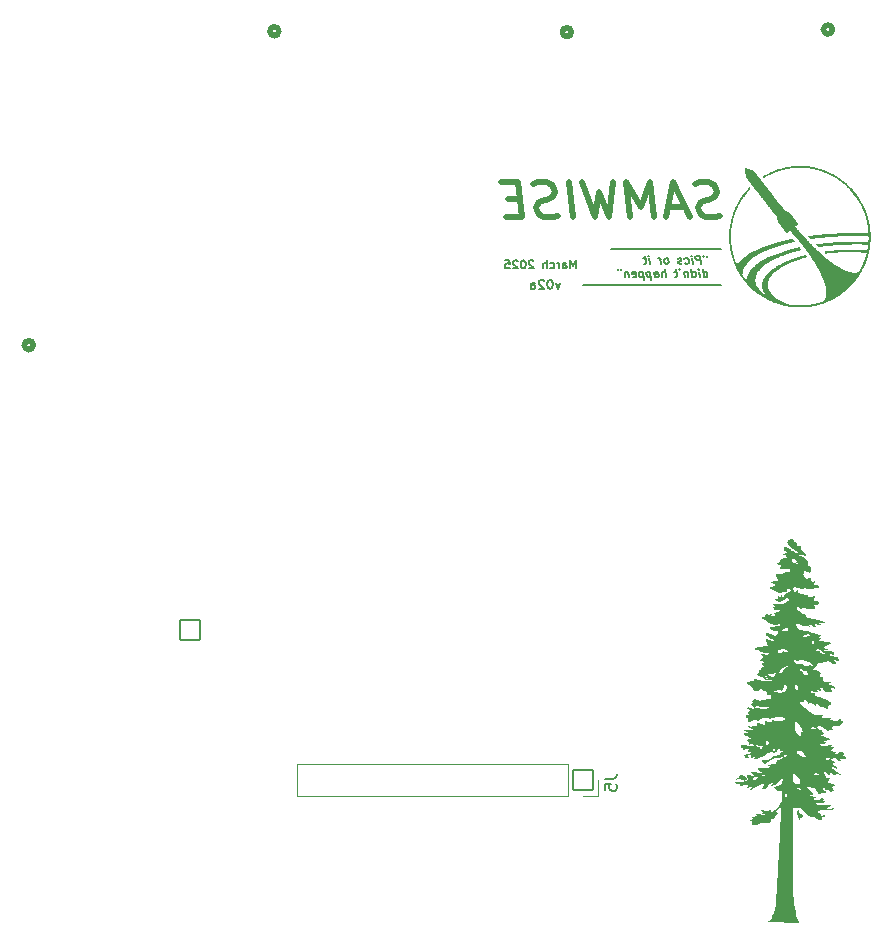
<source format=gbo>
%TF.GenerationSoftware,KiCad,Pcbnew,8.0.8*%
%TF.CreationDate,2025-03-29T22:08:22-04:00*%
%TF.ProjectId,motor_board,6d6f746f-725f-4626-9f61-72642e6b6963,idk*%
%TF.SameCoordinates,Original*%
%TF.FileFunction,Legend,Bot*%
%TF.FilePolarity,Positive*%
%FSLAX46Y46*%
G04 Gerber Fmt 4.6, Leading zero omitted, Abs format (unit mm)*
G04 Created by KiCad (PCBNEW 8.0.8) date 2025-03-29 22:08:22*
%MOMM*%
%LPD*%
G01*
G04 APERTURE LIST*
G04 Aperture macros list*
%AMRoundRect*
0 Rectangle with rounded corners*
0 $1 Rounding radius*
0 $2 $3 $4 $5 $6 $7 $8 $9 X,Y pos of 4 corners*
0 Add a 4 corners polygon primitive as box body*
4,1,4,$2,$3,$4,$5,$6,$7,$8,$9,$2,$3,0*
0 Add four circle primitives for the rounded corners*
1,1,$1+$1,$2,$3*
1,1,$1+$1,$4,$5*
1,1,$1+$1,$6,$7*
1,1,$1+$1,$8,$9*
0 Add four rect primitives between the rounded corners*
20,1,$1+$1,$2,$3,$4,$5,0*
20,1,$1+$1,$4,$5,$6,$7,0*
20,1,$1+$1,$6,$7,$8,$9,0*
20,1,$1+$1,$8,$9,$2,$3,0*%
G04 Aperture macros list end*
%ADD10C,0.127000*%
%ADD11C,0.500000*%
%ADD12C,0.150000*%
%ADD13C,0.508000*%
%ADD14C,0.120000*%
%ADD15C,0.000000*%
%ADD16C,5.701600*%
%ADD17C,0.701600*%
%ADD18O,2.201600X1.101600*%
%ADD19O,1.701600X1.101600*%
%ADD20C,0.401600*%
%ADD21RoundRect,0.050800X-0.850000X0.850000X-0.850000X-0.850000X0.850000X-0.850000X0.850000X0.850000X0*%
%ADD22O,1.801600X1.801600*%
%ADD23C,2.000000*%
%ADD24RoundRect,0.050800X0.850000X-0.850000X0.850000X0.850000X-0.850000X0.850000X-0.850000X-0.850000X0*%
G04 APERTURE END LIST*
D10*
X167980000Y-89288000D02*
X156296000Y-89288000D01*
X167980000Y-86240000D02*
X158709000Y-86240000D01*
X154337590Y-89102141D02*
X154156162Y-89610141D01*
X154156162Y-89610141D02*
X153974733Y-89102141D01*
X153539305Y-88848141D02*
X153466734Y-88848141D01*
X153466734Y-88848141D02*
X153394162Y-88884427D01*
X153394162Y-88884427D02*
X153357877Y-88920713D01*
X153357877Y-88920713D02*
X153321591Y-88993284D01*
X153321591Y-88993284D02*
X153285305Y-89138427D01*
X153285305Y-89138427D02*
X153285305Y-89319856D01*
X153285305Y-89319856D02*
X153321591Y-89464998D01*
X153321591Y-89464998D02*
X153357877Y-89537570D01*
X153357877Y-89537570D02*
X153394162Y-89573856D01*
X153394162Y-89573856D02*
X153466734Y-89610141D01*
X153466734Y-89610141D02*
X153539305Y-89610141D01*
X153539305Y-89610141D02*
X153611877Y-89573856D01*
X153611877Y-89573856D02*
X153648162Y-89537570D01*
X153648162Y-89537570D02*
X153684448Y-89464998D01*
X153684448Y-89464998D02*
X153720734Y-89319856D01*
X153720734Y-89319856D02*
X153720734Y-89138427D01*
X153720734Y-89138427D02*
X153684448Y-88993284D01*
X153684448Y-88993284D02*
X153648162Y-88920713D01*
X153648162Y-88920713D02*
X153611877Y-88884427D01*
X153611877Y-88884427D02*
X153539305Y-88848141D01*
X152995020Y-88920713D02*
X152958734Y-88884427D01*
X152958734Y-88884427D02*
X152886163Y-88848141D01*
X152886163Y-88848141D02*
X152704734Y-88848141D01*
X152704734Y-88848141D02*
X152632163Y-88884427D01*
X152632163Y-88884427D02*
X152595877Y-88920713D01*
X152595877Y-88920713D02*
X152559591Y-88993284D01*
X152559591Y-88993284D02*
X152559591Y-89065856D01*
X152559591Y-89065856D02*
X152595877Y-89174713D01*
X152595877Y-89174713D02*
X153031305Y-89610141D01*
X153031305Y-89610141D02*
X152559591Y-89610141D01*
X151906449Y-89610141D02*
X151906449Y-89210998D01*
X151906449Y-89210998D02*
X151942734Y-89138427D01*
X151942734Y-89138427D02*
X152015306Y-89102141D01*
X152015306Y-89102141D02*
X152160449Y-89102141D01*
X152160449Y-89102141D02*
X152233020Y-89138427D01*
X151906449Y-89573856D02*
X151979020Y-89610141D01*
X151979020Y-89610141D02*
X152160449Y-89610141D01*
X152160449Y-89610141D02*
X152233020Y-89573856D01*
X152233020Y-89573856D02*
X152269306Y-89501284D01*
X152269306Y-89501284D02*
X152269306Y-89428713D01*
X152269306Y-89428713D02*
X152233020Y-89356141D01*
X152233020Y-89356141D02*
X152160449Y-89319856D01*
X152160449Y-89319856D02*
X151979020Y-89319856D01*
X151979020Y-89319856D02*
X151906449Y-89283570D01*
X166759781Y-86783749D02*
X166776448Y-86917082D01*
X166493114Y-86783749D02*
X166509781Y-86917082D01*
X166280615Y-87483749D02*
X166193115Y-86783749D01*
X166193115Y-86783749D02*
X165926448Y-86783749D01*
X165926448Y-86783749D02*
X165863948Y-86817082D01*
X165863948Y-86817082D02*
X165834781Y-86850416D01*
X165834781Y-86850416D02*
X165809781Y-86917082D01*
X165809781Y-86917082D02*
X165822281Y-87017082D01*
X165822281Y-87017082D02*
X165863948Y-87083749D01*
X165863948Y-87083749D02*
X165901448Y-87117082D01*
X165901448Y-87117082D02*
X165972281Y-87150416D01*
X165972281Y-87150416D02*
X166238948Y-87150416D01*
X165580615Y-87483749D02*
X165522281Y-87017082D01*
X165493115Y-86783749D02*
X165530615Y-86817082D01*
X165530615Y-86817082D02*
X165501448Y-86850416D01*
X165501448Y-86850416D02*
X165463948Y-86817082D01*
X165463948Y-86817082D02*
X165493115Y-86783749D01*
X165493115Y-86783749D02*
X165501448Y-86850416D01*
X164943115Y-87450416D02*
X165013948Y-87483749D01*
X165013948Y-87483749D02*
X165147282Y-87483749D01*
X165147282Y-87483749D02*
X165209782Y-87450416D01*
X165209782Y-87450416D02*
X165238948Y-87417082D01*
X165238948Y-87417082D02*
X165263948Y-87350416D01*
X165263948Y-87350416D02*
X165238948Y-87150416D01*
X165238948Y-87150416D02*
X165197282Y-87083749D01*
X165197282Y-87083749D02*
X165159782Y-87050416D01*
X165159782Y-87050416D02*
X165088948Y-87017082D01*
X165088948Y-87017082D02*
X164955615Y-87017082D01*
X164955615Y-87017082D02*
X164893115Y-87050416D01*
X164676448Y-87450416D02*
X164613948Y-87483749D01*
X164613948Y-87483749D02*
X164480615Y-87483749D01*
X164480615Y-87483749D02*
X164409782Y-87450416D01*
X164409782Y-87450416D02*
X164368115Y-87383749D01*
X164368115Y-87383749D02*
X164363948Y-87350416D01*
X164363948Y-87350416D02*
X164388948Y-87283749D01*
X164388948Y-87283749D02*
X164451448Y-87250416D01*
X164451448Y-87250416D02*
X164551448Y-87250416D01*
X164551448Y-87250416D02*
X164613948Y-87217082D01*
X164613948Y-87217082D02*
X164638948Y-87150416D01*
X164638948Y-87150416D02*
X164634782Y-87117082D01*
X164634782Y-87117082D02*
X164593115Y-87050416D01*
X164593115Y-87050416D02*
X164522282Y-87017082D01*
X164522282Y-87017082D02*
X164422282Y-87017082D01*
X164422282Y-87017082D02*
X164359782Y-87050416D01*
X163447282Y-87483749D02*
X163509782Y-87450416D01*
X163509782Y-87450416D02*
X163538948Y-87417082D01*
X163538948Y-87417082D02*
X163563948Y-87350416D01*
X163563948Y-87350416D02*
X163538948Y-87150416D01*
X163538948Y-87150416D02*
X163497282Y-87083749D01*
X163497282Y-87083749D02*
X163459782Y-87050416D01*
X163459782Y-87050416D02*
X163388948Y-87017082D01*
X163388948Y-87017082D02*
X163288948Y-87017082D01*
X163288948Y-87017082D02*
X163226448Y-87050416D01*
X163226448Y-87050416D02*
X163197282Y-87083749D01*
X163197282Y-87083749D02*
X163172282Y-87150416D01*
X163172282Y-87150416D02*
X163197282Y-87350416D01*
X163197282Y-87350416D02*
X163238948Y-87417082D01*
X163238948Y-87417082D02*
X163276448Y-87450416D01*
X163276448Y-87450416D02*
X163347282Y-87483749D01*
X163347282Y-87483749D02*
X163447282Y-87483749D01*
X162913949Y-87483749D02*
X162855615Y-87017082D01*
X162872282Y-87150416D02*
X162830615Y-87083749D01*
X162830615Y-87083749D02*
X162793115Y-87050416D01*
X162793115Y-87050416D02*
X162722282Y-87017082D01*
X162722282Y-87017082D02*
X162655615Y-87017082D01*
X161947283Y-87483749D02*
X161888949Y-87017082D01*
X161859783Y-86783749D02*
X161897283Y-86817082D01*
X161897283Y-86817082D02*
X161868116Y-86850416D01*
X161868116Y-86850416D02*
X161830616Y-86817082D01*
X161830616Y-86817082D02*
X161859783Y-86783749D01*
X161859783Y-86783749D02*
X161868116Y-86850416D01*
X161655616Y-87017082D02*
X161388950Y-87017082D01*
X161526450Y-86783749D02*
X161601450Y-87383749D01*
X161601450Y-87383749D02*
X161576450Y-87450416D01*
X161576450Y-87450416D02*
X161513950Y-87483749D01*
X161513950Y-87483749D02*
X161447283Y-87483749D01*
X166513948Y-88610710D02*
X166426448Y-87910710D01*
X166509781Y-88577377D02*
X166580614Y-88610710D01*
X166580614Y-88610710D02*
X166713948Y-88610710D01*
X166713948Y-88610710D02*
X166776448Y-88577377D01*
X166776448Y-88577377D02*
X166805614Y-88544043D01*
X166805614Y-88544043D02*
X166830614Y-88477377D01*
X166830614Y-88477377D02*
X166805614Y-88277377D01*
X166805614Y-88277377D02*
X166763948Y-88210710D01*
X166763948Y-88210710D02*
X166726448Y-88177377D01*
X166726448Y-88177377D02*
X166655614Y-88144043D01*
X166655614Y-88144043D02*
X166522281Y-88144043D01*
X166522281Y-88144043D02*
X166459781Y-88177377D01*
X166180615Y-88610710D02*
X166122281Y-88144043D01*
X166093115Y-87910710D02*
X166130615Y-87944043D01*
X166130615Y-87944043D02*
X166101448Y-87977377D01*
X166101448Y-87977377D02*
X166063948Y-87944043D01*
X166063948Y-87944043D02*
X166093115Y-87910710D01*
X166093115Y-87910710D02*
X166101448Y-87977377D01*
X165547282Y-88610710D02*
X165459782Y-87910710D01*
X165543115Y-88577377D02*
X165613948Y-88610710D01*
X165613948Y-88610710D02*
X165747282Y-88610710D01*
X165747282Y-88610710D02*
X165809782Y-88577377D01*
X165809782Y-88577377D02*
X165838948Y-88544043D01*
X165838948Y-88544043D02*
X165863948Y-88477377D01*
X165863948Y-88477377D02*
X165838948Y-88277377D01*
X165838948Y-88277377D02*
X165797282Y-88210710D01*
X165797282Y-88210710D02*
X165759782Y-88177377D01*
X165759782Y-88177377D02*
X165688948Y-88144043D01*
X165688948Y-88144043D02*
X165555615Y-88144043D01*
X165555615Y-88144043D02*
X165493115Y-88177377D01*
X165155615Y-88144043D02*
X165213949Y-88610710D01*
X165163949Y-88210710D02*
X165126449Y-88177377D01*
X165126449Y-88177377D02*
X165055615Y-88144043D01*
X165055615Y-88144043D02*
X164955615Y-88144043D01*
X164955615Y-88144043D02*
X164893115Y-88177377D01*
X164893115Y-88177377D02*
X164868115Y-88244043D01*
X164868115Y-88244043D02*
X164913949Y-88610710D01*
X164459782Y-87910710D02*
X164543116Y-88044043D01*
X164288949Y-88144043D02*
X164022283Y-88144043D01*
X164159783Y-87910710D02*
X164234783Y-88510710D01*
X164234783Y-88510710D02*
X164209783Y-88577377D01*
X164209783Y-88577377D02*
X164147283Y-88610710D01*
X164147283Y-88610710D02*
X164080616Y-88610710D01*
X163313950Y-88610710D02*
X163226450Y-87910710D01*
X163013950Y-88610710D02*
X162968116Y-88244043D01*
X162968116Y-88244043D02*
X162993116Y-88177377D01*
X162993116Y-88177377D02*
X163055616Y-88144043D01*
X163055616Y-88144043D02*
X163155616Y-88144043D01*
X163155616Y-88144043D02*
X163226450Y-88177377D01*
X163226450Y-88177377D02*
X163263950Y-88210710D01*
X162380617Y-88610710D02*
X162334783Y-88244043D01*
X162334783Y-88244043D02*
X162359783Y-88177377D01*
X162359783Y-88177377D02*
X162422283Y-88144043D01*
X162422283Y-88144043D02*
X162555617Y-88144043D01*
X162555617Y-88144043D02*
X162626450Y-88177377D01*
X162376450Y-88577377D02*
X162447283Y-88610710D01*
X162447283Y-88610710D02*
X162613950Y-88610710D01*
X162613950Y-88610710D02*
X162676450Y-88577377D01*
X162676450Y-88577377D02*
X162701450Y-88510710D01*
X162701450Y-88510710D02*
X162693117Y-88444043D01*
X162693117Y-88444043D02*
X162651450Y-88377377D01*
X162651450Y-88377377D02*
X162580617Y-88344043D01*
X162580617Y-88344043D02*
X162413950Y-88344043D01*
X162413950Y-88344043D02*
X162343117Y-88310710D01*
X161988950Y-88144043D02*
X162076450Y-88844043D01*
X161993117Y-88177377D02*
X161922284Y-88144043D01*
X161922284Y-88144043D02*
X161788950Y-88144043D01*
X161788950Y-88144043D02*
X161726450Y-88177377D01*
X161726450Y-88177377D02*
X161697284Y-88210710D01*
X161697284Y-88210710D02*
X161672284Y-88277377D01*
X161672284Y-88277377D02*
X161697284Y-88477377D01*
X161697284Y-88477377D02*
X161738950Y-88544043D01*
X161738950Y-88544043D02*
X161776450Y-88577377D01*
X161776450Y-88577377D02*
X161847284Y-88610710D01*
X161847284Y-88610710D02*
X161980617Y-88610710D01*
X161980617Y-88610710D02*
X162043117Y-88577377D01*
X161355617Y-88144043D02*
X161443117Y-88844043D01*
X161359784Y-88177377D02*
X161288951Y-88144043D01*
X161288951Y-88144043D02*
X161155617Y-88144043D01*
X161155617Y-88144043D02*
X161093117Y-88177377D01*
X161093117Y-88177377D02*
X161063951Y-88210710D01*
X161063951Y-88210710D02*
X161038951Y-88277377D01*
X161038951Y-88277377D02*
X161063951Y-88477377D01*
X161063951Y-88477377D02*
X161105617Y-88544043D01*
X161105617Y-88544043D02*
X161143117Y-88577377D01*
X161143117Y-88577377D02*
X161213951Y-88610710D01*
X161213951Y-88610710D02*
X161347284Y-88610710D01*
X161347284Y-88610710D02*
X161409784Y-88577377D01*
X160509784Y-88577377D02*
X160580618Y-88610710D01*
X160580618Y-88610710D02*
X160713951Y-88610710D01*
X160713951Y-88610710D02*
X160776451Y-88577377D01*
X160776451Y-88577377D02*
X160801451Y-88510710D01*
X160801451Y-88510710D02*
X160768118Y-88244043D01*
X160768118Y-88244043D02*
X160726451Y-88177377D01*
X160726451Y-88177377D02*
X160655618Y-88144043D01*
X160655618Y-88144043D02*
X160522284Y-88144043D01*
X160522284Y-88144043D02*
X160459784Y-88177377D01*
X160459784Y-88177377D02*
X160434784Y-88244043D01*
X160434784Y-88244043D02*
X160443118Y-88310710D01*
X160443118Y-88310710D02*
X160784784Y-88377377D01*
X160122284Y-88144043D02*
X160180618Y-88610710D01*
X160130618Y-88210710D02*
X160093118Y-88177377D01*
X160093118Y-88177377D02*
X160022284Y-88144043D01*
X160022284Y-88144043D02*
X159922284Y-88144043D01*
X159922284Y-88144043D02*
X159859784Y-88177377D01*
X159859784Y-88177377D02*
X159834784Y-88244043D01*
X159834784Y-88244043D02*
X159880618Y-88610710D01*
X159493118Y-87910710D02*
X159509785Y-88044043D01*
X159226451Y-87910710D02*
X159243118Y-88044043D01*
D11*
X167871428Y-83419000D02*
X167460714Y-83561857D01*
X167460714Y-83561857D02*
X166746428Y-83561857D01*
X166746428Y-83561857D02*
X166442857Y-83419000D01*
X166442857Y-83419000D02*
X166282142Y-83276142D01*
X166282142Y-83276142D02*
X166103571Y-82990428D01*
X166103571Y-82990428D02*
X166067857Y-82704714D01*
X166067857Y-82704714D02*
X166174999Y-82419000D01*
X166174999Y-82419000D02*
X166299999Y-82276142D01*
X166299999Y-82276142D02*
X166567857Y-82133285D01*
X166567857Y-82133285D02*
X167121428Y-81990428D01*
X167121428Y-81990428D02*
X167389285Y-81847571D01*
X167389285Y-81847571D02*
X167514285Y-81704714D01*
X167514285Y-81704714D02*
X167621428Y-81419000D01*
X167621428Y-81419000D02*
X167585714Y-81133285D01*
X167585714Y-81133285D02*
X167407142Y-80847571D01*
X167407142Y-80847571D02*
X167246428Y-80704714D01*
X167246428Y-80704714D02*
X166942857Y-80561857D01*
X166942857Y-80561857D02*
X166228571Y-80561857D01*
X166228571Y-80561857D02*
X165817857Y-80704714D01*
X164924999Y-82704714D02*
X163496428Y-82704714D01*
X165317856Y-83561857D02*
X163942856Y-80561857D01*
X163942856Y-80561857D02*
X163317856Y-83561857D01*
X162317856Y-83561857D02*
X161942856Y-80561857D01*
X161942856Y-80561857D02*
X161210713Y-82704714D01*
X161210713Y-82704714D02*
X159942856Y-80561857D01*
X159942856Y-80561857D02*
X160317856Y-83561857D01*
X158799999Y-80561857D02*
X158460714Y-83561857D01*
X158460714Y-83561857D02*
X157621428Y-81419000D01*
X157621428Y-81419000D02*
X157317856Y-83561857D01*
X157317856Y-83561857D02*
X156228571Y-80561857D01*
X155460714Y-83561857D02*
X155085714Y-80561857D01*
X154157143Y-83419000D02*
X153746429Y-83561857D01*
X153746429Y-83561857D02*
X153032143Y-83561857D01*
X153032143Y-83561857D02*
X152728572Y-83419000D01*
X152728572Y-83419000D02*
X152567857Y-83276142D01*
X152567857Y-83276142D02*
X152389286Y-82990428D01*
X152389286Y-82990428D02*
X152353572Y-82704714D01*
X152353572Y-82704714D02*
X152460714Y-82419000D01*
X152460714Y-82419000D02*
X152585714Y-82276142D01*
X152585714Y-82276142D02*
X152853572Y-82133285D01*
X152853572Y-82133285D02*
X153407143Y-81990428D01*
X153407143Y-81990428D02*
X153675000Y-81847571D01*
X153675000Y-81847571D02*
X153800000Y-81704714D01*
X153800000Y-81704714D02*
X153907143Y-81419000D01*
X153907143Y-81419000D02*
X153871429Y-81133285D01*
X153871429Y-81133285D02*
X153692857Y-80847571D01*
X153692857Y-80847571D02*
X153532143Y-80704714D01*
X153532143Y-80704714D02*
X153228572Y-80561857D01*
X153228572Y-80561857D02*
X152514286Y-80561857D01*
X152514286Y-80561857D02*
X152103572Y-80704714D01*
X150978571Y-81990428D02*
X149978571Y-81990428D01*
X149746429Y-83561857D02*
X151175000Y-83561857D01*
X151175000Y-83561857D02*
X150800000Y-80561857D01*
X150800000Y-80561857D02*
X149371429Y-80561857D01*
D10*
X155703333Y-87877229D02*
X155703333Y-87177229D01*
X155703333Y-87177229D02*
X155470000Y-87677229D01*
X155470000Y-87677229D02*
X155236666Y-87177229D01*
X155236666Y-87177229D02*
X155236666Y-87877229D01*
X154603333Y-87877229D02*
X154603333Y-87510562D01*
X154603333Y-87510562D02*
X154636666Y-87443896D01*
X154636666Y-87443896D02*
X154703333Y-87410562D01*
X154703333Y-87410562D02*
X154836666Y-87410562D01*
X154836666Y-87410562D02*
X154903333Y-87443896D01*
X154603333Y-87843896D02*
X154670000Y-87877229D01*
X154670000Y-87877229D02*
X154836666Y-87877229D01*
X154836666Y-87877229D02*
X154903333Y-87843896D01*
X154903333Y-87843896D02*
X154936666Y-87777229D01*
X154936666Y-87777229D02*
X154936666Y-87710562D01*
X154936666Y-87710562D02*
X154903333Y-87643896D01*
X154903333Y-87643896D02*
X154836666Y-87610562D01*
X154836666Y-87610562D02*
X154670000Y-87610562D01*
X154670000Y-87610562D02*
X154603333Y-87577229D01*
X154270000Y-87877229D02*
X154270000Y-87410562D01*
X154270000Y-87543896D02*
X154236667Y-87477229D01*
X154236667Y-87477229D02*
X154203333Y-87443896D01*
X154203333Y-87443896D02*
X154136667Y-87410562D01*
X154136667Y-87410562D02*
X154070000Y-87410562D01*
X153536667Y-87843896D02*
X153603334Y-87877229D01*
X153603334Y-87877229D02*
X153736667Y-87877229D01*
X153736667Y-87877229D02*
X153803334Y-87843896D01*
X153803334Y-87843896D02*
X153836667Y-87810562D01*
X153836667Y-87810562D02*
X153870000Y-87743896D01*
X153870000Y-87743896D02*
X153870000Y-87543896D01*
X153870000Y-87543896D02*
X153836667Y-87477229D01*
X153836667Y-87477229D02*
X153803334Y-87443896D01*
X153803334Y-87443896D02*
X153736667Y-87410562D01*
X153736667Y-87410562D02*
X153603334Y-87410562D01*
X153603334Y-87410562D02*
X153536667Y-87443896D01*
X153236667Y-87877229D02*
X153236667Y-87177229D01*
X152936667Y-87877229D02*
X152936667Y-87510562D01*
X152936667Y-87510562D02*
X152970000Y-87443896D01*
X152970000Y-87443896D02*
X153036667Y-87410562D01*
X153036667Y-87410562D02*
X153136667Y-87410562D01*
X153136667Y-87410562D02*
X153203334Y-87443896D01*
X153203334Y-87443896D02*
X153236667Y-87477229D01*
X152103334Y-87243896D02*
X152070001Y-87210562D01*
X152070001Y-87210562D02*
X152003334Y-87177229D01*
X152003334Y-87177229D02*
X151836668Y-87177229D01*
X151836668Y-87177229D02*
X151770001Y-87210562D01*
X151770001Y-87210562D02*
X151736668Y-87243896D01*
X151736668Y-87243896D02*
X151703334Y-87310562D01*
X151703334Y-87310562D02*
X151703334Y-87377229D01*
X151703334Y-87377229D02*
X151736668Y-87477229D01*
X151736668Y-87477229D02*
X152136668Y-87877229D01*
X152136668Y-87877229D02*
X151703334Y-87877229D01*
X151270001Y-87177229D02*
X151203334Y-87177229D01*
X151203334Y-87177229D02*
X151136667Y-87210562D01*
X151136667Y-87210562D02*
X151103334Y-87243896D01*
X151103334Y-87243896D02*
X151070001Y-87310562D01*
X151070001Y-87310562D02*
X151036667Y-87443896D01*
X151036667Y-87443896D02*
X151036667Y-87610562D01*
X151036667Y-87610562D02*
X151070001Y-87743896D01*
X151070001Y-87743896D02*
X151103334Y-87810562D01*
X151103334Y-87810562D02*
X151136667Y-87843896D01*
X151136667Y-87843896D02*
X151203334Y-87877229D01*
X151203334Y-87877229D02*
X151270001Y-87877229D01*
X151270001Y-87877229D02*
X151336667Y-87843896D01*
X151336667Y-87843896D02*
X151370001Y-87810562D01*
X151370001Y-87810562D02*
X151403334Y-87743896D01*
X151403334Y-87743896D02*
X151436667Y-87610562D01*
X151436667Y-87610562D02*
X151436667Y-87443896D01*
X151436667Y-87443896D02*
X151403334Y-87310562D01*
X151403334Y-87310562D02*
X151370001Y-87243896D01*
X151370001Y-87243896D02*
X151336667Y-87210562D01*
X151336667Y-87210562D02*
X151270001Y-87177229D01*
X150770000Y-87243896D02*
X150736667Y-87210562D01*
X150736667Y-87210562D02*
X150670000Y-87177229D01*
X150670000Y-87177229D02*
X150503334Y-87177229D01*
X150503334Y-87177229D02*
X150436667Y-87210562D01*
X150436667Y-87210562D02*
X150403334Y-87243896D01*
X150403334Y-87243896D02*
X150370000Y-87310562D01*
X150370000Y-87310562D02*
X150370000Y-87377229D01*
X150370000Y-87377229D02*
X150403334Y-87477229D01*
X150403334Y-87477229D02*
X150803334Y-87877229D01*
X150803334Y-87877229D02*
X150370000Y-87877229D01*
X149736667Y-87177229D02*
X150070000Y-87177229D01*
X150070000Y-87177229D02*
X150103333Y-87510562D01*
X150103333Y-87510562D02*
X150070000Y-87477229D01*
X150070000Y-87477229D02*
X150003333Y-87443896D01*
X150003333Y-87443896D02*
X149836667Y-87443896D01*
X149836667Y-87443896D02*
X149770000Y-87477229D01*
X149770000Y-87477229D02*
X149736667Y-87510562D01*
X149736667Y-87510562D02*
X149703333Y-87577229D01*
X149703333Y-87577229D02*
X149703333Y-87743896D01*
X149703333Y-87743896D02*
X149736667Y-87810562D01*
X149736667Y-87810562D02*
X149770000Y-87843896D01*
X149770000Y-87843896D02*
X149836667Y-87877229D01*
X149836667Y-87877229D02*
X150003333Y-87877229D01*
X150003333Y-87877229D02*
X150070000Y-87843896D01*
X150070000Y-87843896D02*
X150103333Y-87810562D01*
D12*
X158162719Y-131092766D02*
X158877004Y-131092766D01*
X158877004Y-131092766D02*
X159019861Y-131045147D01*
X159019861Y-131045147D02*
X159115100Y-130949909D01*
X159115100Y-130949909D02*
X159162719Y-130807052D01*
X159162719Y-130807052D02*
X159162719Y-130711814D01*
X158162719Y-132045147D02*
X158162719Y-131568957D01*
X158162719Y-131568957D02*
X158638909Y-131521338D01*
X158638909Y-131521338D02*
X158591290Y-131568957D01*
X158591290Y-131568957D02*
X158543671Y-131664195D01*
X158543671Y-131664195D02*
X158543671Y-131902290D01*
X158543671Y-131902290D02*
X158591290Y-131997528D01*
X158591290Y-131997528D02*
X158638909Y-132045147D01*
X158638909Y-132045147D02*
X158734147Y-132092766D01*
X158734147Y-132092766D02*
X158972242Y-132092766D01*
X158972242Y-132092766D02*
X159067480Y-132045147D01*
X159067480Y-132045147D02*
X159115100Y-131997528D01*
X159115100Y-131997528D02*
X159162719Y-131902290D01*
X159162719Y-131902290D02*
X159162719Y-131664195D01*
X159162719Y-131664195D02*
X159115100Y-131568957D01*
X159115100Y-131568957D02*
X159067480Y-131521338D01*
D13*
X155316500Y-67868100D02*
G75*
G02*
X154554500Y-67868100I-381000J0D01*
G01*
X154554500Y-67868100D02*
G75*
G02*
X155316500Y-67868100I381000J0D01*
G01*
X177419532Y-67651933D02*
G75*
G02*
X176657532Y-67651933I-381000J0D01*
G01*
X176657532Y-67651933D02*
G75*
G02*
X177419532Y-67651933I381000J0D01*
G01*
X109754592Y-94374514D02*
G75*
G02*
X108992592Y-94374514I-381000J0D01*
G01*
X108992592Y-94374514D02*
G75*
G02*
X109754592Y-94374514I381000J0D01*
G01*
X130544532Y-67796133D02*
G75*
G02*
X129782532Y-67796133I-381000J0D01*
G01*
X129782532Y-67796133D02*
G75*
G02*
X130544532Y-67796133I381000J0D01*
G01*
D14*
X132092000Y-129870000D02*
X132092000Y-132530000D01*
X132092000Y-129870000D02*
X155012000Y-129870000D01*
X132092000Y-132530000D02*
X155012000Y-132530000D01*
X155012000Y-129870000D02*
X155012000Y-132530000D01*
X157612000Y-131200000D02*
X157612000Y-132530000D01*
X157612000Y-132530000D02*
X156282000Y-132530000D01*
D15*
G36*
X173796433Y-91395512D02*
G01*
X173807721Y-91400845D01*
X173829309Y-91405355D01*
X173839308Y-91407108D01*
X173846426Y-91414602D01*
X173842084Y-91418139D01*
X173826096Y-91419287D01*
X173803585Y-91417051D01*
X173780158Y-91412067D01*
X173761419Y-91404969D01*
X173759044Y-91403622D01*
X173754106Y-91397690D01*
X173764670Y-91391834D01*
X173776595Y-91390087D01*
X173796433Y-91395512D01*
G37*
G36*
X174921781Y-79198694D02*
G01*
X175164859Y-79215367D01*
X175411039Y-79242410D01*
X175657068Y-79279602D01*
X175674067Y-79282536D01*
X175746984Y-79295312D01*
X175810086Y-79306819D01*
X175867125Y-79317859D01*
X175921849Y-79329234D01*
X175978010Y-79341746D01*
X176039357Y-79356197D01*
X176109640Y-79373389D01*
X176192611Y-79394123D01*
X176195347Y-79394813D01*
X176292139Y-79420941D01*
X176399635Y-79452868D01*
X176513349Y-79489079D01*
X176628795Y-79528062D01*
X176741488Y-79568303D01*
X176846941Y-79608289D01*
X176940670Y-79646506D01*
X177030553Y-79685221D01*
X177135330Y-79731676D01*
X177231292Y-79776046D01*
X177322513Y-79820318D01*
X177413067Y-79866480D01*
X177507027Y-79916521D01*
X177608469Y-79972429D01*
X177648551Y-79994948D01*
X177687805Y-80017395D01*
X177725288Y-80039390D01*
X177762981Y-80062184D01*
X177802861Y-80087028D01*
X177846909Y-80115172D01*
X177897103Y-80147867D01*
X177955423Y-80186363D01*
X178023849Y-80231911D01*
X178104359Y-80285762D01*
X178107064Y-80287592D01*
X178128340Y-80302550D01*
X178158054Y-80324039D01*
X178193435Y-80349989D01*
X178231710Y-80378333D01*
X178270107Y-80407002D01*
X178305855Y-80433928D01*
X178336181Y-80457042D01*
X178358314Y-80474278D01*
X178369480Y-80483565D01*
X178371278Y-80485233D01*
X178386088Y-80497676D01*
X178409317Y-80516220D01*
X178436783Y-80537514D01*
X178443159Y-80542406D01*
X178470267Y-80563596D01*
X178492342Y-80581442D01*
X178505109Y-80592503D01*
X178506664Y-80593976D01*
X178520402Y-80606284D01*
X178543604Y-80626580D01*
X178573450Y-80652409D01*
X178607121Y-80681317D01*
X178611705Y-80685265D01*
X178647591Y-80717412D01*
X178692657Y-80759405D01*
X178744745Y-80809096D01*
X178801695Y-80864341D01*
X178861349Y-80922992D01*
X178921547Y-80982902D01*
X178980131Y-81041924D01*
X179034941Y-81097913D01*
X179083818Y-81148720D01*
X179124603Y-81192201D01*
X179155138Y-81226207D01*
X179179168Y-81253978D01*
X179206216Y-81285197D01*
X179228662Y-81311060D01*
X179243249Y-81327811D01*
X179247029Y-81332187D01*
X179266589Y-81355603D01*
X179292946Y-81387895D01*
X179323240Y-81425485D01*
X179354617Y-81464800D01*
X179384218Y-81502264D01*
X179409187Y-81534302D01*
X179426666Y-81557339D01*
X179435392Y-81569004D01*
X179449264Y-81586747D01*
X179457056Y-81595582D01*
X179457809Y-81596312D01*
X179466507Y-81607295D01*
X179481488Y-81627818D01*
X179500009Y-81654139D01*
X179501717Y-81656604D01*
X179534609Y-81704074D01*
X179560434Y-81741294D01*
X179581682Y-81771836D01*
X179600840Y-81799270D01*
X179620397Y-81827169D01*
X179642843Y-81859103D01*
X179671340Y-81900858D01*
X179713919Y-81966522D01*
X179761392Y-82042804D01*
X179812192Y-82127132D01*
X179864749Y-82216934D01*
X179917498Y-82309638D01*
X179927335Y-82327445D01*
X179950493Y-82370732D01*
X179977228Y-82422073D01*
X180006104Y-82478580D01*
X180035683Y-82537366D01*
X180064529Y-82595543D01*
X180091204Y-82650225D01*
X180114272Y-82698524D01*
X180132295Y-82737553D01*
X180143837Y-82764424D01*
X180150860Y-82781801D01*
X180166448Y-82818768D01*
X180181830Y-82853681D01*
X180192630Y-82878551D01*
X180207983Y-82915548D01*
X180225335Y-82958541D01*
X180242607Y-83002443D01*
X180244030Y-83006111D01*
X180259542Y-83045945D01*
X180273255Y-83080884D01*
X180283728Y-83107271D01*
X180289519Y-83121452D01*
X180295537Y-83136717D01*
X180306555Y-83167087D01*
X180320419Y-83206848D01*
X180335859Y-83252260D01*
X180351605Y-83299579D01*
X180366388Y-83345064D01*
X180378938Y-83384973D01*
X180392268Y-83428464D01*
X180410759Y-83489110D01*
X180425240Y-83537151D01*
X180436377Y-83574849D01*
X180444833Y-83604464D01*
X180451272Y-83628258D01*
X180456360Y-83648494D01*
X180458292Y-83656334D01*
X180463800Y-83678556D01*
X180472118Y-83712058D01*
X180482536Y-83753992D01*
X180494349Y-83801506D01*
X180503725Y-83839621D01*
X180514759Y-83885632D01*
X180523873Y-83924949D01*
X180530313Y-83954309D01*
X180533328Y-83970452D01*
X180533588Y-83972438D01*
X180538309Y-83998570D01*
X180544989Y-84026905D01*
X180545292Y-84028043D01*
X180552158Y-84060078D01*
X180556825Y-84092299D01*
X180558320Y-84105380D01*
X180563092Y-84138285D01*
X180568947Y-84171857D01*
X180572785Y-84192091D01*
X180582356Y-84245237D01*
X180591343Y-84298609D01*
X180599076Y-84347978D01*
X180604880Y-84389119D01*
X180608083Y-84417804D01*
X180609997Y-84437824D01*
X180613785Y-84472246D01*
X180618715Y-84514020D01*
X180624202Y-84558065D01*
X180629835Y-84607183D01*
X180637349Y-84691335D01*
X180643761Y-84786008D01*
X180649000Y-84888153D01*
X180652998Y-84994723D01*
X180655685Y-85102669D01*
X180656991Y-85208943D01*
X180656846Y-85310496D01*
X180655181Y-85404281D01*
X180651927Y-85487249D01*
X180647012Y-85556352D01*
X180644458Y-85585099D01*
X180641097Y-85628742D01*
X180638697Y-85667337D01*
X180637657Y-85694951D01*
X180637241Y-85706842D01*
X180634632Y-85741077D01*
X180630210Y-85782513D01*
X180624626Y-85824665D01*
X180621743Y-85844673D01*
X180616045Y-85886761D01*
X180611347Y-85924705D01*
X180608453Y-85952175D01*
X180607545Y-85961470D01*
X180603560Y-85994160D01*
X180597910Y-86034361D01*
X180591508Y-86075435D01*
X180579250Y-86149453D01*
X180567387Y-86219970D01*
X180557762Y-86275742D01*
X180550185Y-86317871D01*
X180544464Y-86347456D01*
X180542892Y-86355253D01*
X180536763Y-86387540D01*
X180531956Y-86415462D01*
X180529571Y-86428758D01*
X180523007Y-86459592D01*
X180515177Y-86491968D01*
X180513186Y-86499716D01*
X180505551Y-86529952D01*
X180495381Y-86570695D01*
X180483765Y-86617578D01*
X180471789Y-86666231D01*
X180467320Y-86684320D01*
X180455037Y-86732852D01*
X180443230Y-86777976D01*
X180433056Y-86815316D01*
X180425674Y-86840495D01*
X180420632Y-86856520D01*
X180409610Y-86892011D01*
X180396684Y-86934019D01*
X180383715Y-86976506D01*
X180376333Y-87000671D01*
X180353737Y-87072643D01*
X180331456Y-87140010D01*
X180308259Y-87206115D01*
X180282914Y-87274303D01*
X180254188Y-87347917D01*
X180220849Y-87430301D01*
X180181664Y-87524799D01*
X180173733Y-87543692D01*
X180144604Y-87611615D01*
X180119958Y-87666598D01*
X180100149Y-87707891D01*
X180085535Y-87734741D01*
X180076471Y-87746401D01*
X180075628Y-87747151D01*
X180067643Y-87759180D01*
X180054379Y-87782782D01*
X180037422Y-87814777D01*
X180018364Y-87851990D01*
X179998791Y-87891241D01*
X179980292Y-87929354D01*
X179964458Y-87963151D01*
X179952875Y-87989454D01*
X179947133Y-88005087D01*
X179944882Y-88011187D01*
X179934689Y-88032095D01*
X179918127Y-88062760D01*
X179896875Y-88100117D01*
X179872615Y-88141098D01*
X179851689Y-88175808D01*
X179821990Y-88225234D01*
X179799167Y-88263497D01*
X179781968Y-88292714D01*
X179769141Y-88315004D01*
X179759434Y-88332482D01*
X179758420Y-88334308D01*
X179746307Y-88353869D01*
X179731014Y-88376298D01*
X179727482Y-88381295D01*
X179716367Y-88398155D01*
X179711888Y-88406934D01*
X179711888Y-88406940D01*
X179709597Y-88411632D01*
X179702250Y-88423472D01*
X179689084Y-88443602D01*
X179669335Y-88473165D01*
X179642240Y-88513305D01*
X179607034Y-88565164D01*
X179562954Y-88629886D01*
X179517432Y-88694474D01*
X179427115Y-88812731D01*
X179414364Y-88828695D01*
X179386259Y-88863878D01*
X179354936Y-88903089D01*
X179325107Y-88940428D01*
X179261341Y-89018462D01*
X179152195Y-89145165D01*
X179035886Y-89272700D01*
X178915008Y-89398462D01*
X178792151Y-89519849D01*
X178669908Y-89634259D01*
X178550871Y-89739087D01*
X178437632Y-89831731D01*
X178412767Y-89851728D01*
X178381424Y-89878095D01*
X178356031Y-89900658D01*
X178345356Y-89910278D01*
X178314054Y-89936391D01*
X178283775Y-89959382D01*
X178259441Y-89976827D01*
X178226494Y-90000838D01*
X178194518Y-90024470D01*
X178192141Y-90026233D01*
X178165081Y-90045568D01*
X178126530Y-90072250D01*
X178078978Y-90104612D01*
X178024918Y-90140984D01*
X177966840Y-90179696D01*
X177907237Y-90219081D01*
X177848598Y-90257468D01*
X177793416Y-90293189D01*
X177745515Y-90323181D01*
X177663159Y-90372099D01*
X177571804Y-90423799D01*
X177475305Y-90476242D01*
X177377515Y-90527385D01*
X177282287Y-90575188D01*
X177193475Y-90617608D01*
X177114933Y-90652605D01*
X177081067Y-90667172D01*
X177040986Y-90684878D01*
X177006705Y-90700510D01*
X176983173Y-90711842D01*
X176979622Y-90713610D01*
X176951018Y-90726342D01*
X176909474Y-90743217D01*
X176857609Y-90763300D01*
X176798041Y-90785660D01*
X176733388Y-90809364D01*
X176666268Y-90833477D01*
X176599301Y-90857067D01*
X176535103Y-90879201D01*
X176476293Y-90898946D01*
X176425489Y-90915368D01*
X176385310Y-90927535D01*
X176358374Y-90934514D01*
X176358326Y-90934524D01*
X176339052Y-90939231D01*
X176307533Y-90947649D01*
X176267803Y-90958660D01*
X176223900Y-90971145D01*
X176179860Y-90983985D01*
X176162157Y-90989214D01*
X176110065Y-91004488D01*
X176070662Y-91015772D01*
X176041169Y-91023801D01*
X176018805Y-91029312D01*
X176000790Y-91033041D01*
X175984344Y-91035722D01*
X175978212Y-91036645D01*
X175954302Y-91040875D01*
X175938780Y-91044579D01*
X175930284Y-91047032D01*
X175903023Y-91053350D01*
X175863037Y-91061566D01*
X175812974Y-91071196D01*
X175755477Y-91081759D01*
X175693192Y-91092775D01*
X175628764Y-91103761D01*
X175564837Y-91114236D01*
X175504056Y-91123719D01*
X175481062Y-91127161D01*
X175404512Y-91137930D01*
X175332189Y-91146813D01*
X175258787Y-91154371D01*
X175179001Y-91161166D01*
X175087524Y-91167758D01*
X175054728Y-91170027D01*
X175010220Y-91173310D01*
X174973254Y-91176279D01*
X174946970Y-91178677D01*
X174934512Y-91180248D01*
X174931489Y-91180707D01*
X174912093Y-91181732D01*
X174878735Y-91182313D01*
X174833674Y-91182487D01*
X174779171Y-91182292D01*
X174717485Y-91181765D01*
X174650876Y-91180943D01*
X174581603Y-91179865D01*
X174511928Y-91178566D01*
X174444108Y-91177086D01*
X174380406Y-91175461D01*
X174323079Y-91173730D01*
X174274388Y-91171928D01*
X174236594Y-91170095D01*
X174211955Y-91168266D01*
X174196475Y-91166639D01*
X174142144Y-91160870D01*
X174084417Y-91154671D01*
X174033441Y-91149132D01*
X174005648Y-91146180D01*
X173970972Y-91142786D01*
X173944843Y-91140576D01*
X173931433Y-91139928D01*
X173929365Y-91139910D01*
X173912021Y-91138140D01*
X173884136Y-91134161D01*
X173850676Y-91128666D01*
X173847054Y-91128038D01*
X173808609Y-91121660D01*
X173771898Y-91116005D01*
X173744418Y-91112233D01*
X173740957Y-91111778D01*
X173717488Y-91108053D01*
X173681271Y-91101739D01*
X173635457Y-91093407D01*
X173583200Y-91083627D01*
X173527651Y-91072972D01*
X173510222Y-91069587D01*
X173457616Y-91059373D01*
X173410773Y-91050281D01*
X173372424Y-91042841D01*
X173345301Y-91037582D01*
X173332135Y-91035036D01*
X173308046Y-91029787D01*
X173273166Y-91021433D01*
X173233377Y-91011444D01*
X173194442Y-91001266D01*
X173162122Y-90992347D01*
X173162115Y-90992345D01*
X173137225Y-90985168D01*
X173100883Y-90974682D01*
X173057968Y-90962297D01*
X173013360Y-90949421D01*
X172942301Y-90928306D01*
X172858180Y-90902092D01*
X172771369Y-90873950D01*
X172685685Y-90845163D01*
X172604945Y-90817017D01*
X172532967Y-90790796D01*
X172473568Y-90767785D01*
X172405728Y-90739874D01*
X172176014Y-90638632D01*
X171950640Y-90529042D01*
X171732751Y-90412760D01*
X171525488Y-90291439D01*
X171331996Y-90166735D01*
X171306795Y-90149635D01*
X171254479Y-90114016D01*
X171212570Y-90085223D01*
X171178440Y-90061383D01*
X171149459Y-90040623D01*
X171122998Y-90021071D01*
X171096428Y-90000855D01*
X171067120Y-89978102D01*
X171045366Y-89961152D01*
X171014344Y-89937115D01*
X170988642Y-89917358D01*
X170972289Y-89904986D01*
X170937911Y-89878931D01*
X170864301Y-89819878D01*
X170783341Y-89751313D01*
X170697449Y-89675499D01*
X170609045Y-89594701D01*
X170520546Y-89511183D01*
X170434371Y-89427207D01*
X170352940Y-89345039D01*
X170278670Y-89266942D01*
X170213981Y-89195181D01*
X170198912Y-89177925D01*
X170169972Y-89145035D01*
X170145533Y-89117592D01*
X170127805Y-89098064D01*
X170118995Y-89088922D01*
X170118014Y-89087965D01*
X170107872Y-89076412D01*
X170089718Y-89054745D01*
X170065651Y-89025551D01*
X170037771Y-88991415D01*
X170008175Y-88954924D01*
X169978963Y-88918663D01*
X169952234Y-88885218D01*
X169930086Y-88857175D01*
X169914619Y-88837121D01*
X169903895Y-88822863D01*
X169885096Y-88797877D01*
X169861352Y-88766323D01*
X169835385Y-88731818D01*
X169813826Y-88702683D01*
X169769877Y-88640967D01*
X169721851Y-88571026D01*
X169671302Y-88495309D01*
X169619783Y-88416267D01*
X169568846Y-88336348D01*
X169520046Y-88258002D01*
X169474936Y-88183679D01*
X169435067Y-88115827D01*
X169401994Y-88056897D01*
X169377270Y-88009337D01*
X169370325Y-87995244D01*
X169356098Y-87966618D01*
X169337163Y-87928664D01*
X169315136Y-87884624D01*
X169291637Y-87837742D01*
X169276889Y-87808067D01*
X169250149Y-87753053D01*
X169224071Y-87698051D01*
X169201029Y-87648097D01*
X169183395Y-87608224D01*
X169169015Y-87574617D01*
X169153309Y-87538186D01*
X169140521Y-87508814D01*
X169132513Y-87490796D01*
X169126825Y-87477773D01*
X169115186Y-87449363D01*
X169103205Y-87418541D01*
X169095476Y-87398392D01*
X169084956Y-87372025D01*
X169077572Y-87354786D01*
X169076117Y-87351636D01*
X169063431Y-87321096D01*
X169046935Y-87277474D01*
X169027564Y-87223573D01*
X169006256Y-87162192D01*
X168983946Y-87096135D01*
X168961571Y-87028201D01*
X168940065Y-86961194D01*
X168920365Y-86897914D01*
X168903407Y-86841162D01*
X168890127Y-86793741D01*
X168878882Y-86751561D01*
X168866120Y-86703813D01*
X168854908Y-86661981D01*
X168847249Y-86632425D01*
X168834656Y-86580627D01*
X168821036Y-86521611D01*
X168807109Y-86458768D01*
X168793594Y-86395490D01*
X168781212Y-86335168D01*
X168770683Y-86281193D01*
X168762727Y-86236957D01*
X168758063Y-86205850D01*
X168757766Y-86203425D01*
X168754022Y-86177312D01*
X168748408Y-86142274D01*
X168742019Y-86105187D01*
X168740161Y-86094672D01*
X168723476Y-85986497D01*
X168708881Y-85864946D01*
X168696293Y-85729137D01*
X168685629Y-85578186D01*
X168676807Y-85411209D01*
X168676015Y-85392854D01*
X168671954Y-85204020D01*
X168674638Y-85007444D01*
X168683782Y-84807905D01*
X168699098Y-84610181D01*
X168720301Y-84419050D01*
X168747102Y-84239290D01*
X168753466Y-84202288D01*
X168772161Y-84096302D01*
X168789072Y-84005035D01*
X168804528Y-83926868D01*
X168818859Y-83860179D01*
X168832393Y-83803347D01*
X168845460Y-83754752D01*
X168850135Y-83738258D01*
X168860698Y-83699827D01*
X168869764Y-83665495D01*
X168881368Y-83621162D01*
X168904975Y-83535913D01*
X168930997Y-83447227D01*
X168958506Y-83357951D01*
X168986574Y-83270935D01*
X169014272Y-83189027D01*
X169040671Y-83115077D01*
X169064843Y-83051932D01*
X169085860Y-83002443D01*
X169086196Y-83001702D01*
X169093389Y-82984567D01*
X169104225Y-82957472D01*
X169116494Y-82925937D01*
X169129519Y-82893167D01*
X169147319Y-82850652D01*
X169163595Y-82813871D01*
X169175495Y-82787571D01*
X169191493Y-82750937D01*
X169204245Y-82720364D01*
X169208931Y-82708933D01*
X169231463Y-82658277D01*
X169261354Y-82595968D01*
X169297421Y-82524254D01*
X169338482Y-82445383D01*
X169383353Y-82361601D01*
X169430852Y-82275156D01*
X169479797Y-82188295D01*
X169529005Y-82103265D01*
X169530173Y-82101286D01*
X169547006Y-82073864D01*
X169571286Y-82035588D01*
X169601090Y-81989383D01*
X169634496Y-81938169D01*
X169669580Y-81884871D01*
X169704418Y-81832411D01*
X169737089Y-81783712D01*
X169765669Y-81741696D01*
X169788234Y-81709287D01*
X169798021Y-81695671D01*
X169827695Y-81655491D01*
X169864419Y-81606846D01*
X169905616Y-81553066D01*
X169948711Y-81497482D01*
X169991129Y-81443424D01*
X170030293Y-81394222D01*
X170063628Y-81353207D01*
X170082276Y-81330952D01*
X170114881Y-81293102D01*
X170151638Y-81251396D01*
X170190838Y-81207681D01*
X170230772Y-81163804D01*
X170269730Y-81121610D01*
X170306003Y-81082948D01*
X170337883Y-81049662D01*
X170363659Y-81023601D01*
X170381623Y-81006609D01*
X170390065Y-81000535D01*
X170398734Y-81005913D01*
X170414344Y-81022284D01*
X170433391Y-81046018D01*
X170452924Y-81073414D01*
X170469992Y-81100772D01*
X170470857Y-81102343D01*
X170473508Y-81109679D01*
X170472656Y-81118044D01*
X170466933Y-81129323D01*
X170454971Y-81145398D01*
X170435405Y-81168151D01*
X170406864Y-81199466D01*
X170367984Y-81241226D01*
X170319168Y-81294017D01*
X170263604Y-81355854D01*
X170210167Y-81417577D01*
X170156926Y-81481559D01*
X170101950Y-81550173D01*
X170043308Y-81625793D01*
X169979070Y-81710794D01*
X169907303Y-81807548D01*
X169899256Y-81818665D01*
X169878470Y-81848303D01*
X169852840Y-81885676D01*
X169824172Y-81928063D01*
X169794273Y-81972745D01*
X169764950Y-82017001D01*
X169738009Y-82058113D01*
X169715258Y-82093359D01*
X169698502Y-82120019D01*
X169689549Y-82135375D01*
X169685632Y-82142402D01*
X169674362Y-82161754D01*
X169658374Y-82188796D01*
X169640010Y-82219574D01*
X169621609Y-82250134D01*
X169601508Y-82284235D01*
X169569863Y-82340370D01*
X169534767Y-82404808D01*
X169497922Y-82474258D01*
X169461031Y-82545426D01*
X169425794Y-82615020D01*
X169393914Y-82679746D01*
X169367093Y-82736312D01*
X169347032Y-82781426D01*
X169335322Y-82808760D01*
X169317287Y-82849790D01*
X169300200Y-82887684D01*
X169286445Y-82918714D01*
X169268089Y-82962343D01*
X169252131Y-83002443D01*
X169239138Y-83036450D01*
X169226844Y-83068541D01*
X169217939Y-83091700D01*
X169211422Y-83108778D01*
X169199753Y-83139808D01*
X169187616Y-83172456D01*
X169178452Y-83197121D01*
X169168478Y-83223610D01*
X169161972Y-83240462D01*
X169153867Y-83262452D01*
X169141975Y-83296974D01*
X169127574Y-83340107D01*
X169111906Y-83388015D01*
X169096214Y-83436865D01*
X169081740Y-83482825D01*
X169069726Y-83522060D01*
X169061416Y-83550736D01*
X169059444Y-83557934D01*
X169047895Y-83599692D01*
X169034671Y-83647017D01*
X169022260Y-83690997D01*
X169018754Y-83703555D01*
X169008002Y-83744497D01*
X168998757Y-83783045D01*
X168992711Y-83812255D01*
X168989472Y-83829627D01*
X168984582Y-83851928D01*
X168981059Y-83863259D01*
X168980317Y-83864835D01*
X168976302Y-83879612D01*
X168972049Y-83902208D01*
X168971459Y-83905857D01*
X168965673Y-83938070D01*
X168959164Y-83970214D01*
X168958655Y-83972560D01*
X168952921Y-83999906D01*
X168945593Y-84035945D01*
X168938126Y-84073527D01*
X168929860Y-84115220D01*
X168920551Y-84161399D01*
X168912419Y-84201037D01*
X168906311Y-84232750D01*
X168899516Y-84273380D01*
X168894884Y-84307296D01*
X168893978Y-84315124D01*
X168889520Y-84349298D01*
X168883594Y-84390754D01*
X168877227Y-84432217D01*
X168874357Y-84450666D01*
X168869791Y-84482757D01*
X168867014Y-84506315D01*
X168866543Y-84517223D01*
X168866503Y-84526568D01*
X168864953Y-84549632D01*
X168862113Y-84582597D01*
X168858272Y-84621820D01*
X168858153Y-84622977D01*
X168849888Y-84718927D01*
X168843281Y-84827569D01*
X168838437Y-84944719D01*
X168835459Y-85066194D01*
X168834448Y-85187809D01*
X168835509Y-85305381D01*
X168838744Y-85414727D01*
X168841174Y-85469265D01*
X168844446Y-85534867D01*
X168847889Y-85596750D01*
X168851306Y-85651597D01*
X168854500Y-85696088D01*
X168857275Y-85726907D01*
X168859255Y-85745485D01*
X168862842Y-85781760D01*
X168865401Y-85811255D01*
X168866474Y-85828916D01*
X168867360Y-85844550D01*
X168871111Y-85880514D01*
X168877335Y-85928363D01*
X168885554Y-85985189D01*
X168895289Y-86048081D01*
X168906062Y-86114132D01*
X168917394Y-86180433D01*
X168928807Y-86244075D01*
X168939823Y-86302149D01*
X168949963Y-86351747D01*
X168958749Y-86389960D01*
X168965352Y-86418924D01*
X168971266Y-86449464D01*
X168971804Y-86452553D01*
X168977942Y-86482558D01*
X168985358Y-86513219D01*
X168986922Y-86519204D01*
X168993078Y-86545086D01*
X168996752Y-86564223D01*
X168997187Y-86566813D01*
X169001516Y-86586031D01*
X169009373Y-86617326D01*
X169019846Y-86657306D01*
X169032027Y-86702580D01*
X169045005Y-86749756D01*
X169057871Y-86795442D01*
X169069715Y-86836245D01*
X169080088Y-86870574D01*
X169114611Y-86977764D01*
X169155443Y-87095851D01*
X169201457Y-87221728D01*
X169251528Y-87352287D01*
X169304529Y-87484421D01*
X169307075Y-87489264D01*
X169316717Y-87494381D01*
X169331393Y-87487321D01*
X169352320Y-87467271D01*
X169380712Y-87433417D01*
X169423059Y-87382537D01*
X169498863Y-87300120D01*
X169586142Y-87213707D01*
X169682571Y-87125333D01*
X169785822Y-87037031D01*
X169893571Y-86950834D01*
X170003492Y-86868775D01*
X170113259Y-86792890D01*
X170129550Y-86782142D01*
X170286462Y-86682592D01*
X170449611Y-86586303D01*
X170621116Y-86492150D01*
X170803098Y-86399005D01*
X170997675Y-86305740D01*
X171206968Y-86211228D01*
X171222747Y-86204321D01*
X171268691Y-86184489D01*
X171311831Y-86166240D01*
X171347924Y-86151353D01*
X171372731Y-86141611D01*
X171389391Y-86135265D01*
X171428651Y-86119446D01*
X171464365Y-86104113D01*
X171483903Y-86095810D01*
X171507294Y-86087253D01*
X171521243Y-86083936D01*
X171526198Y-86083356D01*
X171537912Y-86076377D01*
X171547334Y-86069689D01*
X171566041Y-86062956D01*
X171569801Y-86061892D01*
X171590440Y-86054949D01*
X171622117Y-86043456D01*
X171661249Y-86028731D01*
X171704257Y-86012093D01*
X171725303Y-86003996D01*
X171775038Y-85985596D01*
X171835491Y-85963933D01*
X171904232Y-85939821D01*
X171978831Y-85914076D01*
X172056856Y-85887513D01*
X172135878Y-85860945D01*
X172213466Y-85835189D01*
X172287188Y-85811057D01*
X172354615Y-85789367D01*
X172413317Y-85770931D01*
X172460862Y-85756565D01*
X172494819Y-85747083D01*
X172496850Y-85746561D01*
X172549537Y-85732451D01*
X172611473Y-85714827D01*
X172686084Y-85692718D01*
X172736365Y-85677966D01*
X172804987Y-85658650D01*
X172873099Y-85640266D01*
X172880778Y-85638210D01*
X172913567Y-85629004D01*
X172946082Y-85619387D01*
X172957158Y-85616079D01*
X172984647Y-85608463D01*
X173004860Y-85603648D01*
X173011554Y-85602192D01*
X173035751Y-85595910D01*
X173063637Y-85587750D01*
X173084463Y-85581876D01*
X173119068Y-85572996D01*
X173160792Y-85562873D01*
X173204625Y-85552750D01*
X173243573Y-85543873D01*
X173286704Y-85533770D01*
X173323624Y-85524843D01*
X173349137Y-85518331D01*
X173363016Y-85514687D01*
X173393494Y-85507316D01*
X173417142Y-85502379D01*
X173434917Y-85498830D01*
X173464945Y-85492128D01*
X173497898Y-85484250D01*
X173537562Y-85474495D01*
X173599001Y-85459764D01*
X173650896Y-85447925D01*
X173697664Y-85437952D01*
X173718704Y-85433470D01*
X173757651Y-85424588D01*
X173791172Y-85416308D01*
X173803779Y-85413132D01*
X173838011Y-85405460D01*
X173867413Y-85400010D01*
X173881607Y-85397579D01*
X173914608Y-85390890D01*
X173948170Y-85383100D01*
X173965896Y-85378845D01*
X174000992Y-85371220D01*
X174030173Y-85365794D01*
X174044631Y-85363810D01*
X174061060Y-85364780D01*
X174073899Y-85373703D01*
X174089703Y-85393647D01*
X174103831Y-85411966D01*
X174127869Y-85441277D01*
X174152475Y-85469706D01*
X174194073Y-85517083D01*
X174228473Y-85558487D01*
X174252018Y-85589745D01*
X174264274Y-85610279D01*
X174264805Y-85619508D01*
X174262854Y-85620402D01*
X174247614Y-85624586D01*
X174224641Y-85629139D01*
X174221820Y-85629635D01*
X174195083Y-85635025D01*
X174159756Y-85642897D01*
X174122698Y-85651731D01*
X174121000Y-85652150D01*
X174080144Y-85662146D01*
X174038092Y-85672287D01*
X174003688Y-85680439D01*
X173976074Y-85686888D01*
X173933842Y-85696765D01*
X173894169Y-85706055D01*
X173864126Y-85713016D01*
X173821090Y-85722799D01*
X173783660Y-85731121D01*
X173771614Y-85733854D01*
X173738255Y-85741856D01*
X173694963Y-85752600D01*
X173646007Y-85765022D01*
X173595656Y-85778054D01*
X173564372Y-85786205D01*
X173520393Y-85797548D01*
X173483328Y-85806968D01*
X173456354Y-85813663D01*
X173442644Y-85816826D01*
X173439216Y-85817583D01*
X173420080Y-85822539D01*
X173389318Y-85830981D01*
X173350359Y-85841958D01*
X173306633Y-85854518D01*
X173295483Y-85857746D01*
X173248344Y-85871316D01*
X173203815Y-85884021D01*
X173166467Y-85894560D01*
X173140870Y-85901636D01*
X173075479Y-85919875D01*
X172941105Y-85960827D01*
X172905602Y-85972036D01*
X172859756Y-85986226D01*
X172817845Y-85998938D01*
X172783268Y-86009621D01*
X172731783Y-86026269D01*
X172671302Y-86046404D01*
X172604106Y-86069222D01*
X172532481Y-86093912D01*
X172458709Y-86119669D01*
X172385075Y-86145683D01*
X172313862Y-86171149D01*
X172247353Y-86195258D01*
X172187832Y-86217202D01*
X172137584Y-86236175D01*
X172098890Y-86251368D01*
X172074036Y-86261974D01*
X172072440Y-86262705D01*
X172055820Y-86269910D01*
X172027665Y-86281815D01*
X171991481Y-86296946D01*
X171950777Y-86313826D01*
X171906578Y-86332250D01*
X171855825Y-86353723D01*
X171808245Y-86374146D01*
X171770126Y-86390839D01*
X171750788Y-86399399D01*
X171721748Y-86412036D01*
X171701110Y-86420728D01*
X171692425Y-86423962D01*
X171690974Y-86424480D01*
X171677507Y-86430526D01*
X171651863Y-86442510D01*
X171616310Y-86459360D01*
X171573116Y-86480002D01*
X171524548Y-86503365D01*
X171362189Y-86584502D01*
X171167087Y-86689994D01*
X170982849Y-86798785D01*
X170810348Y-86910249D01*
X170650454Y-87023761D01*
X170504040Y-87138695D01*
X170371977Y-87254427D01*
X170255138Y-87370331D01*
X170154395Y-87485783D01*
X170105293Y-87547929D01*
X170059870Y-87608416D01*
X170021754Y-87663388D01*
X169988609Y-87716405D01*
X169958096Y-87771030D01*
X169927877Y-87830823D01*
X169909458Y-87870364D01*
X169862771Y-87989518D01*
X169828470Y-88109287D01*
X169807326Y-88226615D01*
X169800107Y-88338447D01*
X169800107Y-88339049D01*
X169800087Y-88357688D01*
X169800800Y-88373044D01*
X169803370Y-88387272D01*
X169808921Y-88402523D01*
X169818578Y-88420952D01*
X169833465Y-88444712D01*
X169854707Y-88475956D01*
X169883426Y-88516837D01*
X169920749Y-88569509D01*
X169966657Y-88633629D01*
X170013768Y-88697850D01*
X170055999Y-88753708D01*
X170092439Y-88800048D01*
X170122177Y-88835713D01*
X170144303Y-88859547D01*
X170157903Y-88870394D01*
X170158691Y-88870156D01*
X170162242Y-88859787D01*
X170166108Y-88837328D01*
X170169581Y-88806639D01*
X170170786Y-88793642D01*
X170182213Y-88694418D01*
X170197198Y-88606626D01*
X170217113Y-88525404D01*
X170243328Y-88445889D01*
X170277213Y-88363221D01*
X170320139Y-88272538D01*
X170338092Y-88237958D01*
X170399225Y-88135588D01*
X170473147Y-88030168D01*
X170557706Y-87924290D01*
X170650754Y-87820544D01*
X170750137Y-87721520D01*
X170853707Y-87629809D01*
X170894526Y-87595967D01*
X170943432Y-87555789D01*
X170984858Y-87522453D01*
X171022015Y-87493521D01*
X171058117Y-87466557D01*
X171096376Y-87439126D01*
X171140005Y-87408791D01*
X171192217Y-87373116D01*
X171323005Y-87287526D01*
X171517168Y-87171003D01*
X171726213Y-87056746D01*
X171948941Y-86945298D01*
X172184153Y-86837204D01*
X172430652Y-86733008D01*
X172687238Y-86633255D01*
X172952712Y-86538490D01*
X173225877Y-86449257D01*
X173227401Y-86448781D01*
X173277745Y-86433054D01*
X173330233Y-86416622D01*
X173378741Y-86401404D01*
X173417142Y-86389320D01*
X173457291Y-86376833D01*
X173514970Y-86359456D01*
X173569314Y-86343691D01*
X173616052Y-86330770D01*
X173650910Y-86321924D01*
X173659866Y-86319731D01*
X173687303Y-86312546D01*
X173722957Y-86302843D01*
X173761419Y-86292082D01*
X173782920Y-86286013D01*
X173816180Y-86276761D01*
X173841599Y-86269863D01*
X173854927Y-86266483D01*
X173856994Y-86266015D01*
X173873644Y-86261904D01*
X173902367Y-86254607D01*
X173939765Y-86244991D01*
X173982437Y-86233925D01*
X174022853Y-86223416D01*
X174094174Y-86204979D01*
X174153388Y-86189871D01*
X174203392Y-86177387D01*
X174247081Y-86166818D01*
X174287351Y-86157460D01*
X174327098Y-86148606D01*
X174369217Y-86139548D01*
X174371266Y-86139113D01*
X174417086Y-86129181D01*
X174460883Y-86119351D01*
X174497780Y-86110736D01*
X174522903Y-86104451D01*
X174536449Y-86100951D01*
X174570509Y-86093105D01*
X174599409Y-86087582D01*
X174606033Y-86086532D01*
X174626745Y-86083078D01*
X174637404Y-86081022D01*
X174638157Y-86080988D01*
X174648196Y-86088034D01*
X174665449Y-86105858D01*
X174687895Y-86131823D01*
X174713509Y-86163288D01*
X174740270Y-86197616D01*
X174766153Y-86232166D01*
X174789137Y-86264302D01*
X174807199Y-86291383D01*
X174818315Y-86310771D01*
X174820464Y-86319826D01*
X174813499Y-86323613D01*
X174796157Y-86328099D01*
X174792731Y-86328669D01*
X174769980Y-86333462D01*
X174743280Y-86340105D01*
X174737366Y-86341676D01*
X174711456Y-86348202D01*
X174692276Y-86352514D01*
X174688336Y-86353340D01*
X174667860Y-86358054D01*
X174635212Y-86365845D01*
X174593524Y-86375948D01*
X174545925Y-86387598D01*
X174495546Y-86400031D01*
X174445517Y-86412481D01*
X174398969Y-86424184D01*
X174362387Y-86433647D01*
X174314461Y-86446434D01*
X174271459Y-86458270D01*
X174268964Y-86458972D01*
X174233566Y-86468745D01*
X174200973Y-86477455D01*
X174177952Y-86483292D01*
X174176676Y-86483598D01*
X174152722Y-86489800D01*
X174119731Y-86498858D01*
X174084445Y-86508926D01*
X174078621Y-86510617D01*
X174047112Y-86519612D01*
X174021880Y-86526568D01*
X174007939Y-86530098D01*
X173998252Y-86532512D01*
X173973548Y-86539544D01*
X173940467Y-86549485D01*
X173903635Y-86560936D01*
X173867678Y-86572499D01*
X173860274Y-86574891D01*
X173831912Y-86583773D01*
X173795539Y-86594913D01*
X173757169Y-86606460D01*
X173693913Y-86625894D01*
X173606918Y-86653993D01*
X173511742Y-86685957D01*
X173411439Y-86720682D01*
X173309067Y-86757068D01*
X173207679Y-86794012D01*
X173110333Y-86830411D01*
X173020084Y-86865165D01*
X172939988Y-86897170D01*
X172873099Y-86925325D01*
X172811557Y-86952246D01*
X172738100Y-86984648D01*
X172674753Y-87013022D01*
X172618297Y-87038866D01*
X172565517Y-87063677D01*
X172513196Y-87088952D01*
X172458116Y-87116188D01*
X172397062Y-87146882D01*
X172344438Y-87173694D01*
X172280788Y-87206882D01*
X172220565Y-87239356D01*
X172160228Y-87273104D01*
X172096237Y-87310116D01*
X172025051Y-87352381D01*
X171943128Y-87401888D01*
X171928107Y-87411403D01*
X171903007Y-87427856D01*
X171875123Y-87446530D01*
X171851420Y-87462582D01*
X171819453Y-87484225D01*
X171793514Y-87501785D01*
X171740980Y-87538464D01*
X171638410Y-87616047D01*
X171536106Y-87700731D01*
X171437122Y-87789715D01*
X171344514Y-87880200D01*
X171261335Y-87969385D01*
X171190639Y-88054470D01*
X171135855Y-88129331D01*
X171054957Y-88259146D01*
X170990619Y-88390494D01*
X170942903Y-88523077D01*
X170911871Y-88656593D01*
X170897583Y-88790745D01*
X170900102Y-88925232D01*
X170919490Y-89059755D01*
X170955808Y-89194015D01*
X170976452Y-89251759D01*
X171026565Y-89367037D01*
X171087645Y-89477972D01*
X171161068Y-89586699D01*
X171248212Y-89695354D01*
X171350453Y-89806074D01*
X171361015Y-89816755D01*
X171406492Y-89861156D01*
X171457095Y-89908498D01*
X171509974Y-89956277D01*
X171562279Y-90001993D01*
X171611161Y-90043144D01*
X171653770Y-90077227D01*
X171687256Y-90101742D01*
X171699223Y-90110031D01*
X171727317Y-90130329D01*
X171755261Y-90151342D01*
X171766099Y-90159458D01*
X171792957Y-90176334D01*
X171809269Y-90180505D01*
X171814766Y-90171878D01*
X171812688Y-90166796D01*
X171801825Y-90150191D01*
X171783761Y-90126000D01*
X171760867Y-90097497D01*
X171739601Y-90071392D01*
X171711073Y-90035181D01*
X171683294Y-89998784D01*
X171658244Y-89964890D01*
X171637900Y-89936187D01*
X171624243Y-89915365D01*
X171619250Y-89905111D01*
X171619239Y-89904866D01*
X171614441Y-89893882D01*
X171603560Y-89876546D01*
X171584041Y-89845276D01*
X171555781Y-89790573D01*
X171527456Y-89726155D01*
X171500705Y-89656102D01*
X171477167Y-89584494D01*
X171458481Y-89515410D01*
X171455814Y-89503282D01*
X171446484Y-89441417D01*
X171441052Y-89369510D01*
X171439520Y-89292862D01*
X171441888Y-89216771D01*
X171448159Y-89146540D01*
X171458335Y-89087468D01*
X171464426Y-89062349D01*
X171500244Y-88940549D01*
X171545650Y-88824369D01*
X171601739Y-88711992D01*
X171669608Y-88601604D01*
X171750352Y-88491386D01*
X171845066Y-88379522D01*
X171954846Y-88264197D01*
X171982027Y-88237253D01*
X172029009Y-88191658D01*
X172074900Y-88148225D01*
X172117006Y-88109458D01*
X172152633Y-88077859D01*
X172179086Y-88055930D01*
X172193128Y-88045045D01*
X172234563Y-88012952D01*
X172277157Y-87979996D01*
X172313614Y-87951820D01*
X172326757Y-87941803D01*
X172383243Y-87900764D01*
X172450454Y-87854418D01*
X172525054Y-87804918D01*
X172603706Y-87754416D01*
X172683071Y-87705063D01*
X172759814Y-87659013D01*
X172830596Y-87618417D01*
X172887408Y-87586936D01*
X172958519Y-87548228D01*
X173022685Y-87514338D01*
X173084379Y-87482960D01*
X173148072Y-87451788D01*
X173218238Y-87418515D01*
X173231320Y-87412385D01*
X173281986Y-87388632D01*
X173328784Y-87366679D01*
X173368830Y-87347877D01*
X173399243Y-87333580D01*
X173417142Y-87325141D01*
X173454393Y-87308269D01*
X173505366Y-87286359D01*
X173566631Y-87260811D01*
X173635333Y-87232757D01*
X173708613Y-87203326D01*
X173783615Y-87173649D01*
X173857481Y-87144857D01*
X173927354Y-87118080D01*
X173990377Y-87094447D01*
X174043693Y-87075091D01*
X174084445Y-87061140D01*
X174091628Y-87058795D01*
X174121307Y-87048976D01*
X174161228Y-87035648D01*
X174207056Y-87020261D01*
X174254458Y-87004265D01*
X174270307Y-86998916D01*
X174318310Y-86982877D01*
X174363709Y-86967923D01*
X174402011Y-86955526D01*
X174428722Y-86947159D01*
X174451620Y-86940146D01*
X174486202Y-86929259D01*
X174513728Y-86920263D01*
X174537012Y-86912792D01*
X174572500Y-86901937D01*
X174614306Y-86889469D01*
X174657293Y-86876902D01*
X174696319Y-86865755D01*
X174726245Y-86857545D01*
X174741474Y-86853443D01*
X174770746Y-86845378D01*
X174802751Y-86836417D01*
X174823003Y-86830705D01*
X174912200Y-86805797D01*
X174985880Y-86785688D01*
X175044651Y-86770217D01*
X175089123Y-86759222D01*
X175119905Y-86752543D01*
X175133999Y-86750735D01*
X175151396Y-86754793D01*
X175168515Y-86770476D01*
X175171192Y-86773575D01*
X175183937Y-86790302D01*
X175189263Y-86800852D01*
X175189521Y-86802133D01*
X175196161Y-86815185D01*
X175209566Y-86836481D01*
X175226786Y-86861672D01*
X175244868Y-86886408D01*
X175260861Y-86906342D01*
X175269657Y-86917133D01*
X175273072Y-86926906D01*
X175263733Y-86932599D01*
X175239570Y-86937212D01*
X175238388Y-86937401D01*
X175211276Y-86943037D01*
X175188566Y-86949722D01*
X175182956Y-86951635D01*
X175160225Y-86958276D01*
X175128148Y-86966838D01*
X175091774Y-86975950D01*
X175076167Y-86979774D01*
X175040772Y-86988737D01*
X175011681Y-86996487D01*
X174994016Y-87001676D01*
X174992482Y-87002189D01*
X174972445Y-87008540D01*
X174942672Y-87017653D01*
X174909010Y-87027733D01*
X174883727Y-87035264D01*
X174749921Y-87076487D01*
X174612622Y-87120919D01*
X174474049Y-87167737D01*
X174336421Y-87216119D01*
X174201957Y-87265240D01*
X174072875Y-87314278D01*
X173951393Y-87362410D01*
X173839730Y-87408812D01*
X173740104Y-87452661D01*
X173654735Y-87493134D01*
X173575182Y-87532699D01*
X173501326Y-87569560D01*
X173438812Y-87600981D01*
X173385605Y-87628044D01*
X173339667Y-87651829D01*
X173298960Y-87673419D01*
X173261449Y-87693896D01*
X173225096Y-87714340D01*
X173187865Y-87735833D01*
X173147717Y-87759458D01*
X173102617Y-87786295D01*
X173051109Y-87817619D01*
X172911981Y-87908027D01*
X172777493Y-88003748D01*
X172650012Y-88102887D01*
X172531908Y-88203549D01*
X172425550Y-88303838D01*
X172333307Y-88401858D01*
X172242196Y-88512199D01*
X172154732Y-88634961D01*
X172083454Y-88756398D01*
X172028055Y-88877306D01*
X171988228Y-88998482D01*
X171963666Y-89120720D01*
X171954061Y-89244817D01*
X171959107Y-89371569D01*
X171960525Y-89385611D01*
X171978750Y-89502155D01*
X172008460Y-89612636D01*
X172050629Y-89719194D01*
X172106232Y-89823971D01*
X172176242Y-89929108D01*
X172261632Y-90036747D01*
X172273915Y-90050968D01*
X172371239Y-90152709D01*
X172484063Y-90253674D01*
X172611074Y-90352998D01*
X172750955Y-90449813D01*
X172902393Y-90543255D01*
X173064072Y-90632457D01*
X173234676Y-90716553D01*
X173412892Y-90794679D01*
X173435951Y-90804211D01*
X173469456Y-90818157D01*
X173495780Y-90829232D01*
X173510649Y-90835644D01*
X173517759Y-90838714D01*
X173546032Y-90849879D01*
X173584599Y-90864243D01*
X173629199Y-90880306D01*
X173675569Y-90896564D01*
X173719446Y-90911517D01*
X173756568Y-90923661D01*
X173782671Y-90931495D01*
X173805654Y-90936769D01*
X173845520Y-90944207D01*
X173894473Y-90952212D01*
X173948218Y-90960181D01*
X174002461Y-90967511D01*
X174052907Y-90973599D01*
X174095261Y-90977840D01*
X174125229Y-90979632D01*
X174130310Y-90979771D01*
X174159300Y-90981493D01*
X174196702Y-90984657D01*
X174235738Y-90988707D01*
X174243115Y-90989442D01*
X174277103Y-90991579D01*
X174324843Y-90993364D01*
X174383857Y-90994796D01*
X174451669Y-90995873D01*
X174525802Y-90996593D01*
X174603781Y-90996954D01*
X174683129Y-90996956D01*
X174761368Y-90996595D01*
X174836024Y-90995870D01*
X174904618Y-90994780D01*
X174964675Y-90993322D01*
X175013718Y-90991494D01*
X175049271Y-90989296D01*
X175074797Y-90987139D01*
X175123185Y-90983131D01*
X175169153Y-90979412D01*
X175205441Y-90976572D01*
X175239818Y-90973503D01*
X175283294Y-90968701D01*
X175320200Y-90963716D01*
X175341890Y-90960509D01*
X175382890Y-90955040D01*
X175419050Y-90950848D01*
X175420407Y-90950708D01*
X175453257Y-90946590D01*
X175493881Y-90940561D01*
X175533809Y-90933875D01*
X175536469Y-90933398D01*
X175572572Y-90926916D01*
X175619146Y-90918554D01*
X175670471Y-90909338D01*
X175720823Y-90900296D01*
X175734231Y-90897888D01*
X175778026Y-90890029D01*
X175816246Y-90883176D01*
X175845172Y-90877997D01*
X175861084Y-90875158D01*
X175865365Y-90874364D01*
X175891839Y-90868803D01*
X175927752Y-90860660D01*
X175967426Y-90851271D01*
X176005183Y-90841973D01*
X176035348Y-90834105D01*
X176038833Y-90833160D01*
X176070188Y-90825210D01*
X176099103Y-90818626D01*
X176127307Y-90812038D01*
X176172729Y-90800018D01*
X176228438Y-90784294D01*
X176291301Y-90765827D01*
X176358183Y-90745583D01*
X176425948Y-90724523D01*
X176491461Y-90703612D01*
X176551589Y-90683813D01*
X176603195Y-90666090D01*
X176643146Y-90651407D01*
X176659156Y-90644940D01*
X176696601Y-90626967D01*
X176720043Y-90610670D01*
X176728153Y-90596900D01*
X176730109Y-90591412D01*
X176739363Y-90574700D01*
X176753655Y-90552356D01*
X176763506Y-90537344D01*
X176774771Y-90518725D01*
X176779157Y-90509257D01*
X176779858Y-90506715D01*
X176786783Y-90492696D01*
X176798719Y-90472237D01*
X176801815Y-90466835D01*
X176813608Y-90441398D01*
X176826861Y-90407207D01*
X176840502Y-90367781D01*
X176853458Y-90326643D01*
X176864656Y-90287311D01*
X176873024Y-90253307D01*
X176877489Y-90228151D01*
X176876978Y-90215364D01*
X176875511Y-90208190D01*
X176879929Y-90192060D01*
X176881573Y-90187703D01*
X176885759Y-90167171D01*
X176889653Y-90136487D01*
X176892587Y-90100502D01*
X176893614Y-90083882D01*
X176895727Y-90052313D01*
X176897476Y-90029577D01*
X176898560Y-90019745D01*
X176898575Y-90019690D01*
X176898968Y-90009596D01*
X176899050Y-89986050D01*
X176898828Y-89952501D01*
X176898312Y-89912397D01*
X176898089Y-89899893D01*
X176895751Y-89827553D01*
X176891839Y-89757836D01*
X176886640Y-89694333D01*
X176880438Y-89640640D01*
X176873518Y-89600350D01*
X176870999Y-89588624D01*
X176864894Y-89557411D01*
X176860746Y-89532344D01*
X176858761Y-89519768D01*
X176852403Y-89487001D01*
X176843531Y-89446319D01*
X176833140Y-89401813D01*
X176822226Y-89357578D01*
X176811785Y-89317708D01*
X176802814Y-89286296D01*
X176796306Y-89267436D01*
X176790344Y-89249639D01*
X176784958Y-89224933D01*
X176782889Y-89213706D01*
X176771928Y-89174698D01*
X176752875Y-89122925D01*
X176750907Y-89117474D01*
X176743965Y-89095990D01*
X176734522Y-89065064D01*
X176724033Y-89029418D01*
X176719291Y-89013238D01*
X176708537Y-88978073D01*
X176699118Y-88949199D01*
X176692652Y-88931660D01*
X176681884Y-88906437D01*
X176671284Y-88879006D01*
X176663823Y-88855154D01*
X176662433Y-88850510D01*
X176653864Y-88826587D01*
X176642849Y-88799899D01*
X176638744Y-88790426D01*
X176625377Y-88757749D01*
X176612945Y-88725241D01*
X176607291Y-88710714D01*
X176597753Y-88690117D01*
X176590881Y-88680111D01*
X176587951Y-88677230D01*
X176583641Y-88663208D01*
X176580328Y-88649934D01*
X176571420Y-88626372D01*
X176558877Y-88597830D01*
X176546532Y-88571187D01*
X176529504Y-88533841D01*
X176515441Y-88502376D01*
X176513413Y-88497765D01*
X176485443Y-88435428D01*
X176458222Y-88376877D01*
X176434534Y-88328112D01*
X176422570Y-88304054D01*
X176405414Y-88269223D01*
X176388503Y-88234605D01*
X176387960Y-88233489D01*
X176373500Y-88204345D01*
X176361100Y-88180349D01*
X176353389Y-88166600D01*
X176349209Y-88159400D01*
X176340134Y-88138972D01*
X176336286Y-88131010D01*
X176327630Y-88124096D01*
X176324540Y-88123065D01*
X176320121Y-88112520D01*
X176319767Y-88110141D01*
X176313981Y-88093983D01*
X176302571Y-88068532D01*
X176287447Y-88038139D01*
X176282158Y-88027981D01*
X176248929Y-87964706D01*
X176220584Y-87911689D01*
X176197801Y-87870170D01*
X176181257Y-87841385D01*
X176171630Y-87826573D01*
X176170612Y-87825233D01*
X176160420Y-87807475D01*
X176150132Y-87784069D01*
X176149408Y-87782200D01*
X176137403Y-87757108D01*
X176124431Y-87737316D01*
X176118626Y-87729526D01*
X176104561Y-87706773D01*
X176090298Y-87679936D01*
X176082274Y-87664468D01*
X176071288Y-87646542D01*
X176064425Y-87639558D01*
X176057378Y-87632808D01*
X176048824Y-87616181D01*
X176047572Y-87613186D01*
X176035727Y-87588810D01*
X176021261Y-87563052D01*
X176021167Y-87562898D01*
X175994238Y-87519143D01*
X175969900Y-87480439D01*
X175949693Y-87449169D01*
X175935155Y-87427714D01*
X175927825Y-87418456D01*
X175922594Y-87410186D01*
X175916451Y-87392260D01*
X175916274Y-87391583D01*
X175906233Y-87369822D01*
X175890275Y-87348088D01*
X175887681Y-87345249D01*
X175874820Y-87329634D01*
X175869585Y-87320469D01*
X175865236Y-87311271D01*
X175853781Y-87292157D01*
X175837708Y-87267289D01*
X175821376Y-87242508D01*
X175806309Y-87219138D01*
X175797329Y-87204592D01*
X175795847Y-87202113D01*
X175785075Y-87185421D01*
X175768295Y-87160378D01*
X175748451Y-87131393D01*
X175742004Y-87121987D01*
X175724686Y-87095752D01*
X175712609Y-87075977D01*
X175708072Y-87066363D01*
X175706693Y-87062467D01*
X175697515Y-87047650D01*
X175682570Y-87027510D01*
X175674203Y-87016672D01*
X175661905Y-86999378D01*
X175657068Y-86990407D01*
X175655522Y-86986007D01*
X175646557Y-86970990D01*
X175632666Y-86950898D01*
X175617397Y-86930565D01*
X175604298Y-86914822D01*
X175596919Y-86908501D01*
X175592889Y-86906128D01*
X175585668Y-86893624D01*
X175580460Y-86881331D01*
X175565039Y-86854149D01*
X175540184Y-86817755D01*
X175537075Y-86813300D01*
X175525671Y-86794278D01*
X175521058Y-86781803D01*
X175520680Y-86779063D01*
X175512557Y-86772490D01*
X175509100Y-86771496D01*
X175504056Y-86761056D01*
X175499295Y-86749055D01*
X175486037Y-86733429D01*
X175477206Y-86723958D01*
X175461323Y-86703630D01*
X175443673Y-86678750D01*
X175427299Y-86653818D01*
X175415244Y-86633334D01*
X175410549Y-86621796D01*
X175408887Y-86618095D01*
X175398532Y-86604440D01*
X175381838Y-86585833D01*
X175379524Y-86583336D01*
X175362352Y-86562838D01*
X175338864Y-86532676D01*
X175311853Y-86496501D01*
X175284108Y-86457965D01*
X175277895Y-86449191D01*
X175251090Y-86411898D01*
X175226471Y-86378473D01*
X175206542Y-86352279D01*
X175193809Y-86336684D01*
X175190681Y-86333142D01*
X175177768Y-86316279D01*
X175172530Y-86305413D01*
X175170944Y-86299802D01*
X175161516Y-86286434D01*
X175157522Y-86281893D01*
X175143747Y-86264657D01*
X175124320Y-86239299D01*
X175102093Y-86209513D01*
X175090645Y-86194030D01*
X175069069Y-86165130D01*
X175051579Y-86142057D01*
X175041151Y-86128756D01*
X175035540Y-86121916D01*
X175007811Y-86086303D01*
X174977027Y-86044521D01*
X174948088Y-86003179D01*
X174935442Y-85985536D01*
X174912872Y-85957302D01*
X174892889Y-85935709D01*
X174886417Y-85929348D01*
X174872183Y-85913174D01*
X174866506Y-85903047D01*
X174864026Y-85895475D01*
X174852258Y-85877695D01*
X174830032Y-85850276D01*
X174796490Y-85812105D01*
X174771666Y-85784326D01*
X174748216Y-85757352D01*
X174731674Y-85736977D01*
X174719409Y-85719928D01*
X174708791Y-85702928D01*
X174706294Y-85698831D01*
X174694423Y-85682516D01*
X174686159Y-85675903D01*
X174684605Y-85675669D01*
X174679491Y-85667403D01*
X174675969Y-85658149D01*
X174664615Y-85642957D01*
X174641487Y-85617561D01*
X174609964Y-85581563D01*
X174578812Y-85544746D01*
X174551763Y-85511536D01*
X174532550Y-85486359D01*
X174523709Y-85474302D01*
X174505998Y-85451759D01*
X174492522Y-85436601D01*
X174483063Y-85426565D01*
X174465056Y-85405821D01*
X174444874Y-85381347D01*
X174442157Y-85377979D01*
X174422393Y-85353863D01*
X174395430Y-85321372D01*
X174364464Y-85284345D01*
X174332689Y-85246620D01*
X174329557Y-85242915D01*
X174295608Y-85202741D01*
X174260965Y-85161709D01*
X174229518Y-85124432D01*
X174205162Y-85095521D01*
X174187835Y-85075064D01*
X174156335Y-85038238D01*
X174119023Y-84994913D01*
X174078307Y-84947859D01*
X174036599Y-84899852D01*
X173996309Y-84853663D01*
X173959848Y-84812066D01*
X173929627Y-84777835D01*
X173908056Y-84753741D01*
X173902839Y-84746285D01*
X173897430Y-84728820D01*
X173896788Y-84725082D01*
X173888324Y-84708321D01*
X173873174Y-84688449D01*
X173848919Y-84661303D01*
X173822725Y-84677689D01*
X173802947Y-84691004D01*
X173775487Y-84710703D01*
X173746588Y-84732329D01*
X173718298Y-84753829D01*
X173691726Y-84773738D01*
X173672835Y-84787584D01*
X173671915Y-84788242D01*
X173652749Y-84802411D01*
X173639331Y-84813086D01*
X173621796Y-84828011D01*
X173595914Y-84848829D01*
X173571669Y-84867192D01*
X173552843Y-84880260D01*
X173543221Y-84885194D01*
X173535534Y-84881608D01*
X173520276Y-84867854D01*
X173503755Y-84848405D01*
X173490568Y-84828234D01*
X173489697Y-84826647D01*
X173476155Y-84806836D01*
X173458448Y-84785731D01*
X173449176Y-84775371D01*
X173432169Y-84755061D01*
X173408994Y-84726226D01*
X173378645Y-84687595D01*
X173340117Y-84637897D01*
X173292403Y-84575862D01*
X173276707Y-84555467D01*
X173247023Y-84517096D01*
X173208004Y-84466828D01*
X173159361Y-84404293D01*
X173100807Y-84329119D01*
X173032052Y-84240937D01*
X173025911Y-84233052D01*
X172998440Y-84197560D01*
X172971312Y-84162221D01*
X172949605Y-84133644D01*
X172931786Y-84110520D01*
X172905750Y-84077548D01*
X172875793Y-84040179D01*
X172845472Y-84002878D01*
X172827680Y-83981034D01*
X172804120Y-83951025D01*
X172788873Y-83929066D01*
X172780169Y-83912073D01*
X172776240Y-83896963D01*
X172775314Y-83880653D01*
X172775233Y-83876107D01*
X172773100Y-83847370D01*
X172768664Y-83810304D01*
X172762716Y-83771754D01*
X172761225Y-83763117D01*
X172754860Y-83724869D01*
X172749414Y-83690123D01*
X172745933Y-83665495D01*
X172744082Y-83650752D01*
X172736946Y-83600138D01*
X172729332Y-83561591D01*
X172719763Y-83531194D01*
X172706762Y-83505032D01*
X172688850Y-83479187D01*
X172664551Y-83449742D01*
X172651130Y-83433977D01*
X172625134Y-83402627D01*
X172602922Y-83374840D01*
X172588212Y-83355221D01*
X172585277Y-83351053D01*
X172566146Y-83325723D01*
X172548190Y-83304304D01*
X172547080Y-83303073D01*
X172534148Y-83285738D01*
X172528822Y-83272848D01*
X172527835Y-83267961D01*
X172517943Y-83255760D01*
X172511048Y-83249116D01*
X172494282Y-83229933D01*
X172469468Y-83200005D01*
X172437834Y-83160865D01*
X172400606Y-83114046D01*
X172359011Y-83061082D01*
X172314274Y-83003505D01*
X172267623Y-82942850D01*
X172260785Y-82934212D01*
X172245903Y-82915725D01*
X172227048Y-82892481D01*
X172211791Y-82873314D01*
X172189309Y-82843849D01*
X172171794Y-82819517D01*
X172166088Y-82811326D01*
X172144963Y-82782631D01*
X172123424Y-82755126D01*
X172114109Y-82743590D01*
X172092638Y-82716585D01*
X172066763Y-82683705D01*
X172040206Y-82649665D01*
X172040082Y-82649506D01*
X171997277Y-82594818D01*
X171962318Y-82551095D01*
X171935945Y-82519247D01*
X171918899Y-82500189D01*
X171913639Y-82493723D01*
X171908273Y-82480967D01*
X171908160Y-82479444D01*
X171901026Y-82469734D01*
X171892480Y-82462705D01*
X171876155Y-82444769D01*
X171855222Y-82419479D01*
X171832276Y-82390228D01*
X171809912Y-82360407D01*
X171790726Y-82333407D01*
X171777311Y-82312620D01*
X171772263Y-82301438D01*
X171770782Y-82296518D01*
X171759512Y-82287210D01*
X171753540Y-82283958D01*
X171746761Y-82274119D01*
X171745296Y-82268428D01*
X171736135Y-82254666D01*
X171733470Y-82251791D01*
X171724785Y-82241821D01*
X171712994Y-82227391D01*
X171696671Y-82206680D01*
X171674391Y-82177863D01*
X171644726Y-82139118D01*
X171606251Y-82088621D01*
X171557576Y-82024701D01*
X171498987Y-81947957D01*
X171448852Y-81882578D01*
X171406156Y-81827275D01*
X171369886Y-81780759D01*
X171339028Y-81741741D01*
X171312567Y-81708930D01*
X171289490Y-81681037D01*
X171268784Y-81656774D01*
X171249433Y-81634850D01*
X171241964Y-81626283D01*
X171218783Y-81598070D01*
X171192343Y-81564343D01*
X171167266Y-81531065D01*
X171148172Y-81504200D01*
X171138901Y-81491143D01*
X171125098Y-81474558D01*
X171116555Y-81468072D01*
X171113389Y-81466889D01*
X171109210Y-81456030D01*
X171108590Y-81450924D01*
X171101963Y-81441153D01*
X171096749Y-81436931D01*
X171082483Y-81421575D01*
X171062755Y-81398322D01*
X171040343Y-81370559D01*
X171018025Y-81341676D01*
X170998578Y-81315060D01*
X170998368Y-81314761D01*
X170984774Y-81296258D01*
X170963531Y-81268286D01*
X170937508Y-81234587D01*
X170909572Y-81198904D01*
X170883338Y-81165507D01*
X170850316Y-81123187D01*
X170819345Y-81083228D01*
X170794686Y-81051109D01*
X170787748Y-81042019D01*
X170762828Y-81009632D01*
X170739635Y-80979841D01*
X170722430Y-80958131D01*
X170717120Y-80951534D01*
X170694724Y-80923431D01*
X170674466Y-80897660D01*
X170660282Y-80879626D01*
X170637970Y-80851621D01*
X170614962Y-80823038D01*
X170595561Y-80798755D01*
X170577188Y-80775116D01*
X170565467Y-80759283D01*
X170559104Y-80750235D01*
X170540125Y-80724260D01*
X170518242Y-80695260D01*
X170496686Y-80667425D01*
X170478682Y-80644948D01*
X170467461Y-80632022D01*
X170466928Y-80631483D01*
X170452498Y-80615127D01*
X170429020Y-80586450D01*
X170397505Y-80546726D01*
X170358960Y-80497226D01*
X170314398Y-80439222D01*
X170294136Y-80412788D01*
X170267868Y-80378760D01*
X170245167Y-80349608D01*
X170229391Y-80329662D01*
X170223192Y-80321891D01*
X170203166Y-80296021D01*
X170186888Y-80274009D01*
X170185407Y-80271936D01*
X170167300Y-80247926D01*
X170147753Y-80223622D01*
X170136466Y-80209724D01*
X170102240Y-80158745D01*
X170079744Y-80106222D01*
X170067382Y-80047497D01*
X170063558Y-79977911D01*
X170063551Y-79975680D01*
X170062309Y-79935169D01*
X170059367Y-79888184D01*
X170055325Y-79844444D01*
X170054227Y-79834113D01*
X170050897Y-79798313D01*
X170046902Y-79750630D01*
X170042528Y-79694678D01*
X170038062Y-79634071D01*
X170033788Y-79572423D01*
X170031410Y-79537619D01*
X170027509Y-79483527D01*
X170023852Y-79436302D01*
X170020647Y-79398470D01*
X170018102Y-79372556D01*
X170016423Y-79361085D01*
X170016426Y-79353949D01*
X170027404Y-79355689D01*
X170044359Y-79361674D01*
X170067878Y-79368601D01*
X170086184Y-79373823D01*
X170116012Y-79382906D01*
X170148635Y-79393260D01*
X170149288Y-79393472D01*
X170200222Y-79409964D01*
X170237523Y-79421955D01*
X170263690Y-79430223D01*
X170281222Y-79435544D01*
X170292617Y-79438695D01*
X170300373Y-79440454D01*
X170312407Y-79443744D01*
X170336399Y-79451509D01*
X170365402Y-79461655D01*
X170398508Y-79473257D01*
X170440355Y-79487332D01*
X170480161Y-79500218D01*
X170528074Y-79515568D01*
X170597346Y-79538750D01*
X170657024Y-79559990D01*
X170705409Y-79578649D01*
X170740799Y-79594092D01*
X170761492Y-79605680D01*
X170778356Y-79620940D01*
X170800942Y-79645694D01*
X170823144Y-79673585D01*
X170842424Y-79699446D01*
X170867682Y-79732633D01*
X170889135Y-79760130D01*
X170911609Y-79788536D01*
X170942526Y-79827929D01*
X170978566Y-79874075D01*
X171017059Y-79923555D01*
X171055333Y-79972949D01*
X171063796Y-79983878D01*
X171088403Y-80015557D01*
X171116866Y-80052105D01*
X171144590Y-80087619D01*
X171154128Y-80099841D01*
X171185568Y-80140364D01*
X171217820Y-80182209D01*
X171245221Y-80218035D01*
X171249282Y-80223360D01*
X171279252Y-80261915D01*
X171312651Y-80303943D01*
X171342979Y-80341249D01*
X171348700Y-80348222D01*
X171379919Y-80387476D01*
X171413170Y-80430829D01*
X171442158Y-80470103D01*
X171453179Y-80485208D01*
X171476905Y-80516230D01*
X171498114Y-80542141D01*
X171513236Y-80558501D01*
X171527057Y-80573062D01*
X171548108Y-80598464D01*
X171569082Y-80626506D01*
X171572129Y-80630803D01*
X171595043Y-80662119D01*
X171622487Y-80698443D01*
X171649177Y-80732764D01*
X171653224Y-80737878D01*
X171682996Y-80775751D01*
X171715687Y-80817669D01*
X171744921Y-80855461D01*
X171796827Y-80922708D01*
X171857521Y-81000552D01*
X171921024Y-81081069D01*
X171929479Y-81091765D01*
X171957512Y-81127546D01*
X171984650Y-81162582D01*
X172006031Y-81190608D01*
X172009255Y-81194892D01*
X172049754Y-81248620D01*
X172081341Y-81290309D01*
X172105179Y-81321449D01*
X172122430Y-81343529D01*
X172134257Y-81358041D01*
X172141824Y-81366472D01*
X172146292Y-81370314D01*
X172149869Y-81373610D01*
X172162682Y-81388532D01*
X172181294Y-81412104D01*
X172203027Y-81440988D01*
X172215273Y-81457407D01*
X172235222Y-81483162D01*
X172250394Y-81501473D01*
X172258214Y-81509159D01*
X172260835Y-81511014D01*
X172265301Y-81523326D01*
X172265818Y-81527722D01*
X172272549Y-81537494D01*
X172277420Y-81541888D01*
X172291836Y-81558106D01*
X172313769Y-81584279D01*
X172341598Y-81618372D01*
X172373702Y-81658349D01*
X172408458Y-81702174D01*
X172444245Y-81747811D01*
X172479441Y-81793223D01*
X172512424Y-81836376D01*
X172541573Y-81875232D01*
X172553692Y-81891381D01*
X172577635Y-81922687D01*
X172605811Y-81959058D01*
X172635311Y-81996781D01*
X172663225Y-82032139D01*
X172686642Y-82061415D01*
X172702652Y-82080895D01*
X172716634Y-82097798D01*
X172739861Y-82126892D01*
X172762591Y-82156276D01*
X172805757Y-82212401D01*
X172847506Y-82264945D01*
X172883896Y-82308869D01*
X172913459Y-82342407D01*
X172934730Y-82363790D01*
X172935283Y-82364288D01*
X172949768Y-82380419D01*
X172968959Y-82405539D01*
X172988857Y-82434432D01*
X172991928Y-82439101D01*
X173009360Y-82463988D01*
X173023439Y-82481520D01*
X173031360Y-82488152D01*
X173034803Y-82489583D01*
X173038862Y-82500903D01*
X173039570Y-82506741D01*
X173045238Y-82513804D01*
X173048533Y-82515817D01*
X173057437Y-82524872D01*
X173072217Y-82542042D01*
X173093602Y-82568236D01*
X173122319Y-82604363D01*
X173159098Y-82651331D01*
X173204666Y-82710049D01*
X173259752Y-82781426D01*
X173265664Y-82789103D01*
X173307833Y-82843914D01*
X173341292Y-82887167D01*
X173367648Y-82920467D01*
X173388506Y-82945417D01*
X173405472Y-82963622D01*
X173420150Y-82976687D01*
X173434145Y-82986215D01*
X173449064Y-82993812D01*
X173466512Y-83001081D01*
X173488093Y-83009627D01*
X173502458Y-83015485D01*
X173548227Y-83034864D01*
X173597695Y-83056598D01*
X173642410Y-83076997D01*
X173666325Y-83088054D01*
X173700403Y-83103326D01*
X173727892Y-83115076D01*
X173744418Y-83121399D01*
X173757732Y-83126160D01*
X173780709Y-83139141D01*
X173802776Y-83159893D01*
X173828286Y-83192084D01*
X173828531Y-83192419D01*
X173842919Y-83211464D01*
X173865935Y-83241291D01*
X173895652Y-83279456D01*
X173930147Y-83323515D01*
X173967495Y-83371024D01*
X174005770Y-83419538D01*
X174043049Y-83466614D01*
X174077406Y-83509808D01*
X174106918Y-83546675D01*
X174129658Y-83574772D01*
X174146730Y-83596023D01*
X174173151Y-83629751D01*
X174197663Y-83661835D01*
X174216568Y-83686698D01*
X174242912Y-83720900D01*
X174272856Y-83759462D01*
X174302889Y-83797845D01*
X174319447Y-83818921D01*
X174373615Y-83887983D01*
X174418265Y-83945147D01*
X174454229Y-83991523D01*
X174482344Y-84028218D01*
X174503443Y-84056339D01*
X174518361Y-84076996D01*
X174527931Y-84091295D01*
X174532988Y-84100345D01*
X174534366Y-84105254D01*
X174529981Y-84113358D01*
X174515307Y-84129426D01*
X174493988Y-84148349D01*
X174461621Y-84174367D01*
X174423176Y-84204651D01*
X174385719Y-84233592D01*
X174351706Y-84259334D01*
X174323596Y-84280019D01*
X174303843Y-84293792D01*
X174294905Y-84298795D01*
X174289782Y-84301183D01*
X174288950Y-84313774D01*
X174296570Y-84333818D01*
X174311558Y-84357497D01*
X174317491Y-84365234D01*
X174342169Y-84396267D01*
X174375625Y-84437188D01*
X174416028Y-84485827D01*
X174461551Y-84540013D01*
X174510362Y-84597575D01*
X174560634Y-84656344D01*
X174610536Y-84714149D01*
X174658240Y-84768820D01*
X174669573Y-84781774D01*
X174704578Y-84822193D01*
X174740789Y-84864477D01*
X174771953Y-84901341D01*
X174780657Y-84911662D01*
X174812743Y-84948795D01*
X174846002Y-84986182D01*
X174874482Y-85017102D01*
X174875617Y-85018301D01*
X174904251Y-85049574D01*
X174933138Y-85082666D01*
X174956189Y-85110609D01*
X174970324Y-85127450D01*
X174995458Y-85155586D01*
X175027602Y-85190418D01*
X175064101Y-85229075D01*
X175102304Y-85268689D01*
X175103982Y-85270410D01*
X175139046Y-85306756D01*
X175169526Y-85339046D01*
X175193579Y-85365272D01*
X175209363Y-85383426D01*
X175215034Y-85391501D01*
X175215034Y-85391516D01*
X175220984Y-85400133D01*
X175238017Y-85419620D01*
X175265096Y-85448932D01*
X175301181Y-85487030D01*
X175345236Y-85532872D01*
X175396222Y-85585415D01*
X175453100Y-85643618D01*
X175514832Y-85706439D01*
X175580380Y-85772837D01*
X175648706Y-85841769D01*
X175718771Y-85912195D01*
X175789538Y-85983072D01*
X175859968Y-86053359D01*
X175929023Y-86122014D01*
X175995664Y-86187995D01*
X176058854Y-86250261D01*
X176117554Y-86307769D01*
X176170726Y-86359479D01*
X176217332Y-86404349D01*
X176256333Y-86441336D01*
X176286692Y-86469399D01*
X176307370Y-86487497D01*
X176332377Y-86509005D01*
X176366198Y-86539500D01*
X176403279Y-86573991D01*
X176439130Y-86608357D01*
X176443219Y-86612339D01*
X176475112Y-86642893D01*
X176504096Y-86669826D01*
X176527121Y-86690350D01*
X176541138Y-86701675D01*
X176550482Y-86708709D01*
X176572120Y-86726477D01*
X176600001Y-86750379D01*
X176630395Y-86777257D01*
X176646162Y-86791311D01*
X176684328Y-86824685D01*
X176722569Y-86857404D01*
X176754582Y-86884048D01*
X176754660Y-86884112D01*
X176790391Y-86913272D01*
X176830059Y-86945783D01*
X176865090Y-86974618D01*
X176878077Y-86985322D01*
X176947586Y-87041973D01*
X177019101Y-87099303D01*
X177088900Y-87154370D01*
X177153259Y-87204231D01*
X177208455Y-87245945D01*
X177214747Y-87250622D01*
X177247523Y-87275122D01*
X177278584Y-87298532D01*
X177301948Y-87316348D01*
X177314182Y-87325784D01*
X177344817Y-87349399D01*
X177374204Y-87372037D01*
X177386064Y-87381065D01*
X177431123Y-87414132D01*
X177482908Y-87450682D01*
X177535548Y-87486546D01*
X177561531Y-87503883D01*
X177631029Y-87550052D01*
X177687876Y-87587469D01*
X177733089Y-87616800D01*
X177767685Y-87638712D01*
X177791668Y-87653762D01*
X177827783Y-87676775D01*
X177858862Y-87696938D01*
X177877765Y-87709064D01*
X177896463Y-87720249D01*
X177905533Y-87724565D01*
X177912861Y-87728107D01*
X177931868Y-87739104D01*
X177959380Y-87755773D01*
X177992342Y-87776295D01*
X178018852Y-87792068D01*
X178059552Y-87814684D01*
X178109665Y-87841448D01*
X178166750Y-87871146D01*
X178228363Y-87902566D01*
X178292063Y-87934494D01*
X178355406Y-87965717D01*
X178415951Y-87995023D01*
X178471256Y-88021197D01*
X178518876Y-88043028D01*
X178556372Y-88059302D01*
X178581299Y-88068806D01*
X178613339Y-88079229D01*
X178648147Y-88091051D01*
X178686403Y-88104671D01*
X178734311Y-88122257D01*
X178735109Y-88122552D01*
X178774853Y-88136529D01*
X178817798Y-88150482D01*
X178860097Y-88163288D01*
X178897900Y-88173825D01*
X178927361Y-88180970D01*
X178944629Y-88183601D01*
X178962845Y-88186005D01*
X178986652Y-88192965D01*
X178993283Y-88195114D01*
X179018370Y-88201038D01*
X179054014Y-88207902D01*
X179095836Y-88214986D01*
X179139460Y-88221573D01*
X179180506Y-88226943D01*
X179214599Y-88230378D01*
X179224137Y-88231035D01*
X179264773Y-88232848D01*
X179311608Y-88233827D01*
X179358847Y-88233944D01*
X179400697Y-88233169D01*
X179431366Y-88231472D01*
X179440932Y-88230504D01*
X179480057Y-88225371D01*
X179521061Y-88218507D01*
X179560198Y-88210705D01*
X179593722Y-88202759D01*
X179617885Y-88195463D01*
X179628941Y-88189610D01*
X179643705Y-88166339D01*
X179668919Y-88123566D01*
X179699129Y-88069858D01*
X179733017Y-88007746D01*
X179769261Y-87939763D01*
X179806542Y-87868438D01*
X179843541Y-87796304D01*
X179878936Y-87725892D01*
X179911409Y-87659734D01*
X179939638Y-87600359D01*
X179962305Y-87550301D01*
X179977451Y-87515642D01*
X179994510Y-87476707D01*
X180008903Y-87443963D01*
X180018570Y-87422106D01*
X180024841Y-87407654D01*
X180038568Y-87374541D01*
X180051705Y-87341350D01*
X180059276Y-87321842D01*
X180069744Y-87295552D01*
X180076951Y-87278280D01*
X180079886Y-87271014D01*
X180088223Y-87248443D01*
X180099422Y-87216800D01*
X180111897Y-87180522D01*
X180119443Y-87159121D01*
X180132746Y-87124908D01*
X180144769Y-87097964D01*
X180153603Y-87082764D01*
X180153787Y-87082542D01*
X180163105Y-87065506D01*
X180176080Y-87033243D01*
X180192275Y-86986993D01*
X180211258Y-86927997D01*
X180232592Y-86857496D01*
X180232968Y-86856227D01*
X180242381Y-86826405D01*
X180252651Y-86796312D01*
X180253934Y-86792681D01*
X180262265Y-86766474D01*
X180267652Y-86745308D01*
X180268070Y-86743220D01*
X180272694Y-86723442D01*
X180280188Y-86693849D01*
X180289150Y-86660012D01*
X180297194Y-86629660D01*
X180304531Y-86597470D01*
X180306362Y-86577067D01*
X180302310Y-86565782D01*
X180292000Y-86560947D01*
X180275057Y-86559896D01*
X180254634Y-86558921D01*
X180221638Y-86556266D01*
X180180871Y-86552340D01*
X180136921Y-86547553D01*
X180100832Y-86543679D01*
X180043217Y-86538329D01*
X179985898Y-86533818D01*
X179937155Y-86530837D01*
X179914676Y-86529729D01*
X179865988Y-86527194D01*
X179808842Y-86524093D01*
X179748603Y-86520719D01*
X179690636Y-86517367D01*
X179630694Y-86514123D01*
X179502496Y-86508729D01*
X179361546Y-86504554D01*
X179210624Y-86501591D01*
X179052509Y-86499835D01*
X178889980Y-86499281D01*
X178725817Y-86499922D01*
X178562798Y-86501753D01*
X178403702Y-86504769D01*
X178251310Y-86508964D01*
X178108400Y-86514331D01*
X177977751Y-86520866D01*
X177937908Y-86523139D01*
X177880834Y-86526317D01*
X177829729Y-86529074D01*
X177787343Y-86531264D01*
X177756427Y-86532743D01*
X177739732Y-86533366D01*
X177731435Y-86533715D01*
X177705138Y-86535520D01*
X177667657Y-86538574D01*
X177622698Y-86542567D01*
X177573969Y-86547189D01*
X177567928Y-86547780D01*
X177504879Y-86553902D01*
X177434042Y-86560717D01*
X177363653Y-86567434D01*
X177301948Y-86573265D01*
X177287488Y-86574637D01*
X177229350Y-86580391D01*
X177169211Y-86586658D01*
X177113383Y-86592770D01*
X177068180Y-86598056D01*
X177035051Y-86602107D01*
X176991322Y-86607383D01*
X176953173Y-86611910D01*
X176926250Y-86615014D01*
X176882079Y-86619942D01*
X176815004Y-86562330D01*
X176796999Y-86546903D01*
X176765646Y-86520196D01*
X176738352Y-86497132D01*
X176719522Y-86481442D01*
X176711808Y-86474886D01*
X176698390Y-86461760D01*
X176694758Y-86455154D01*
X176696053Y-86454616D01*
X176710600Y-86451671D01*
X176739212Y-86447165D01*
X176779710Y-86441366D01*
X176829918Y-86434545D01*
X176887657Y-86426972D01*
X176950751Y-86418915D01*
X177017021Y-86410645D01*
X177084291Y-86402431D01*
X177150383Y-86394544D01*
X177213118Y-86387251D01*
X177270321Y-86380825D01*
X177319813Y-86375533D01*
X177359417Y-86371645D01*
X177386955Y-86369432D01*
X177388692Y-86369323D01*
X177414867Y-86367490D01*
X177452714Y-86364630D01*
X177497432Y-86361114D01*
X177544217Y-86357311D01*
X177574712Y-86354805D01*
X177746204Y-86341373D01*
X177906239Y-86330129D01*
X178058878Y-86320889D01*
X178208184Y-86313470D01*
X178358220Y-86307690D01*
X178513046Y-86303366D01*
X178676726Y-86300314D01*
X178853320Y-86298352D01*
X178975842Y-86297663D01*
X179131016Y-86297829D01*
X179275151Y-86299369D01*
X179411666Y-86302387D01*
X179543981Y-86306983D01*
X179675513Y-86313262D01*
X179809682Y-86321325D01*
X179949906Y-86331276D01*
X180001633Y-86335079D01*
X180065316Y-86339570D01*
X180130129Y-86343982D01*
X180187925Y-86347751D01*
X180203648Y-86348772D01*
X180248504Y-86351997D01*
X180287658Y-86355247D01*
X180317350Y-86358196D01*
X180333826Y-86360513D01*
X180348161Y-86361665D01*
X180358477Y-86355117D01*
X180365208Y-86337534D01*
X180370350Y-86305935D01*
X180371881Y-86295142D01*
X180376658Y-86266239D01*
X180382449Y-86234919D01*
X180388582Y-86202719D01*
X180398397Y-86147538D01*
X180407731Y-86090982D01*
X180416224Y-86035636D01*
X180423517Y-85984090D01*
X180429250Y-85938929D01*
X180433063Y-85902741D01*
X180434597Y-85878114D01*
X180433493Y-85867634D01*
X180433416Y-85867583D01*
X180423454Y-85866485D01*
X180398504Y-85865025D01*
X180360469Y-85863279D01*
X180311247Y-85861323D01*
X180252738Y-85859233D01*
X180186844Y-85857085D01*
X180115464Y-85854953D01*
X180097237Y-85854445D01*
X179974671Y-85851549D01*
X179844643Y-85849299D01*
X179709872Y-85847696D01*
X179573072Y-85846741D01*
X179436961Y-85846434D01*
X179304255Y-85846776D01*
X179177672Y-85847767D01*
X179059927Y-85849409D01*
X178953738Y-85851701D01*
X178861821Y-85854646D01*
X178840508Y-85855473D01*
X178761683Y-85858483D01*
X178673980Y-85861773D01*
X178583617Y-85865111D01*
X178496813Y-85868267D01*
X178419786Y-85871011D01*
X178394248Y-85871922D01*
X178312522Y-85875073D01*
X178235798Y-85878469D01*
X178160419Y-85882317D01*
X178082730Y-85886826D01*
X177999074Y-85892205D01*
X177905795Y-85898663D01*
X177799237Y-85906408D01*
X177791794Y-85906955D01*
X177740074Y-85910610D01*
X177688453Y-85914037D01*
X177642546Y-85916875D01*
X177607972Y-85918760D01*
X177558437Y-85921497D01*
X177472362Y-85927515D01*
X177374734Y-85935601D01*
X177268708Y-85945489D01*
X177157437Y-85956911D01*
X177092065Y-85963929D01*
X177001448Y-85973694D01*
X176925043Y-85981985D01*
X176861200Y-85988983D01*
X176808265Y-85994872D01*
X176764588Y-85999834D01*
X176728517Y-86004052D01*
X176698400Y-86007708D01*
X176696985Y-86007884D01*
X176656673Y-86012563D01*
X176616027Y-86016798D01*
X176583641Y-86019691D01*
X176556798Y-86022130D01*
X176516387Y-86026610D01*
X176477383Y-86031651D01*
X176473300Y-86032228D01*
X176433527Y-86037783D01*
X176387254Y-86044165D01*
X176343674Y-86050106D01*
X176269470Y-86060142D01*
X176237416Y-86034393D01*
X176236163Y-86033378D01*
X176217269Y-86016878D01*
X176192412Y-85993672D01*
X176163874Y-85966069D01*
X176133932Y-85936379D01*
X176104866Y-85906909D01*
X176078957Y-85879969D01*
X176058482Y-85857868D01*
X176045722Y-85842914D01*
X176042955Y-85837416D01*
X176046631Y-85837098D01*
X176064533Y-85834734D01*
X176092982Y-85830570D01*
X176127803Y-85825205D01*
X176130167Y-85824833D01*
X176260133Y-85805399D01*
X176396084Y-85786875D01*
X176532376Y-85769963D01*
X176663365Y-85755363D01*
X176783407Y-85743777D01*
X176829252Y-85739590D01*
X176888090Y-85733897D01*
X176949041Y-85727739D01*
X177004425Y-85721877D01*
X177016966Y-85720520D01*
X177061030Y-85715934D01*
X177099520Y-85712197D01*
X177128663Y-85709664D01*
X177144686Y-85708690D01*
X177147739Y-85708589D01*
X177167253Y-85707359D01*
X177199939Y-85704911D01*
X177242964Y-85701471D01*
X177293496Y-85697263D01*
X177348702Y-85692511D01*
X177352882Y-85692146D01*
X177431053Y-85685402D01*
X177504097Y-85679303D01*
X177573858Y-85673739D01*
X177642179Y-85668597D01*
X177710902Y-85663764D01*
X177781869Y-85659131D01*
X177856924Y-85654583D01*
X177937910Y-85650011D01*
X178026669Y-85645301D01*
X178125044Y-85640342D01*
X178234877Y-85635022D01*
X178358013Y-85629230D01*
X178496292Y-85622853D01*
X178505839Y-85622437D01*
X178559758Y-85620604D01*
X178628051Y-85618943D01*
X178708975Y-85617455D01*
X178800787Y-85616144D01*
X178901744Y-85615013D01*
X179010103Y-85614065D01*
X179124122Y-85613303D01*
X179242056Y-85612729D01*
X179362164Y-85612348D01*
X179482702Y-85612161D01*
X179601927Y-85612172D01*
X179718096Y-85612384D01*
X179829466Y-85612800D01*
X179934294Y-85613423D01*
X180030838Y-85614255D01*
X180117353Y-85615301D01*
X180192098Y-85616562D01*
X180253329Y-85618043D01*
X180299303Y-85619745D01*
X180340535Y-85621619D01*
X180388227Y-85623301D01*
X180422391Y-85623673D01*
X180445068Y-85622693D01*
X180458298Y-85620323D01*
X180464120Y-85616523D01*
X180465714Y-85608732D01*
X180467800Y-85585619D01*
X180469896Y-85549874D01*
X180471885Y-85503918D01*
X180473649Y-85450170D01*
X180475071Y-85391049D01*
X180479336Y-85176393D01*
X180369758Y-85170331D01*
X180353324Y-85169436D01*
X180299857Y-85166647D01*
X180238165Y-85163562D01*
X180174638Y-85160498D01*
X180115670Y-85157771D01*
X180101254Y-85157224D01*
X180059701Y-85156172D01*
X180003538Y-85155226D01*
X179934344Y-85154384D01*
X179853700Y-85153649D01*
X179763186Y-85153019D01*
X179664384Y-85152495D01*
X179558874Y-85152077D01*
X179448237Y-85151766D01*
X179334052Y-85151562D01*
X179217902Y-85151464D01*
X179101365Y-85151474D01*
X178986024Y-85151591D01*
X178873458Y-85151815D01*
X178765248Y-85152147D01*
X178662975Y-85152587D01*
X178568220Y-85153136D01*
X178482562Y-85153793D01*
X178407583Y-85154558D01*
X178344863Y-85155433D01*
X178295983Y-85156417D01*
X178262524Y-85157510D01*
X178121629Y-85164078D01*
X177951220Y-85172511D01*
X177797227Y-85180735D01*
X177659844Y-85188736D01*
X177539267Y-85196507D01*
X177514468Y-85198175D01*
X177461697Y-85201554D01*
X177415692Y-85204269D01*
X177379000Y-85206183D01*
X177354171Y-85207158D01*
X177343751Y-85207056D01*
X177339334Y-85206541D01*
X177318487Y-85206725D01*
X177283306Y-85208468D01*
X177235530Y-85211614D01*
X177176895Y-85216007D01*
X177109138Y-85221490D01*
X177033994Y-85227908D01*
X176953202Y-85235104D01*
X176868498Y-85242922D01*
X176781618Y-85251206D01*
X176694300Y-85259799D01*
X176608280Y-85268546D01*
X176525294Y-85277291D01*
X176447081Y-85285876D01*
X176375375Y-85294146D01*
X176367032Y-85295122D01*
X176323014Y-85299889D01*
X176279078Y-85304134D01*
X176243615Y-85307037D01*
X176217702Y-85309293D01*
X176179210Y-85313926D01*
X176147564Y-85319109D01*
X176138681Y-85320745D01*
X176101250Y-85325474D01*
X176065796Y-85327376D01*
X176061897Y-85327424D01*
X176031354Y-85329423D01*
X175992786Y-85333773D01*
X175953580Y-85339665D01*
X175950191Y-85340244D01*
X175907495Y-85346827D01*
X175863451Y-85352580D01*
X175827082Y-85356315D01*
X175826792Y-85356338D01*
X175789663Y-85360342D01*
X175745507Y-85366604D01*
X175703822Y-85373778D01*
X175696662Y-85375135D01*
X175662150Y-85381085D01*
X175632884Y-85385244D01*
X175614565Y-85386782D01*
X175601363Y-85381741D01*
X175579310Y-85365327D01*
X175548500Y-85337122D01*
X175508516Y-85296717D01*
X175458936Y-85243705D01*
X175399342Y-85177677D01*
X175368214Y-85142737D01*
X175429760Y-85133506D01*
X175441511Y-85131749D01*
X175503388Y-85122679D01*
X175563791Y-85114102D01*
X175619652Y-85106432D01*
X175667905Y-85100083D01*
X175705485Y-85095470D01*
X175729324Y-85093007D01*
X175737140Y-85092342D01*
X175754076Y-85090649D01*
X175777214Y-85088055D01*
X175808331Y-85084343D01*
X175849202Y-85079296D01*
X175901603Y-85072695D01*
X175967310Y-85064323D01*
X176048099Y-85053963D01*
X176054709Y-85053124D01*
X176095031Y-85048386D01*
X176133594Y-85044393D01*
X176162858Y-85041936D01*
X176171813Y-85041299D01*
X176204523Y-85038519D01*
X176244866Y-85034659D01*
X176286118Y-85030352D01*
X176320812Y-85026571D01*
X176435746Y-85014298D01*
X176545209Y-85002991D01*
X176647774Y-84992781D01*
X176742014Y-84983796D01*
X176826504Y-84976167D01*
X176899816Y-84970024D01*
X176960525Y-84965498D01*
X177007204Y-84962717D01*
X177038427Y-84961811D01*
X177040062Y-84961811D01*
X177065875Y-84961126D01*
X177104723Y-84959342D01*
X177153028Y-84956656D01*
X177207211Y-84953266D01*
X177263695Y-84949369D01*
X177328651Y-84944793D01*
X177447234Y-84937097D01*
X177569908Y-84930008D01*
X177699901Y-84923355D01*
X177840440Y-84916968D01*
X177994752Y-84910676D01*
X178029483Y-84909327D01*
X178110413Y-84906184D01*
X178196793Y-84902830D01*
X178283013Y-84899482D01*
X178363465Y-84896357D01*
X178432537Y-84893675D01*
X178436960Y-84893505D01*
X178540182Y-84890265D01*
X178657891Y-84887789D01*
X178787703Y-84886056D01*
X178927233Y-84885046D01*
X179074097Y-84884739D01*
X179225910Y-84885112D01*
X179380288Y-84886147D01*
X179534846Y-84887821D01*
X179687199Y-84890115D01*
X179834963Y-84893007D01*
X179975753Y-84896478D01*
X180107185Y-84900505D01*
X180226875Y-84905070D01*
X180332437Y-84910150D01*
X180373917Y-84912092D01*
X180421387Y-84913044D01*
X180452433Y-84911725D01*
X180466841Y-84908138D01*
X180471880Y-84900828D01*
X180474862Y-84881093D01*
X180473305Y-84847742D01*
X180471946Y-84832741D01*
X180464515Y-84751061D01*
X180458245Y-84683107D01*
X180452832Y-84626122D01*
X180447975Y-84577354D01*
X180443372Y-84534048D01*
X180438720Y-84493450D01*
X180433719Y-84452804D01*
X180428066Y-84409358D01*
X180421459Y-84360357D01*
X180413597Y-84303045D01*
X180412680Y-84296649D01*
X180407172Y-84262277D01*
X180399230Y-84216498D01*
X180389635Y-84163497D01*
X180379165Y-84107462D01*
X180368599Y-84052579D01*
X180358718Y-84003036D01*
X180350301Y-83963019D01*
X180348659Y-83955530D01*
X180338676Y-83909879D01*
X180328365Y-83862580D01*
X180319715Y-83822758D01*
X180318681Y-83818031D01*
X180308510Y-83774421D01*
X180295623Y-83722681D01*
X180281627Y-83668992D01*
X180268129Y-83619535D01*
X180256736Y-83580488D01*
X180252990Y-83568308D01*
X180244549Y-83540780D01*
X180233604Y-83505033D01*
X180221583Y-83465729D01*
X180206420Y-83417139D01*
X180173858Y-83318076D01*
X180138433Y-83216226D01*
X180101572Y-83115437D01*
X180064699Y-83019559D01*
X180029238Y-82932440D01*
X179996615Y-82857932D01*
X179988990Y-82841232D01*
X179973829Y-82807793D01*
X179955888Y-82768039D01*
X179937618Y-82727393D01*
X179918820Y-82686342D01*
X179882923Y-82611389D01*
X179844437Y-82534576D01*
X179806333Y-82461785D01*
X179771584Y-82398895D01*
X179768536Y-82393565D01*
X179751051Y-82362578D01*
X179736222Y-82335664D01*
X179726986Y-82318139D01*
X179719192Y-82303214D01*
X179699797Y-82268804D01*
X179673817Y-82224714D01*
X179642997Y-82173745D01*
X179609081Y-82118699D01*
X179573817Y-82062376D01*
X179538950Y-82007579D01*
X179506224Y-81957109D01*
X179477387Y-81913767D01*
X179454184Y-81880355D01*
X179407145Y-81815298D01*
X179332384Y-81713444D01*
X179263659Y-81622149D01*
X179199016Y-81539018D01*
X179136506Y-81461656D01*
X179074175Y-81387669D01*
X179010072Y-81314662D01*
X178942246Y-81240240D01*
X178868745Y-81162007D01*
X178856542Y-81149249D01*
X178807299Y-81098862D01*
X178752399Y-81044105D01*
X178694334Y-80987353D01*
X178635593Y-80930982D01*
X178578670Y-80877365D01*
X178526055Y-80828880D01*
X178480239Y-80787900D01*
X178443715Y-80756801D01*
X178378105Y-80703272D01*
X178320328Y-80656321D01*
X178273595Y-80618582D01*
X178236853Y-80589211D01*
X178209052Y-80567364D01*
X178189141Y-80552196D01*
X178187881Y-80551261D01*
X178161617Y-80531646D01*
X178128990Y-80507139D01*
X178096761Y-80482814D01*
X178074206Y-80466203D01*
X178034398Y-80437935D01*
X177985864Y-80404248D01*
X177931771Y-80367278D01*
X177875284Y-80329156D01*
X177819570Y-80292018D01*
X177767795Y-80257997D01*
X177723126Y-80229226D01*
X177688728Y-80207840D01*
X177623516Y-80169040D01*
X177515323Y-80106606D01*
X177408270Y-80047112D01*
X177304917Y-79991917D01*
X177207827Y-79942375D01*
X177119560Y-79899845D01*
X177042678Y-79865682D01*
X177013608Y-79853375D01*
X176977845Y-79838017D01*
X176949170Y-79825475D01*
X176944525Y-79823409D01*
X176906412Y-79806530D01*
X176880784Y-79795380D01*
X176864902Y-79788822D01*
X176856025Y-79785721D01*
X176851412Y-79784940D01*
X176850728Y-79784883D01*
X176838304Y-79780841D01*
X176818694Y-79772373D01*
X176809546Y-79768297D01*
X176778397Y-79755667D01*
X176735302Y-79739226D01*
X176683187Y-79720004D01*
X176624978Y-79699030D01*
X176563602Y-79677333D01*
X176501984Y-79655942D01*
X176443050Y-79635887D01*
X176389728Y-79618196D01*
X176344942Y-79603899D01*
X176311620Y-79594025D01*
X176271444Y-79583074D01*
X176223174Y-79570092D01*
X176171803Y-79556416D01*
X176120117Y-79542774D01*
X176070907Y-79529897D01*
X176026961Y-79518513D01*
X175991067Y-79509353D01*
X175966014Y-79503145D01*
X175954592Y-79500621D01*
X175954299Y-79500584D01*
X175939448Y-79497873D01*
X175913661Y-79492460D01*
X175882336Y-79485477D01*
X175840129Y-79476301D01*
X175762556Y-79461119D01*
X175674303Y-79445459D01*
X175579190Y-79429913D01*
X175481037Y-79415074D01*
X175383663Y-79401533D01*
X175290889Y-79389883D01*
X175206533Y-79380716D01*
X175187138Y-79378950D01*
X175121029Y-79374284D01*
X175042082Y-79370274D01*
X174953379Y-79366967D01*
X174858003Y-79364409D01*
X174759036Y-79362645D01*
X174659560Y-79361723D01*
X174562657Y-79361689D01*
X174471410Y-79362589D01*
X174388901Y-79364469D01*
X174318213Y-79367376D01*
X174289966Y-79368952D01*
X174179877Y-79376135D01*
X174075542Y-79384573D01*
X173979772Y-79393998D01*
X173895379Y-79404138D01*
X173825174Y-79414725D01*
X173794218Y-79420014D01*
X173745424Y-79428246D01*
X173692471Y-79437092D01*
X173642410Y-79445370D01*
X173628761Y-79447617D01*
X173563012Y-79458672D01*
X173504733Y-79469014D01*
X173450947Y-79479316D01*
X173398677Y-79490250D01*
X173344946Y-79502489D01*
X173286776Y-79516708D01*
X173221190Y-79533578D01*
X173145212Y-79553773D01*
X173055864Y-79577966D01*
X173033127Y-79584399D01*
X172991182Y-79596950D01*
X172941217Y-79612455D01*
X172886266Y-79629920D01*
X172829362Y-79648351D01*
X172773540Y-79666753D01*
X172721833Y-79684134D01*
X172677275Y-79699499D01*
X172642900Y-79711854D01*
X172621740Y-79720205D01*
X172611977Y-79724394D01*
X172584773Y-79735544D01*
X172549671Y-79749531D01*
X172511821Y-79764290D01*
X172475423Y-79778510D01*
X172276288Y-79862749D01*
X172071756Y-79959719D01*
X171864795Y-80067953D01*
X171658375Y-80185984D01*
X171640203Y-80195873D01*
X171618653Y-80204871D01*
X171605895Y-80206667D01*
X171603865Y-80205423D01*
X171592037Y-80193698D01*
X171574769Y-80173412D01*
X171555336Y-80148689D01*
X171537015Y-80123653D01*
X171523083Y-80102429D01*
X171522760Y-80100495D01*
X171530912Y-80089231D01*
X171552320Y-80071758D01*
X171585547Y-80049300D01*
X171602998Y-80038295D01*
X171629906Y-80021665D01*
X171649150Y-80010218D01*
X171657411Y-80005957D01*
X171663222Y-80003450D01*
X171680188Y-79994312D01*
X171703698Y-79980785D01*
X171725486Y-79968145D01*
X171793589Y-79930481D01*
X171873072Y-79888653D01*
X171960714Y-79844207D01*
X172053297Y-79798687D01*
X172147600Y-79753641D01*
X172240404Y-79710615D01*
X172328491Y-79671154D01*
X172408640Y-79636805D01*
X172477632Y-79609114D01*
X172557051Y-79579327D01*
X172675469Y-79536888D01*
X172794949Y-79496226D01*
X172912185Y-79458398D01*
X173023872Y-79424461D01*
X173126704Y-79395472D01*
X173217376Y-79372489D01*
X173220080Y-79371852D01*
X173241126Y-79366879D01*
X173271859Y-79359601D01*
X173306633Y-79351354D01*
X173349142Y-79341372D01*
X173396892Y-79330565D01*
X173441852Y-79321010D01*
X173487939Y-79311942D01*
X173539073Y-79302595D01*
X173599175Y-79292206D01*
X173672162Y-79280009D01*
X173711316Y-79273588D01*
X173825037Y-79255768D01*
X173928654Y-79241061D01*
X174026686Y-79228993D01*
X174123650Y-79219085D01*
X174224061Y-79210862D01*
X174332438Y-79203846D01*
X174453298Y-79197560D01*
X174457943Y-79197343D01*
X174685058Y-79192612D01*
X174921781Y-79198694D01*
G37*
G36*
X169862376Y-130789020D02*
G01*
X169953348Y-130811672D01*
X170019028Y-130861957D01*
X170081559Y-130950150D01*
X170158466Y-131074589D01*
X170062797Y-131156881D01*
X170007217Y-131204051D01*
X169957321Y-131232149D01*
X169906209Y-131223836D01*
X169822779Y-131182423D01*
X169821374Y-131181700D01*
X169732811Y-131149958D01*
X169617842Y-131137562D01*
X169455418Y-131142206D01*
X169197799Y-131158739D01*
X169275213Y-131076335D01*
X169345957Y-131023133D01*
X169451624Y-130993931D01*
X169501208Y-130990903D01*
X169541733Y-130963441D01*
X169550621Y-130888827D01*
X169552385Y-130838679D01*
X169569539Y-130800739D01*
X169620314Y-130786125D01*
X169722928Y-130783724D01*
X169723966Y-130783724D01*
X169862376Y-130789020D01*
G37*
G36*
X174497317Y-133628583D02*
G01*
X174526753Y-133683829D01*
X174556090Y-133775966D01*
X174558994Y-133787185D01*
X174597124Y-133887239D01*
X174661509Y-133969856D01*
X174770456Y-134059226D01*
X174828971Y-134105046D01*
X174915367Y-134191946D01*
X174945931Y-134258870D01*
X174936307Y-134303961D01*
X174893379Y-134309537D01*
X174857801Y-134308150D01*
X174840828Y-134358341D01*
X174840826Y-134359159D01*
X174820238Y-134412112D01*
X174749493Y-134427310D01*
X174685103Y-134438454D01*
X174677010Y-134476437D01*
X174683097Y-134499799D01*
X174674920Y-134546506D01*
X174666353Y-134555451D01*
X174654571Y-134559994D01*
X174637329Y-134540968D01*
X174604967Y-134485889D01*
X174547824Y-134382274D01*
X174546121Y-134379176D01*
X174499125Y-134282846D01*
X174471604Y-134190248D01*
X174458673Y-134076836D01*
X174455448Y-133918067D01*
X174455962Y-133864224D01*
X174461665Y-133740130D01*
X174472345Y-133653856D01*
X174486324Y-133621517D01*
X174497317Y-133628583D01*
G37*
G36*
X175332669Y-112878564D02*
G01*
X175309983Y-112930988D01*
X175315293Y-112978639D01*
X175366295Y-113021784D01*
X175473106Y-113074540D01*
X175618286Y-113140008D01*
X175594356Y-113369659D01*
X175578976Y-113484622D01*
X175559050Y-113581894D01*
X175539988Y-113631059D01*
X175507162Y-113636805D01*
X175422003Y-113616810D01*
X175302188Y-113569749D01*
X175198623Y-113526253D01*
X175098221Y-113490439D01*
X175037895Y-113476690D01*
X174994804Y-113493132D01*
X174984248Y-113544634D01*
X175022179Y-113608993D01*
X175023401Y-113610229D01*
X175042042Y-113655883D01*
X175004662Y-113715103D01*
X174967574Y-113763927D01*
X174947448Y-113812276D01*
X174947555Y-113813254D01*
X174972342Y-113855917D01*
X175031925Y-113933054D01*
X175114000Y-114028681D01*
X175279034Y-114212810D01*
X175409429Y-114120033D01*
X175420952Y-114111986D01*
X175523548Y-114059743D01*
X175593640Y-114068056D01*
X175633805Y-114138589D01*
X175646621Y-114273003D01*
X175646621Y-114274288D01*
X175650944Y-114370023D01*
X175667624Y-114410154D01*
X175702427Y-114408702D01*
X175736166Y-114396110D01*
X175847413Y-114363858D01*
X175908347Y-114367606D01*
X175926897Y-114407305D01*
X175914170Y-114459946D01*
X175867928Y-114534815D01*
X175840985Y-114566603D01*
X175828346Y-114608962D01*
X175865999Y-114657013D01*
X175944567Y-114697539D01*
X176078470Y-114711703D01*
X176081761Y-114711656D01*
X176182123Y-114716490D01*
X176238165Y-114741742D01*
X176274401Y-114798238D01*
X176299285Y-114862105D01*
X176304331Y-114897692D01*
X176272881Y-114905601D01*
X176184976Y-114921461D01*
X176054970Y-114942539D01*
X175897089Y-114966434D01*
X175783142Y-114982524D01*
X175623675Y-115000728D01*
X175500556Y-115006201D01*
X175393072Y-114999428D01*
X175280511Y-114980896D01*
X175164224Y-114961496D01*
X175030890Y-114956157D01*
X174906923Y-114976852D01*
X174891570Y-114980762D01*
X174794343Y-114998799D01*
X174726968Y-114988691D01*
X174657282Y-114946530D01*
X174580660Y-114904466D01*
X174473095Y-114898684D01*
X174410545Y-114903465D01*
X174298771Y-114864414D01*
X174230691Y-114825643D01*
X174180304Y-114808000D01*
X174154993Y-114822277D01*
X174130075Y-114888399D01*
X174121686Y-114991227D01*
X174130813Y-115111705D01*
X174158440Y-115230777D01*
X174196402Y-115332603D01*
X174232724Y-115393319D01*
X174258249Y-115384875D01*
X174272932Y-115307241D01*
X174296277Y-115231481D01*
X174358163Y-115152521D01*
X174381349Y-115135494D01*
X174424819Y-115116366D01*
X174462470Y-115139397D01*
X174516189Y-115212957D01*
X174531044Y-115233955D01*
X174599423Y-115315111D01*
X174658231Y-115364578D01*
X174659278Y-115365137D01*
X174770583Y-115414199D01*
X174911341Y-115462545D01*
X175058033Y-115503584D01*
X175187137Y-115530730D01*
X175275134Y-115537392D01*
X175291174Y-115536107D01*
X175360898Y-115545762D01*
X175379305Y-115592883D01*
X175351177Y-115686872D01*
X175345463Y-115707525D01*
X175360515Y-115727707D01*
X175417903Y-115733074D01*
X175531216Y-115726626D01*
X175546325Y-115725357D01*
X175706163Y-115696398D01*
X175806534Y-115644788D01*
X175861999Y-115600003D01*
X175902879Y-115578759D01*
X175915686Y-115583695D01*
X175925399Y-115633623D01*
X175905737Y-115726206D01*
X175858952Y-115847638D01*
X175831651Y-115912317D01*
X175818633Y-115978294D01*
X175847304Y-116014979D01*
X175927084Y-116030805D01*
X176067398Y-116034207D01*
X176098118Y-116034947D01*
X176227592Y-116057811D01*
X176315139Y-116107575D01*
X176347310Y-116177362D01*
X176341356Y-116194775D01*
X176289805Y-116243543D01*
X176204476Y-116293925D01*
X176108775Y-116333384D01*
X176026107Y-116349386D01*
X175935819Y-116353336D01*
X175867132Y-116374459D01*
X175857691Y-116419736D01*
X175901909Y-116495752D01*
X175922388Y-116523605D01*
X175957859Y-116580948D01*
X175953107Y-116615723D01*
X175909326Y-116653312D01*
X175857662Y-116673667D01*
X175744566Y-116689299D01*
X175595745Y-116694094D01*
X175429838Y-116688765D01*
X175265485Y-116674025D01*
X175121326Y-116650586D01*
X175016000Y-116619160D01*
X175000612Y-116612416D01*
X174923344Y-116584858D01*
X174872840Y-116591690D01*
X174817813Y-116635489D01*
X174742246Y-116705949D01*
X174621304Y-116573979D01*
X174500362Y-116442008D01*
X174439965Y-116534185D01*
X174427703Y-116554091D01*
X174398722Y-116638940D01*
X174418468Y-116720691D01*
X174492029Y-116809896D01*
X174624488Y-116917109D01*
X174625714Y-116918006D01*
X174729190Y-116997327D01*
X174810209Y-117065898D01*
X174851327Y-117108964D01*
X174857839Y-117116671D01*
X174920423Y-117144251D01*
X175016153Y-117155310D01*
X175037854Y-117155411D01*
X175117098Y-117163580D01*
X175155051Y-117197977D01*
X175175782Y-117276944D01*
X175189744Y-117335345D01*
X175214847Y-117377026D01*
X175264993Y-117410400D01*
X175354253Y-117444785D01*
X175496699Y-117489503D01*
X175512974Y-117494404D01*
X175703803Y-117545730D01*
X175916726Y-117594652D01*
X176108626Y-117631186D01*
X176145294Y-117637273D01*
X176322552Y-117670089D01*
X176496289Y-117706834D01*
X176633576Y-117740641D01*
X176744707Y-117773335D01*
X176800791Y-117797515D01*
X176809118Y-117819870D01*
X176779936Y-117847913D01*
X176758092Y-117860832D01*
X176656808Y-117883645D01*
X176496207Y-117883342D01*
X176392031Y-117879558D01*
X176309051Y-117881941D01*
X176277241Y-117890579D01*
X176278740Y-117894780D01*
X176316655Y-117929328D01*
X176389680Y-117977380D01*
X176428227Y-118002119D01*
X176465343Y-118041557D01*
X176438656Y-118059818D01*
X176350418Y-118056266D01*
X176202881Y-118030262D01*
X176106831Y-118012829D01*
X176016333Y-118003519D01*
X175972712Y-118008714D01*
X175969857Y-118013241D01*
X175968689Y-118067808D01*
X175987817Y-118153823D01*
X175993912Y-118174483D01*
X176010377Y-118247078D01*
X176008256Y-118276414D01*
X176000907Y-118274087D01*
X175945315Y-118247690D01*
X175849430Y-118198113D01*
X175728522Y-118133174D01*
X175680042Y-118107237D01*
X175566791Y-118051036D01*
X175483837Y-118016212D01*
X175446448Y-118009460D01*
X175446276Y-118009638D01*
X175449841Y-118049619D01*
X175485028Y-118117665D01*
X175502939Y-118145659D01*
X175522146Y-118187214D01*
X175504219Y-118200977D01*
X175439300Y-118189061D01*
X175317534Y-118153579D01*
X175264952Y-118138068D01*
X175183491Y-118119884D01*
X175137800Y-118125534D01*
X175106906Y-118155178D01*
X175093057Y-118169833D01*
X175059771Y-118179125D01*
X175003710Y-118164875D01*
X174912313Y-118123123D01*
X174773021Y-118049909D01*
X174697702Y-118009736D01*
X174579597Y-117948696D01*
X174493320Y-117906676D01*
X174453664Y-117891034D01*
X174434680Y-117898377D01*
X174387920Y-117940525D01*
X174372905Y-117964869D01*
X174369803Y-118026060D01*
X174402820Y-118123978D01*
X174451229Y-118224930D01*
X174558232Y-118368979D01*
X174697739Y-118465323D01*
X174880073Y-118519974D01*
X175115559Y-118538942D01*
X175182307Y-118539979D01*
X175305515Y-118545492D01*
X175382880Y-118558509D01*
X175384886Y-118559523D01*
X175431641Y-118583156D01*
X175469035Y-118623559D01*
X175507930Y-118662444D01*
X175574509Y-118696608D01*
X175679830Y-118725378D01*
X175839444Y-118754239D01*
X175880612Y-118761211D01*
X176045515Y-118795499D01*
X176197910Y-118835896D01*
X176309279Y-118875067D01*
X176469931Y-118946386D01*
X176374881Y-119024238D01*
X176348026Y-119046234D01*
X176226120Y-119146083D01*
X176356784Y-119170596D01*
X176413816Y-119183604D01*
X176476826Y-119212488D01*
X176472624Y-119242930D01*
X176399862Y-119271766D01*
X176341957Y-119293932D01*
X176312276Y-119324124D01*
X176323818Y-119349474D01*
X176388556Y-119392425D01*
X176494525Y-119430304D01*
X176623661Y-119457296D01*
X176757902Y-119467586D01*
X176826953Y-119470175D01*
X176960036Y-119485255D01*
X177094483Y-119510171D01*
X177212520Y-119540734D01*
X177296375Y-119572755D01*
X177328276Y-119602043D01*
X177325345Y-119608664D01*
X177279889Y-119639644D01*
X177196897Y-119674812D01*
X177138032Y-119697783D01*
X177025126Y-119749777D01*
X176907524Y-119810975D01*
X176802338Y-119871805D01*
X176783347Y-119884579D01*
X176726678Y-119922696D01*
X176697655Y-119954075D01*
X176712970Y-119971274D01*
X176777212Y-120010410D01*
X176874527Y-120057203D01*
X176946147Y-120092461D01*
X177012882Y-120137485D01*
X177030114Y-120168872D01*
X177021594Y-120178257D01*
X176956683Y-120199820D01*
X176861529Y-120200717D01*
X176764574Y-120182742D01*
X176694262Y-120147688D01*
X176643745Y-120117080D01*
X176568883Y-120107335D01*
X176548904Y-120123457D01*
X176583536Y-120155350D01*
X176680138Y-120206156D01*
X176682316Y-120207193D01*
X176784248Y-120248702D01*
X176893699Y-120275919D01*
X177031494Y-120292567D01*
X177218462Y-120302366D01*
X177581613Y-120315024D01*
X177561546Y-120438681D01*
X177552075Y-120492345D01*
X177549452Y-120507209D01*
X177528323Y-120566636D01*
X177491198Y-120576879D01*
X177422624Y-120550361D01*
X177419128Y-120548794D01*
X177322600Y-120526330D01*
X177251113Y-120546345D01*
X177223173Y-120603875D01*
X177235668Y-120645943D01*
X177300903Y-120693476D01*
X177426035Y-120726070D01*
X177615664Y-120745383D01*
X177701842Y-120750803D01*
X177799706Y-120761396D01*
X177855625Y-120780643D01*
X177887113Y-120816270D01*
X177911683Y-120876007D01*
X177912375Y-120877925D01*
X177942288Y-120982555D01*
X177956231Y-121072775D01*
X177955760Y-121099634D01*
X177941920Y-121130898D01*
X177900832Y-121135042D01*
X177820303Y-121111465D01*
X177688145Y-121059566D01*
X177616413Y-121037341D01*
X177563276Y-121040866D01*
X177564118Y-121074090D01*
X177626370Y-121128699D01*
X177694628Y-121199028D01*
X177709193Y-121283188D01*
X177660716Y-121359770D01*
X177607702Y-121378557D01*
X177506360Y-121364403D01*
X177382791Y-121312854D01*
X177252468Y-121230766D01*
X177130866Y-121124996D01*
X176981604Y-120971417D01*
X176958066Y-121096883D01*
X176947769Y-121148218D01*
X176925808Y-121198399D01*
X176879343Y-121211210D01*
X176785990Y-121200074D01*
X176770715Y-121197830D01*
X176682667Y-121190380D01*
X176638946Y-121205981D01*
X176618282Y-121251106D01*
X176613053Y-121266523D01*
X176559670Y-121316406D01*
X176471889Y-121317147D01*
X176363595Y-121267833D01*
X176312851Y-121236536D01*
X176283038Y-121231767D01*
X176277241Y-121267833D01*
X176255847Y-121308979D01*
X176176996Y-121324414D01*
X176131557Y-121326430D01*
X176091252Y-121347714D01*
X176092464Y-121406611D01*
X176094742Y-121428379D01*
X176080472Y-121481330D01*
X176079319Y-121485610D01*
X176025465Y-121554962D01*
X175923574Y-121650295D01*
X175859109Y-121705678D01*
X175801676Y-121758407D01*
X175779577Y-121796582D01*
X175798902Y-121827935D01*
X175865744Y-121860195D01*
X175986196Y-121901094D01*
X176166349Y-121958362D01*
X176275294Y-121996924D01*
X176395770Y-122053890D01*
X176458378Y-122105753D01*
X176459614Y-122149122D01*
X176456582Y-122150622D01*
X176395972Y-122180604D01*
X176334451Y-122208677D01*
X176326608Y-122257160D01*
X176335743Y-122284316D01*
X176347310Y-122343563D01*
X176352588Y-122354422D01*
X176402980Y-122391551D01*
X176489432Y-122432881D01*
X176554505Y-122461997D01*
X176606385Y-122502584D01*
X176606679Y-122516417D01*
X176607317Y-122546460D01*
X176590381Y-122591126D01*
X176580793Y-122683306D01*
X176625827Y-122755580D01*
X176732690Y-122823897D01*
X176820554Y-122863142D01*
X176944342Y-122892063D01*
X177097171Y-122893966D01*
X177203961Y-122894487D01*
X177287762Y-122908246D01*
X177324077Y-122931050D01*
X177305478Y-122957706D01*
X177224541Y-122983023D01*
X177147297Y-123012431D01*
X177118069Y-123069687D01*
X177118273Y-123075524D01*
X177138348Y-123116011D01*
X177200879Y-123148210D01*
X177319517Y-123179566D01*
X177335019Y-123183025D01*
X177474024Y-123219998D01*
X177557355Y-123259866D01*
X177597901Y-123311787D01*
X177608552Y-123384917D01*
X177607539Y-123426792D01*
X177596506Y-123450603D01*
X177564759Y-123416068D01*
X177549706Y-123398933D01*
X177489979Y-123372472D01*
X177389586Y-123378921D01*
X177357065Y-123384785D01*
X177278593Y-123409882D01*
X177264617Y-123444959D01*
X177310759Y-123496552D01*
X177346852Y-123542098D01*
X177359426Y-123627407D01*
X177316698Y-123701829D01*
X177293606Y-123714598D01*
X177237179Y-123706538D01*
X177150285Y-123651783D01*
X177030483Y-123563051D01*
X177019505Y-123669939D01*
X177012219Y-123717513D01*
X176982030Y-123765589D01*
X176912156Y-123776827D01*
X176906439Y-123776769D01*
X176853809Y-123766714D01*
X176806061Y-123730765D01*
X176751365Y-123656544D01*
X176677893Y-123531670D01*
X176658490Y-123497487D01*
X176594954Y-123390172D01*
X176546542Y-123315358D01*
X176522483Y-123287543D01*
X176497325Y-123298990D01*
X176439564Y-123338106D01*
X176407117Y-123367633D01*
X176391979Y-123417402D01*
X176393555Y-123423501D01*
X176413288Y-123499875D01*
X176417042Y-123510680D01*
X176442144Y-123585257D01*
X176452414Y-123620097D01*
X176442783Y-123621716D01*
X176382768Y-123618978D01*
X176286000Y-123609909D01*
X176119586Y-123591736D01*
X176186521Y-123666979D01*
X176227644Y-123725015D01*
X176233952Y-123761726D01*
X176196281Y-123767870D01*
X176108280Y-123759893D01*
X175991640Y-123740096D01*
X175866811Y-123712544D01*
X175754242Y-123681306D01*
X175674385Y-123650447D01*
X175614722Y-123622149D01*
X175583068Y-123622374D01*
X175577088Y-123662066D01*
X175578433Y-123688734D01*
X175603737Y-123758542D01*
X175671535Y-123802098D01*
X175795517Y-123829922D01*
X175841743Y-123837299D01*
X175920625Y-123857702D01*
X175954818Y-123890092D01*
X175962468Y-123947219D01*
X175968942Y-124015219D01*
X175988743Y-124074621D01*
X176001025Y-124083717D01*
X176069927Y-124112640D01*
X176182430Y-124149001D01*
X176321548Y-124187062D01*
X176364996Y-124198693D01*
X176512359Y-124245359D01*
X176673777Y-124304807D01*
X176835864Y-124371107D01*
X176985232Y-124438334D01*
X177108497Y-124500559D01*
X177192273Y-124551857D01*
X177223173Y-124586298D01*
X177235114Y-124604056D01*
X177290640Y-124617655D01*
X177313661Y-124618236D01*
X177339120Y-124629713D01*
X177333991Y-124669748D01*
X177299398Y-124756102D01*
X177260945Y-124834835D01*
X177219005Y-124875997D01*
X177165165Y-124875754D01*
X177133860Y-124872508D01*
X177078692Y-124903734D01*
X177059303Y-124979559D01*
X177081275Y-125085993D01*
X177097043Y-125139129D01*
X177088107Y-125170491D01*
X177042498Y-125172873D01*
X176951095Y-125146453D01*
X176804777Y-125091411D01*
X176688981Y-125050699D01*
X176596930Y-125026959D01*
X176549321Y-125025617D01*
X176531231Y-125022392D01*
X176469940Y-124982164D01*
X176379990Y-124907049D01*
X176273670Y-124806801D01*
X176032000Y-124566983D01*
X176032000Y-124911676D01*
X175917629Y-124800823D01*
X175887121Y-124772598D01*
X175800410Y-124714996D01*
X175727121Y-124709879D01*
X175661003Y-124710253D01*
X175570939Y-124673722D01*
X175557444Y-124664477D01*
X175472733Y-124621873D01*
X175429644Y-124635436D01*
X175427839Y-124705241D01*
X175430401Y-124719899D01*
X175430476Y-124781647D01*
X175407888Y-124787289D01*
X175371514Y-124741826D01*
X175330230Y-124650258D01*
X175273856Y-124542205D01*
X175164897Y-124436610D01*
X175051035Y-124365533D01*
X175051035Y-124617655D01*
X174857112Y-124617655D01*
X174750014Y-124619062D01*
X174695530Y-124627788D01*
X174684676Y-124650525D01*
X174704030Y-124693965D01*
X174753529Y-124766563D01*
X174856376Y-124881319D01*
X174983461Y-125000606D01*
X175114724Y-125105937D01*
X175230106Y-125178824D01*
X175316167Y-125231379D01*
X175438684Y-125325292D01*
X175551802Y-125429682D01*
X175661216Y-125534541D01*
X175780967Y-125619831D01*
X175910245Y-125671448D01*
X176068937Y-125696907D01*
X176276924Y-125703724D01*
X176594167Y-125703724D01*
X176538753Y-125788297D01*
X176507246Y-125841315D01*
X176509930Y-125875850D01*
X176564221Y-125900004D01*
X176589426Y-125905904D01*
X176685089Y-125917229D01*
X176820458Y-125925518D01*
X176974823Y-125929293D01*
X177037110Y-125930057D01*
X177191475Y-125937162D01*
X177283635Y-125951968D01*
X177319329Y-125975241D01*
X177319016Y-125997682D01*
X177278644Y-126019034D01*
X177251762Y-126023297D01*
X177223173Y-126052836D01*
X177227075Y-126070279D01*
X177279259Y-126115673D01*
X177379533Y-126147300D01*
X177511656Y-126159172D01*
X177549778Y-126160399D01*
X177647258Y-126174931D01*
X177706027Y-126200592D01*
X177740520Y-126216176D01*
X177800509Y-126197755D01*
X177896965Y-126136398D01*
X178012606Y-126055523D01*
X178082146Y-126012044D01*
X178115036Y-126004109D01*
X178121589Y-126029253D01*
X178112115Y-126085014D01*
X178108214Y-126105197D01*
X178105475Y-126163532D01*
X178138256Y-126189391D01*
X178223796Y-126200617D01*
X178323873Y-126219725D01*
X178364410Y-126256211D01*
X178337039Y-126306640D01*
X178241465Y-126368210D01*
X178222999Y-126377994D01*
X178131713Y-126443883D01*
X178099035Y-126505939D01*
X178097858Y-126528112D01*
X178060564Y-126607139D01*
X177973984Y-126639633D01*
X177842322Y-126623665D01*
X177842296Y-126623658D01*
X177694958Y-126602197D01*
X177544672Y-126625048D01*
X177464366Y-126651142D01*
X177413431Y-126692099D01*
X177410960Y-126758740D01*
X177450140Y-126868621D01*
X177456571Y-126887057D01*
X177449632Y-126914672D01*
X177401181Y-126927065D01*
X177296990Y-126929931D01*
X177250521Y-126930315D01*
X177165547Y-126937320D01*
X177127091Y-126958318D01*
X177118069Y-127000000D01*
X177114037Y-127040651D01*
X177092341Y-127063197D01*
X177043864Y-127049491D01*
X176959746Y-126996479D01*
X176831129Y-126901107D01*
X176828216Y-126898884D01*
X176695560Y-126801585D01*
X176559702Y-126708147D01*
X176449611Y-126638510D01*
X176289153Y-126544874D01*
X176206799Y-126632535D01*
X176124446Y-126720196D01*
X176212320Y-126811916D01*
X176224916Y-126825063D01*
X176258728Y-126858053D01*
X176350044Y-126914739D01*
X176464398Y-126929931D01*
X176503702Y-126930083D01*
X176567779Y-126935020D01*
X176577066Y-126954125D01*
X176542745Y-126996966D01*
X176530503Y-127010718D01*
X176504711Y-127052553D01*
X176522096Y-127089395D01*
X176560922Y-127120502D01*
X176589867Y-127143693D01*
X176598606Y-127150233D01*
X176673815Y-127217554D01*
X176697169Y-127263364D01*
X176664623Y-127280276D01*
X176651816Y-127282862D01*
X176587605Y-127310363D01*
X176499451Y-127358241D01*
X176367310Y-127436206D01*
X176523724Y-127464472D01*
X176644334Y-127486909D01*
X176747791Y-127509935D01*
X176807818Y-127531929D01*
X176838854Y-127558602D01*
X176855336Y-127595668D01*
X176855522Y-127596248D01*
X176882627Y-127639511D01*
X176940401Y-127660295D01*
X177048293Y-127665655D01*
X177105938Y-127667378D01*
X177194652Y-127678318D01*
X177237796Y-127696007D01*
X177242113Y-127704991D01*
X177227663Y-127755302D01*
X177158863Y-127803486D01*
X177048773Y-127842749D01*
X176910450Y-127866298D01*
X176812202Y-127877998D01*
X176729454Y-127894388D01*
X176697655Y-127910139D01*
X176724189Y-127939334D01*
X176790915Y-127977176D01*
X176843954Y-128004154D01*
X176861230Y-128033644D01*
X176840591Y-128059693D01*
X176827011Y-128076832D01*
X176806229Y-128092602D01*
X176705130Y-128128286D01*
X176549820Y-128148877D01*
X176470154Y-128155549D01*
X176353113Y-128174011D01*
X176302301Y-128197913D01*
X176318982Y-128226306D01*
X176404420Y-128258239D01*
X176578080Y-128288577D01*
X176834854Y-128287634D01*
X177114375Y-128242431D01*
X177226646Y-128218431D01*
X177314451Y-128204540D01*
X177353696Y-128204914D01*
X177354929Y-128229914D01*
X177331114Y-128290972D01*
X177316563Y-128319608D01*
X177309729Y-128333058D01*
X177300095Y-128379290D01*
X177337479Y-128397926D01*
X177433379Y-128401379D01*
X177464756Y-128402147D01*
X177542425Y-128412652D01*
X177573517Y-128431545D01*
X177562863Y-128448071D01*
X177505778Y-128492223D01*
X177415862Y-128545347D01*
X177358694Y-128577269D01*
X177286450Y-128624031D01*
X177258207Y-128652278D01*
X177286724Y-128672463D01*
X177365599Y-128705162D01*
X177477173Y-128742577D01*
X177584423Y-128779890D01*
X177662447Y-128816105D01*
X177689975Y-128841963D01*
X177683569Y-128866786D01*
X177659951Y-128935655D01*
X177655576Y-128957629D01*
X177680465Y-128991687D01*
X177737939Y-128998185D01*
X177805637Y-128977674D01*
X177861197Y-128930704D01*
X177921751Y-128887985D01*
X178030229Y-128858087D01*
X178158962Y-128847086D01*
X178282916Y-128856970D01*
X178377058Y-128889728D01*
X178383042Y-128893624D01*
X178409329Y-128928052D01*
X178380535Y-128977972D01*
X178354920Y-129039509D01*
X178373196Y-129118512D01*
X178433817Y-129181472D01*
X178492968Y-129198414D01*
X178523546Y-129207172D01*
X178585684Y-129211373D01*
X178604898Y-129238459D01*
X178585238Y-129309491D01*
X178584442Y-129311774D01*
X178560620Y-129368274D01*
X178527028Y-129396119D01*
X178463677Y-129402589D01*
X178350578Y-129394967D01*
X178267587Y-129387383D01*
X178158254Y-129375610D01*
X178090276Y-129365997D01*
X178082475Y-129364546D01*
X178036110Y-129366849D01*
X178043396Y-129402406D01*
X178105012Y-129476293D01*
X178109120Y-129480731D01*
X178153476Y-129541504D01*
X178159911Y-129578388D01*
X178144203Y-129585611D01*
X178074688Y-129577474D01*
X177974796Y-129540500D01*
X177863516Y-129482603D01*
X177759840Y-129411694D01*
X177689575Y-129359354D01*
X177588162Y-129297009D01*
X177505236Y-129260247D01*
X177451065Y-129251901D01*
X177435918Y-129274801D01*
X177470063Y-129331780D01*
X177474338Y-129336987D01*
X177492886Y-129368776D01*
X177466873Y-129376063D01*
X177384447Y-129363195D01*
X177364987Y-129359604D01*
X177290042Y-129350741D01*
X177289046Y-129351333D01*
X177262315Y-129367214D01*
X177263944Y-129416997D01*
X177264776Y-129421859D01*
X177292172Y-129473779D01*
X177361165Y-129521173D01*
X177485228Y-129573574D01*
X177591108Y-129614768D01*
X177647806Y-129644435D01*
X177656114Y-129667219D01*
X177625366Y-129690938D01*
X177602504Y-129703909D01*
X177525927Y-129750763D01*
X177491777Y-129790453D01*
X177501575Y-129837408D01*
X177556842Y-129906060D01*
X177659100Y-130010840D01*
X177690652Y-130043233D01*
X177782172Y-130145395D01*
X177831998Y-130215299D01*
X177838583Y-130248220D01*
X177800380Y-130239434D01*
X177715843Y-130184216D01*
X177715261Y-130183786D01*
X177621175Y-130135783D01*
X177510250Y-130107453D01*
X177408879Y-130102906D01*
X177343453Y-130126248D01*
X177334380Y-130168891D01*
X177376001Y-130206857D01*
X177450619Y-130223172D01*
X177462641Y-130223932D01*
X177551707Y-130266838D01*
X177659167Y-130376176D01*
X177706357Y-130427849D01*
X177827905Y-130533443D01*
X177950547Y-130612659D01*
X178023393Y-130649270D01*
X178098747Y-130688028D01*
X178132555Y-130708974D01*
X178137694Y-130720841D01*
X178127040Y-130732363D01*
X178110998Y-130736462D01*
X178041842Y-130731882D01*
X177941351Y-130713649D01*
X177926593Y-130710385D01*
X177824434Y-130693489D01*
X177760512Y-130700951D01*
X177709277Y-130735135D01*
X177701321Y-130742215D01*
X177663496Y-130766849D01*
X177621033Y-130765542D01*
X177556317Y-130733583D01*
X177451735Y-130666262D01*
X177354892Y-130603166D01*
X177279435Y-130556366D01*
X177245479Y-130538483D01*
X177244590Y-130538663D01*
X177221920Y-130571176D01*
X177188490Y-130642737D01*
X177145306Y-130746991D01*
X176996700Y-130625220D01*
X176905518Y-130554290D01*
X176832355Y-130512877D01*
X176781696Y-130512486D01*
X176738727Y-130548726D01*
X176732972Y-130557684D01*
X176732279Y-130606514D01*
X176767870Y-130687516D01*
X176793158Y-130728655D01*
X176844072Y-130811484D01*
X176910758Y-130908916D01*
X176973783Y-130983858D01*
X177028102Y-131019751D01*
X177087566Y-131028965D01*
X177140284Y-131032309D01*
X177181129Y-131055485D01*
X177167672Y-131107865D01*
X177100552Y-131197749D01*
X177061760Y-131246385D01*
X177019734Y-131323136D01*
X177031857Y-131377812D01*
X177103307Y-131420209D01*
X177158751Y-131436485D01*
X177239266Y-131460121D01*
X177384272Y-131501824D01*
X177528730Y-131562548D01*
X177614155Y-131626651D01*
X177635061Y-131690934D01*
X177634632Y-131692865D01*
X177598815Y-131732323D01*
X177510848Y-131738280D01*
X177506151Y-131737925D01*
X177429481Y-131741764D01*
X177404114Y-131772707D01*
X177429908Y-131837777D01*
X177506724Y-131943998D01*
X177615103Y-132080838D01*
X177490332Y-132132971D01*
X177416397Y-132161128D01*
X177312538Y-132180848D01*
X177239879Y-132155118D01*
X177181792Y-132081143D01*
X177150649Y-132030940D01*
X177110608Y-131997099D01*
X177048135Y-131989200D01*
X176939776Y-131999314D01*
X176845801Y-132009327D01*
X176787132Y-132007970D01*
X176769434Y-131987316D01*
X176777334Y-131941932D01*
X176783516Y-131915108D01*
X176776365Y-131877528D01*
X176721557Y-131883366D01*
X176668650Y-131894844D01*
X176583793Y-131904349D01*
X176540141Y-131910535D01*
X176527856Y-131940194D01*
X176577955Y-131992224D01*
X176688897Y-132064281D01*
X176770298Y-132111210D01*
X176840357Y-132154326D01*
X176868173Y-132181669D01*
X176864100Y-132205182D01*
X176838496Y-132236808D01*
X176835503Y-132240174D01*
X176758738Y-132277205D01*
X176627586Y-132290207D01*
X176621338Y-132290229D01*
X176490283Y-132304718D01*
X176416040Y-132344372D01*
X176398936Y-132361852D01*
X176364944Y-132369952D01*
X176315099Y-132340123D01*
X176233609Y-132265545D01*
X176187314Y-132217560D01*
X176096030Y-132106458D01*
X176030615Y-132005673D01*
X175992150Y-131942574D01*
X175920644Y-131878063D01*
X175817483Y-131844669D01*
X175664138Y-131833699D01*
X175656104Y-131833514D01*
X175521544Y-131817586D01*
X175392621Y-131784797D01*
X175362439Y-131774723D01*
X175290151Y-131757994D01*
X175261241Y-131763885D01*
X175271106Y-131790431D01*
X175322690Y-131860833D01*
X175406390Y-131953157D01*
X175508548Y-132053542D01*
X175560271Y-132099280D01*
X175615509Y-132148127D01*
X175713618Y-132223050D01*
X175789967Y-132276913D01*
X175869253Y-132343865D01*
X175879218Y-132364403D01*
X175888124Y-132382760D01*
X175848069Y-132395506D01*
X175836724Y-132396300D01*
X175763893Y-132409668D01*
X175665370Y-132434265D01*
X175631092Y-132443954D01*
X175566124Y-132467312D01*
X175556677Y-132489371D01*
X175593239Y-132521656D01*
X175599025Y-132525582D01*
X175683608Y-132557421D01*
X175789165Y-132570483D01*
X175797636Y-132570578D01*
X175895673Y-132586768D01*
X175964095Y-132623149D01*
X175989798Y-132668789D01*
X175959678Y-132712754D01*
X175932734Y-132727876D01*
X175883104Y-132745119D01*
X175880200Y-132745358D01*
X175856828Y-132775066D01*
X175881615Y-132811128D01*
X175958862Y-132848361D01*
X176069663Y-132875373D01*
X176194584Y-132885793D01*
X176286139Y-132881522D01*
X176345925Y-132861320D01*
X176371670Y-132817725D01*
X176401176Y-132772635D01*
X176478462Y-132731435D01*
X176570707Y-132720460D01*
X176647328Y-132747501D01*
X176669726Y-132768664D01*
X176679846Y-132808397D01*
X176645893Y-132871988D01*
X176629223Y-132897824D01*
X176598069Y-132959895D01*
X176616080Y-132985875D01*
X176688897Y-132991433D01*
X176762805Y-132994914D01*
X176827606Y-133011221D01*
X176827408Y-133037013D01*
X176764137Y-133068033D01*
X176639722Y-133100025D01*
X176633065Y-133101362D01*
X176465504Y-133131385D01*
X176336735Y-133143412D01*
X176219002Y-133138280D01*
X176084552Y-133116832D01*
X175944414Y-133089805D01*
X176029399Y-133180542D01*
X176048168Y-133199678D01*
X176126444Y-133259404D01*
X176222402Y-133296999D01*
X176348799Y-133314559D01*
X176518392Y-133314179D01*
X176743935Y-133297957D01*
X176923366Y-133284472D01*
X177114624Y-133279502D01*
X177245080Y-133289152D01*
X177313054Y-133312712D01*
X177316870Y-133349470D01*
X177254850Y-133398713D01*
X177125318Y-133459732D01*
X177049244Y-133492845D01*
X176972619Y-133532576D01*
X176942930Y-133557490D01*
X176955347Y-133579977D01*
X177017749Y-133611117D01*
X177111735Y-133631908D01*
X177213569Y-133637884D01*
X177299516Y-133624580D01*
X177396517Y-133598003D01*
X177481604Y-133586483D01*
X177495003Y-133586606D01*
X177527985Y-133593501D01*
X177516794Y-133620981D01*
X177458063Y-133682827D01*
X177419402Y-133719101D01*
X177358449Y-133756945D01*
X177281208Y-133770712D01*
X177161066Y-133768039D01*
X176936720Y-133757200D01*
X176693533Y-133751135D01*
X176508365Y-133754823D01*
X176374694Y-133768446D01*
X176286000Y-133792181D01*
X176271936Y-133798301D01*
X176201017Y-133836209D01*
X176172138Y-133864520D01*
X176174394Y-133870233D01*
X176216411Y-133904285D01*
X176294759Y-133947289D01*
X176318680Y-133959313D01*
X176394920Y-134017953D01*
X176417379Y-134089626D01*
X176428398Y-134149381D01*
X176471396Y-134218319D01*
X176502036Y-134237730D01*
X176552277Y-134234847D01*
X176627633Y-134187574D01*
X176714036Y-134133222D01*
X176777958Y-134110865D01*
X176802759Y-134126652D01*
X176804735Y-134138237D01*
X176822083Y-134191662D01*
X176823563Y-134213105D01*
X176783866Y-134250163D01*
X176681945Y-134286666D01*
X176653692Y-134294783D01*
X176568911Y-134326856D01*
X176531118Y-134365872D01*
X176522483Y-134427590D01*
X176510667Y-134492772D01*
X176443655Y-134576209D01*
X176421297Y-134590094D01*
X176379633Y-134603664D01*
X176330522Y-134592247D01*
X176257754Y-134550173D01*
X176145113Y-134471769D01*
X176128187Y-134459771D01*
X176000800Y-134377386D01*
X175910461Y-134337656D01*
X175845185Y-134335119D01*
X175790887Y-134344749D01*
X175690425Y-134338840D01*
X175581793Y-134298029D01*
X175456230Y-134217250D01*
X175304975Y-134091441D01*
X175119269Y-133915538D01*
X175075180Y-133872363D01*
X174925149Y-133730308D01*
X174816991Y-133637513D01*
X174747266Y-133591215D01*
X174712537Y-133588649D01*
X174711398Y-133589727D01*
X174660863Y-133602579D01*
X174559504Y-133591308D01*
X174400134Y-133555141D01*
X174314596Y-133534068D01*
X174197973Y-133511082D01*
X174129677Y-133509021D01*
X174097954Y-133526782D01*
X174096752Y-133530800D01*
X174092167Y-133589029D01*
X174088072Y-133710240D01*
X174084460Y-133888748D01*
X174081328Y-134118866D01*
X174078667Y-134394906D01*
X174076474Y-134711182D01*
X174074742Y-135062007D01*
X174073466Y-135441694D01*
X174072640Y-135844557D01*
X174072258Y-136264909D01*
X174072314Y-136697064D01*
X174072804Y-137135333D01*
X174073721Y-137574032D01*
X174075059Y-138007472D01*
X174076814Y-138429968D01*
X174078978Y-138835833D01*
X174081548Y-139219379D01*
X174084516Y-139574920D01*
X174087877Y-139896770D01*
X174091626Y-140179241D01*
X174095757Y-140416647D01*
X174100264Y-140603301D01*
X174105142Y-140733517D01*
X174117617Y-140936808D01*
X174149299Y-141293940D01*
X174192146Y-141649068D01*
X174244288Y-141992472D01*
X174303851Y-142314433D01*
X174368964Y-142605231D01*
X174437756Y-142855146D01*
X174508353Y-143054459D01*
X174578885Y-143193449D01*
X174604012Y-143231825D01*
X174648180Y-143301951D01*
X174665673Y-143334076D01*
X174635783Y-143335702D01*
X174546422Y-143334610D01*
X174408496Y-143330929D01*
X174233009Y-143324955D01*
X174030963Y-143316983D01*
X174028690Y-143316888D01*
X173802876Y-143306979D01*
X173635847Y-143297818D01*
X173516459Y-143287685D01*
X173433570Y-143274862D01*
X173376037Y-143257630D01*
X173332716Y-143234271D01*
X173292465Y-143203065D01*
X173284062Y-143196022D01*
X173215702Y-143145880D01*
X173167998Y-143138428D01*
X173113587Y-143168357D01*
X173099279Y-143177077D01*
X173020007Y-143202397D01*
X172892888Y-143216557D01*
X172707060Y-143220965D01*
X172581519Y-143218487D01*
X172433211Y-143211071D01*
X172281212Y-143199936D01*
X172136035Y-143186314D01*
X172008192Y-143171437D01*
X171908196Y-143156539D01*
X171846559Y-143142852D01*
X171833795Y-143131608D01*
X171880414Y-143124041D01*
X171887482Y-143123568D01*
X172001769Y-143113457D01*
X172088995Y-143094444D01*
X172157870Y-143057117D01*
X172217102Y-142992060D01*
X172275397Y-142889860D01*
X172341464Y-142741102D01*
X172424012Y-142536374D01*
X172439314Y-142497763D01*
X172476631Y-142401291D01*
X172508785Y-142310982D01*
X172536541Y-142220493D01*
X172560661Y-142123481D01*
X172581910Y-142013602D01*
X172601051Y-141884514D01*
X172618848Y-141729873D01*
X172636064Y-141543337D01*
X172653463Y-141318561D01*
X172671809Y-141049203D01*
X172691865Y-140728921D01*
X172714395Y-140351369D01*
X172740162Y-139910207D01*
X172747641Y-139783088D01*
X172760716Y-139566836D01*
X172773217Y-139366771D01*
X172784017Y-139200817D01*
X172791986Y-139086896D01*
X172795277Y-139041248D01*
X172805047Y-138893585D01*
X172817664Y-138691496D01*
X172832516Y-138445716D01*
X172848992Y-138166980D01*
X172866478Y-137866024D01*
X172884364Y-137553581D01*
X172902036Y-137240389D01*
X172918883Y-136937181D01*
X172934292Y-136654692D01*
X172947653Y-136403659D01*
X172958351Y-136194815D01*
X172965776Y-136038896D01*
X172973793Y-135861579D01*
X172988701Y-135546330D01*
X173004633Y-135224892D01*
X173021113Y-134905730D01*
X173037666Y-134597309D01*
X173053813Y-134308092D01*
X173069079Y-134046545D01*
X173082986Y-133821132D01*
X173095058Y-133640318D01*
X173104817Y-133512567D01*
X173111789Y-133446345D01*
X173132144Y-133323724D01*
X172967638Y-133481379D01*
X172889318Y-133559484D01*
X172795809Y-133660265D01*
X172731009Y-133738913D01*
X172658886Y-133838792D01*
X172752299Y-133914085D01*
X172845713Y-133989379D01*
X172687902Y-134094483D01*
X172614632Y-134146061D01*
X172547797Y-134209272D01*
X172534094Y-134260821D01*
X172567308Y-134311914D01*
X172575856Y-134336590D01*
X172538456Y-134374217D01*
X172440233Y-134424025D01*
X172378769Y-134450191D01*
X172289444Y-134484106D01*
X172239443Y-134497379D01*
X172238830Y-134497393D01*
X172220349Y-134528551D01*
X172226265Y-134606289D01*
X172232396Y-134644886D01*
X172221169Y-134720020D01*
X172159103Y-134785163D01*
X172104508Y-134819013D01*
X172029175Y-134841972D01*
X171918954Y-134854606D01*
X171756307Y-134860184D01*
X171658754Y-134860868D01*
X171532934Y-134856354D01*
X171463667Y-134843563D01*
X171442469Y-134821448D01*
X171442236Y-134813930D01*
X171428178Y-134784626D01*
X171385398Y-134786711D01*
X171304176Y-134822886D01*
X171174795Y-134895854D01*
X171170356Y-134898466D01*
X171060571Y-134960051D01*
X170987783Y-134989021D01*
X170930741Y-134990483D01*
X170868192Y-134969545D01*
X170795739Y-134947434D01*
X170677138Y-134957429D01*
X170647571Y-134967885D01*
X170587591Y-134975026D01*
X170572743Y-134936953D01*
X170597185Y-134845488D01*
X170609716Y-134807242D01*
X170620436Y-134727649D01*
X170583347Y-134682467D01*
X170487391Y-134652236D01*
X170373931Y-134626529D01*
X170543475Y-134551605D01*
X170608464Y-134520640D01*
X170683608Y-134476837D01*
X170712781Y-134447586D01*
X170712410Y-134444907D01*
X170680623Y-134405152D01*
X170613306Y-134353063D01*
X170586364Y-134335026D01*
X170547940Y-134303626D01*
X170555923Y-134287737D01*
X170618175Y-134283294D01*
X170742556Y-134286232D01*
X170776896Y-134286434D01*
X170902944Y-134275034D01*
X171005314Y-134249742D01*
X171109655Y-134207966D01*
X170996076Y-134176572D01*
X170927642Y-134153763D01*
X170903871Y-134124927D01*
X170925676Y-134076037D01*
X170929261Y-134070350D01*
X170959199Y-134032213D01*
X170997655Y-134013771D01*
X171059301Y-134015059D01*
X171158806Y-134036112D01*
X171310843Y-134076965D01*
X171468382Y-134118519D01*
X171580565Y-134140844D01*
X171647307Y-134140807D01*
X171679422Y-134118300D01*
X171687724Y-134073217D01*
X171687722Y-134072056D01*
X171674480Y-134020310D01*
X171626414Y-134024557D01*
X171591873Y-134037529D01*
X171497968Y-134051894D01*
X171452093Y-134015655D01*
X171455001Y-133989820D01*
X171503793Y-133971862D01*
X171536391Y-133970488D01*
X171588334Y-133950656D01*
X171574473Y-133907730D01*
X171494848Y-133842325D01*
X171465167Y-133821239D01*
X171398870Y-133765426D01*
X171372414Y-133728465D01*
X171400731Y-133720153D01*
X171479633Y-133727584D01*
X171591379Y-133749798D01*
X171710013Y-133773098D01*
X171923569Y-133782301D01*
X172134414Y-133741878D01*
X172179774Y-133732840D01*
X172207353Y-133754638D01*
X172213241Y-133829619D01*
X172213241Y-133940789D01*
X172326660Y-133877498D01*
X172425014Y-133810029D01*
X172564805Y-133687779D01*
X172713635Y-133535658D01*
X172856006Y-133369682D01*
X172976424Y-133205870D01*
X173124138Y-132982912D01*
X173124138Y-132543463D01*
X173384055Y-132543463D01*
X173404689Y-132588332D01*
X173452545Y-132632439D01*
X173495260Y-132624324D01*
X173538928Y-132551317D01*
X173559943Y-132495525D01*
X173577128Y-132364403D01*
X173547008Y-132257947D01*
X173522368Y-132242978D01*
X173487970Y-132277873D01*
X173438427Y-132372141D01*
X173436709Y-132375802D01*
X173393691Y-132479266D01*
X173384055Y-132543463D01*
X173124138Y-132543463D01*
X173124138Y-132071044D01*
X172980238Y-132094055D01*
X172886372Y-132103039D01*
X172815330Y-132084175D01*
X172744484Y-132025211D01*
X172742360Y-132023100D01*
X172649325Y-131944344D01*
X172554410Y-131882565D01*
X172554051Y-131882379D01*
X172513624Y-131855621D01*
X174411022Y-131855621D01*
X174421517Y-131875300D01*
X174480852Y-131912560D01*
X174595586Y-131974970D01*
X174674260Y-132017122D01*
X174783415Y-132074427D01*
X174843207Y-132101299D01*
X174861917Y-132099280D01*
X174847824Y-132069910D01*
X174809211Y-132014731D01*
X174721244Y-131913344D01*
X174611686Y-131850815D01*
X174480105Y-131841743D01*
X174442806Y-131845953D01*
X174411022Y-131855621D01*
X172513624Y-131855621D01*
X172488560Y-131839032D01*
X172481843Y-131802512D01*
X172537474Y-131767569D01*
X172659029Y-131728954D01*
X172850824Y-131667553D01*
X173012511Y-131586446D01*
X173118545Y-131486918D01*
X173163170Y-131390420D01*
X174087586Y-131390420D01*
X174329394Y-131489968D01*
X174350114Y-131498488D01*
X174463381Y-131544668D01*
X174544814Y-131577207D01*
X174577964Y-131589517D01*
X174600378Y-131569867D01*
X174649912Y-131517488D01*
X174670944Y-131492810D01*
X174695572Y-131436485D01*
X174670847Y-131374605D01*
X174645288Y-131313377D01*
X174666411Y-131255779D01*
X174682493Y-131226854D01*
X174677181Y-131158438D01*
X174653618Y-131124405D01*
X174588538Y-131045450D01*
X174500212Y-130947223D01*
X174400279Y-130841656D01*
X174300384Y-130740681D01*
X174242001Y-130684790D01*
X175891665Y-130684790D01*
X175918138Y-130724985D01*
X175933927Y-130732820D01*
X176028278Y-130756723D01*
X176138819Y-130764294D01*
X176224458Y-130751920D01*
X176230805Y-130749369D01*
X176264941Y-130728655D01*
X176249277Y-130704338D01*
X176176892Y-130663561D01*
X176072100Y-130626323D01*
X175975675Y-130623885D01*
X175924841Y-130643950D01*
X175891665Y-130684790D01*
X174242001Y-130684790D01*
X174212168Y-130656231D01*
X174147272Y-130600239D01*
X174117340Y-130584637D01*
X174108973Y-130617346D01*
X174100372Y-130707835D01*
X174097391Y-130769395D01*
X174093962Y-130840206D01*
X174092464Y-130913589D01*
X174090715Y-130999276D01*
X174087586Y-131390420D01*
X173163170Y-131390420D01*
X173176564Y-131361456D01*
X173194207Y-131202547D01*
X173194207Y-131023319D01*
X173016638Y-131217607D01*
X172956772Y-131277238D01*
X172822312Y-131387245D01*
X172669295Y-131490847D01*
X172515153Y-131577681D01*
X172377320Y-131637382D01*
X172273229Y-131659586D01*
X172255339Y-131658722D01*
X172236474Y-131645171D01*
X172260566Y-131606873D01*
X172332595Y-131533233D01*
X172380587Y-131483933D01*
X172432098Y-131420924D01*
X172444542Y-131388725D01*
X172443192Y-131387888D01*
X172399643Y-131396026D01*
X172312654Y-131428877D01*
X172199423Y-131480033D01*
X172101506Y-131529896D01*
X172005735Y-131593207D01*
X171937082Y-131667617D01*
X171872950Y-131773438D01*
X171808226Y-131880836D01*
X171754933Y-131935846D01*
X171704307Y-131946015D01*
X171680880Y-131942380D01*
X171559349Y-131935919D01*
X171446280Y-131959363D01*
X171427160Y-131964891D01*
X171399513Y-131965392D01*
X171402103Y-131939160D01*
X171438358Y-131876053D01*
X171511711Y-131765928D01*
X171564528Y-131686021D01*
X171615356Y-131597032D01*
X171629975Y-131544116D01*
X171613017Y-131515840D01*
X171534432Y-131487593D01*
X171432765Y-131507602D01*
X171309049Y-131586706D01*
X171244303Y-131632632D01*
X171123492Y-131709220D01*
X170974398Y-131797627D01*
X170815648Y-131886533D01*
X170804240Y-131892713D01*
X170637459Y-131979747D01*
X170521664Y-132032126D01*
X170449285Y-132052825D01*
X170412752Y-132044818D01*
X170395355Y-132010367D01*
X170433512Y-131971942D01*
X170479974Y-131942346D01*
X170569178Y-131853902D01*
X170601655Y-131761834D01*
X170601645Y-131759098D01*
X170595874Y-131726606D01*
X170570139Y-131720755D01*
X170510754Y-131744143D01*
X170404034Y-131799371D01*
X170292510Y-131853571D01*
X170180368Y-131894686D01*
X170104212Y-131906232D01*
X170076138Y-131885048D01*
X170078174Y-131879463D01*
X170114282Y-131837737D01*
X170181241Y-131776831D01*
X170250641Y-131712303D01*
X170279737Y-131659999D01*
X170245688Y-131632525D01*
X170147307Y-131624552D01*
X170079141Y-131622015D01*
X170030099Y-131606565D01*
X170028434Y-131572000D01*
X170037704Y-131541013D01*
X170026535Y-131523380D01*
X169976806Y-131544726D01*
X169880115Y-131607034D01*
X169848785Y-131626796D01*
X169747614Y-131675235D01*
X169665569Y-131694621D01*
X169613448Y-131689594D01*
X169593267Y-131659250D01*
X169604674Y-131582680D01*
X169629261Y-131470739D01*
X169537625Y-131530781D01*
X169496422Y-131556234D01*
X169447575Y-131570587D01*
X169392547Y-131552366D01*
X169305615Y-131497928D01*
X169258926Y-131466437D01*
X169191671Y-131418188D01*
X169165241Y-131394656D01*
X169184806Y-131386102D01*
X169256435Y-131366986D01*
X169362557Y-131343315D01*
X169474791Y-131323866D01*
X169568857Y-131321951D01*
X169637477Y-131343885D01*
X169684244Y-131360603D01*
X169748432Y-131359929D01*
X169843155Y-131337099D01*
X169985377Y-131289460D01*
X170255673Y-131193503D01*
X170234383Y-131051814D01*
X170659847Y-131051814D01*
X170669306Y-131110138D01*
X170670406Y-131115258D01*
X170701512Y-131192780D01*
X170743186Y-131229340D01*
X170792383Y-131211559D01*
X170873887Y-131156267D01*
X170969517Y-131075519D01*
X171144690Y-130913589D01*
X170969517Y-130938757D01*
X170921507Y-130945679D01*
X170787086Y-130966886D01*
X170706696Y-130987061D01*
X170668296Y-131013079D01*
X170659847Y-131051814D01*
X170234383Y-131051814D01*
X170234099Y-131049924D01*
X170231031Y-131029741D01*
X170211653Y-130909481D01*
X170194100Y-130810000D01*
X170187660Y-130764426D01*
X170197051Y-130727862D01*
X170237901Y-130717268D01*
X170322094Y-130730699D01*
X170461517Y-130766207D01*
X170543131Y-130787140D01*
X170641759Y-130809495D01*
X170698000Y-130818343D01*
X170724975Y-130813684D01*
X170740506Y-130777685D01*
X170721781Y-130742870D01*
X171487648Y-130742870D01*
X171495980Y-130821738D01*
X171516241Y-130854757D01*
X171580558Y-130886121D01*
X171653081Y-130879617D01*
X171701493Y-130833410D01*
X171720012Y-130769395D01*
X171703468Y-130725211D01*
X171632812Y-130713655D01*
X171605201Y-130712828D01*
X171560817Y-130695454D01*
X171565104Y-130643586D01*
X171571651Y-130600889D01*
X171553745Y-130573517D01*
X171527333Y-130591893D01*
X171500261Y-130656965D01*
X171487648Y-130742870D01*
X170721781Y-130742870D01*
X170706957Y-130715308D01*
X170628578Y-130637610D01*
X170514731Y-130544048D01*
X170618534Y-130517995D01*
X170654020Y-130512355D01*
X170783595Y-130517603D01*
X170951031Y-130550541D01*
X170963339Y-130553678D01*
X171139522Y-130592757D01*
X171265951Y-130605710D01*
X171356996Y-130592632D01*
X171427028Y-130553613D01*
X171466332Y-130520081D01*
X171464097Y-130507496D01*
X171399988Y-130518920D01*
X171371292Y-130523901D01*
X171305828Y-130512646D01*
X171257202Y-130448054D01*
X171245678Y-130429700D01*
X171171014Y-130356103D01*
X171071973Y-130295789D01*
X170934483Y-130234636D01*
X171226958Y-130191450D01*
X171387330Y-130173755D01*
X171578602Y-130165406D01*
X171738620Y-130171736D01*
X171870632Y-130180815D01*
X171978767Y-130171289D01*
X172068006Y-130138222D01*
X172082389Y-130130672D01*
X172150503Y-130091097D01*
X172178207Y-130068058D01*
X172176710Y-130064943D01*
X172139577Y-130033592D01*
X172068203Y-129985231D01*
X171958200Y-129915582D01*
X172059445Y-129896048D01*
X172120094Y-129886042D01*
X172240906Y-129869666D01*
X172374978Y-129854256D01*
X172407413Y-129850853D01*
X172512497Y-129836510D01*
X172571564Y-129814361D01*
X172603939Y-129772634D01*
X172628946Y-129699557D01*
X172653400Y-129633348D01*
X172694836Y-129577109D01*
X172767006Y-129528821D01*
X172887624Y-129472971D01*
X172915441Y-129461000D01*
X173041947Y-129405481D01*
X176860873Y-129405481D01*
X176872828Y-129428928D01*
X176969599Y-129455685D01*
X177072139Y-129461482D01*
X177150837Y-129429037D01*
X177179461Y-129406627D01*
X177218062Y-129351333D01*
X177203050Y-129312164D01*
X177146140Y-129294247D01*
X177059049Y-129302710D01*
X176953490Y-129342679D01*
X176914909Y-129363794D01*
X176860873Y-129405481D01*
X173041947Y-129405481D01*
X173053037Y-129400614D01*
X173140353Y-129357969D01*
X173189780Y-129325125D01*
X173213707Y-129294143D01*
X173224524Y-129257084D01*
X173225264Y-129253229D01*
X173224530Y-129212927D01*
X173189489Y-129231164D01*
X173168196Y-129241787D01*
X173084303Y-129264964D01*
X172958465Y-129289130D01*
X172808828Y-129310502D01*
X172807891Y-129310615D01*
X172562114Y-129351719D01*
X172352422Y-129416279D01*
X172152337Y-129514826D01*
X171935379Y-129657891D01*
X171745103Y-129795048D01*
X171557408Y-129670426D01*
X171458357Y-129599256D01*
X171408748Y-129547333D01*
X171414857Y-129517163D01*
X171454048Y-129501715D01*
X171560890Y-129489356D01*
X171692628Y-129495814D01*
X171822143Y-129520842D01*
X171857460Y-129530174D01*
X171922616Y-129534619D01*
X171980956Y-129505758D01*
X172058950Y-129433869D01*
X172120661Y-129375330D01*
X172214001Y-129303544D01*
X172321073Y-129246380D01*
X172460260Y-129194673D01*
X172554036Y-129167278D01*
X173334881Y-129167278D01*
X173342891Y-129237505D01*
X173369379Y-129312276D01*
X173376899Y-129323487D01*
X173398270Y-129338873D01*
X173403877Y-129290092D01*
X173407088Y-129269844D01*
X173456978Y-129190521D01*
X173560986Y-129097402D01*
X173568267Y-129091909D01*
X173664472Y-129015549D01*
X173708615Y-128967206D01*
X173706500Y-128936483D01*
X173663930Y-128912983D01*
X173625155Y-128910506D01*
X173590001Y-128960923D01*
X173553169Y-129013235D01*
X173453105Y-129052553D01*
X173394879Y-129066660D01*
X173346257Y-129101099D01*
X173334881Y-129167278D01*
X172554036Y-129167278D01*
X172649942Y-129139261D01*
X172795277Y-129097607D01*
X172909058Y-129057164D01*
X172973262Y-129019250D01*
X172998108Y-128977514D01*
X172993814Y-128925608D01*
X172989411Y-128887025D01*
X173017351Y-128862573D01*
X173098450Y-128856827D01*
X173166964Y-128852831D01*
X173216732Y-128826357D01*
X173239581Y-128760483D01*
X173243680Y-128733824D01*
X174421910Y-128733824D01*
X174435212Y-128837139D01*
X174436098Y-128841733D01*
X174456903Y-128905336D01*
X174499774Y-128960515D01*
X174508554Y-128967206D01*
X174578322Y-129020374D01*
X174706154Y-129098017D01*
X174796908Y-129147158D01*
X174938522Y-129208867D01*
X175052518Y-129239529D01*
X175128485Y-129236819D01*
X175156007Y-129198414D01*
X175154511Y-129177954D01*
X175111599Y-129070257D01*
X175020284Y-128955175D01*
X174895162Y-128845900D01*
X174750827Y-128755625D01*
X174601873Y-128697541D01*
X174501147Y-128676057D01*
X174439909Y-128683463D01*
X174421910Y-128733824D01*
X173243680Y-128733824D01*
X173250092Y-128692122D01*
X173250103Y-128655978D01*
X173249226Y-128655466D01*
X173209094Y-128660110D01*
X173131647Y-128679501D01*
X173120096Y-128682789D01*
X173050922Y-128695691D01*
X173018265Y-128670382D01*
X172998689Y-128591316D01*
X172995783Y-128576715D01*
X172974407Y-128502176D01*
X172953825Y-128472227D01*
X172928213Y-128479728D01*
X172862582Y-128527725D01*
X172800603Y-128597791D01*
X172767792Y-128663669D01*
X172759381Y-128685118D01*
X172703418Y-128748807D01*
X172615748Y-128810075D01*
X172615179Y-128810388D01*
X172522396Y-128855641D01*
X172463301Y-128864710D01*
X172414089Y-128841277D01*
X172406215Y-128835285D01*
X172382792Y-128807065D01*
X172388932Y-128770258D01*
X172430886Y-128710814D01*
X172514908Y-128614678D01*
X172520222Y-128608746D01*
X172596880Y-128517473D01*
X172646401Y-128447778D01*
X172658287Y-128414332D01*
X172636977Y-128403182D01*
X172570109Y-128421928D01*
X172480294Y-128494515D01*
X172374836Y-128615755D01*
X172305219Y-128696610D01*
X172209835Y-128785537D01*
X172129594Y-128837999D01*
X172126732Y-128839194D01*
X172014581Y-128886415D01*
X171897931Y-128936056D01*
X171831241Y-128971672D01*
X171719091Y-129047455D01*
X171608129Y-129136575D01*
X171572329Y-129167752D01*
X171486694Y-129233857D01*
X171431111Y-129257147D01*
X171392356Y-129244219D01*
X171391086Y-129243185D01*
X171347150Y-129228736D01*
X171280139Y-129248644D01*
X171174158Y-129307520D01*
X171039681Y-129379069D01*
X170906123Y-129417274D01*
X170759310Y-129419854D01*
X170725382Y-129414334D01*
X170728925Y-129396834D01*
X170791351Y-129359285D01*
X170849513Y-129324686D01*
X170866621Y-129297073D01*
X170832995Y-129270158D01*
X170832418Y-129269837D01*
X170753282Y-129257834D01*
X170633831Y-129291815D01*
X170625627Y-129295097D01*
X170528408Y-129332533D01*
X170483001Y-129340844D01*
X170476856Y-129316868D01*
X170497419Y-129257443D01*
X170516563Y-129203477D01*
X170524870Y-129136762D01*
X170485496Y-129108148D01*
X170387419Y-129102069D01*
X170243252Y-129102069D01*
X170302632Y-129192695D01*
X170304362Y-129195348D01*
X170341233Y-129261476D01*
X170349139Y-129296194D01*
X170341291Y-129300141D01*
X170282594Y-129315335D01*
X170189120Y-129332597D01*
X170041975Y-129356126D01*
X169976490Y-129202822D01*
X169911005Y-129049517D01*
X170203744Y-128994080D01*
X170254785Y-128984189D01*
X170381786Y-128957412D01*
X170474213Y-128934744D01*
X170514859Y-128920267D01*
X170521134Y-128902669D01*
X170511145Y-128844325D01*
X170470280Y-128800911D01*
X170386714Y-128789594D01*
X170284042Y-128823026D01*
X170237404Y-128843862D01*
X170220844Y-128833606D01*
X170237870Y-128781089D01*
X170288789Y-128676864D01*
X170330001Y-128587304D01*
X170340306Y-128526792D01*
X170304788Y-128512858D01*
X170220578Y-128539735D01*
X170215954Y-128541630D01*
X170121691Y-128564643D01*
X170041631Y-128541799D01*
X170006582Y-128524464D01*
X169975531Y-128526177D01*
X169977142Y-128582659D01*
X169976738Y-128634274D01*
X169943000Y-128662255D01*
X169857173Y-128675011D01*
X169788976Y-128676503D01*
X169733652Y-128660179D01*
X169744028Y-128625826D01*
X169822111Y-128578948D01*
X169918428Y-128535063D01*
X169769747Y-128447257D01*
X169681839Y-128389224D01*
X169645790Y-128344577D01*
X169653459Y-128301588D01*
X169663196Y-128287700D01*
X169697475Y-128266026D01*
X169760979Y-128254361D01*
X169867265Y-128251001D01*
X170029891Y-128254240D01*
X170114653Y-128257829D01*
X170268100Y-128269284D01*
X170393673Y-128284869D01*
X170470276Y-128302283D01*
X170535065Y-128317432D01*
X170625370Y-128313821D01*
X170701451Y-128288767D01*
X170744694Y-128249259D01*
X170736483Y-128202291D01*
X170714247Y-128178337D01*
X170692574Y-128163602D01*
X170975094Y-128163602D01*
X170979227Y-128201234D01*
X171031835Y-128288824D01*
X171055588Y-128320625D01*
X171129462Y-128383283D01*
X171223517Y-128400774D01*
X171245692Y-128401123D01*
X171319275Y-128412161D01*
X171329544Y-128445455D01*
X171281396Y-128510275D01*
X171251225Y-128557812D01*
X171248429Y-128609378D01*
X171257252Y-128621331D01*
X171298474Y-128646621D01*
X171309939Y-128640050D01*
X171354992Y-128593083D01*
X171416471Y-128517618D01*
X171479188Y-128433593D01*
X171527955Y-128360944D01*
X171547586Y-128319608D01*
X171544889Y-128311517D01*
X171499853Y-128289070D01*
X171420182Y-128277732D01*
X171333093Y-128279678D01*
X171265801Y-128297083D01*
X171214535Y-128315998D01*
X171161261Y-128301399D01*
X171088939Y-128240660D01*
X171015982Y-128178839D01*
X170975094Y-128163602D01*
X170692574Y-128163602D01*
X170631962Y-128122394D01*
X170549842Y-128102453D01*
X170486741Y-128120221D01*
X170461517Y-128177403D01*
X170460405Y-128202251D01*
X170442005Y-128224172D01*
X170383062Y-128207345D01*
X170352968Y-128175046D01*
X170348974Y-128085842D01*
X170351685Y-128051751D01*
X171786891Y-128051751D01*
X171790870Y-128082780D01*
X171812211Y-128159136D01*
X171840301Y-128188314D01*
X171854256Y-128186432D01*
X171926884Y-128164154D01*
X172010367Y-128127336D01*
X172078987Y-128088381D01*
X172107024Y-128059693D01*
X172087178Y-128009276D01*
X172024974Y-127942443D01*
X171946525Y-127897683D01*
X171916810Y-127889380D01*
X171832697Y-127889128D01*
X171790906Y-127941789D01*
X171786891Y-128051751D01*
X170351685Y-128051751D01*
X170351968Y-128048189D01*
X170330943Y-127966770D01*
X170260115Y-127879276D01*
X170156191Y-127775352D01*
X170326371Y-127734527D01*
X170386825Y-127718386D01*
X170465683Y-127690427D01*
X170496552Y-127668715D01*
X170494079Y-127660910D01*
X170458285Y-127612661D01*
X170393472Y-127544974D01*
X170372710Y-127525816D01*
X170287294Y-127470118D01*
X170210051Y-127467227D01*
X170178230Y-127471823D01*
X170105264Y-127450292D01*
X170015337Y-127377384D01*
X169981895Y-127344085D01*
X169923909Y-127280669D01*
X169900966Y-127246332D01*
X169932054Y-127238839D01*
X170014912Y-127238484D01*
X170131403Y-127245469D01*
X170247013Y-127252501D01*
X170335511Y-127252645D01*
X170373725Y-127245574D01*
X170374004Y-127243906D01*
X170344074Y-127215873D01*
X170268176Y-127166820D01*
X170160805Y-127106232D01*
X170146471Y-127098533D01*
X170039879Y-127038572D01*
X169964523Y-126991446D01*
X169935929Y-126966784D01*
X169960051Y-126960750D01*
X170041364Y-126956523D01*
X170166490Y-126955634D01*
X170321308Y-126958392D01*
X170455318Y-126960413D01*
X170585538Y-126958105D01*
X170673977Y-126951379D01*
X170706524Y-126940875D01*
X170703538Y-126934930D01*
X170658371Y-126898079D01*
X170570208Y-126841507D01*
X170453665Y-126774815D01*
X170330356Y-126702038D01*
X170262135Y-126649412D01*
X170252095Y-126621159D01*
X170301311Y-126620407D01*
X170410857Y-126650279D01*
X170482901Y-126670460D01*
X170546917Y-126668623D01*
X170587596Y-126641278D01*
X174211787Y-126641278D01*
X174217516Y-126784552D01*
X174261398Y-126994114D01*
X174353504Y-127167640D01*
X174499852Y-127319292D01*
X174573640Y-127379865D01*
X174656331Y-127442670D01*
X174707984Y-127469120D01*
X174742114Y-127465014D01*
X174772238Y-127436148D01*
X174781440Y-127423788D01*
X174799159Y-127359568D01*
X174779487Y-127261361D01*
X174771288Y-127234391D01*
X174757543Y-127168532D01*
X174779727Y-127143862D01*
X174849537Y-127140138D01*
X174917257Y-127137485D01*
X174933396Y-127120502D01*
X174898809Y-127076069D01*
X174863898Y-127021827D01*
X174840828Y-126934806D01*
X174839927Y-126910710D01*
X174816807Y-126827188D01*
X175611586Y-126827188D01*
X175623058Y-126867179D01*
X175667183Y-126887662D01*
X175755774Y-126887957D01*
X175900621Y-126869803D01*
X175954684Y-126852053D01*
X175993216Y-126811916D01*
X175985888Y-126772527D01*
X175927773Y-126754759D01*
X175897727Y-126752066D01*
X175872074Y-126724528D01*
X175879352Y-126650894D01*
X175880244Y-126646193D01*
X175886867Y-126536292D01*
X175875954Y-126418185D01*
X175872439Y-126399706D01*
X175854601Y-126329238D01*
X175832325Y-126315598D01*
X175792995Y-126348128D01*
X175750590Y-126428685D01*
X175734207Y-126563739D01*
X175731829Y-126631916D01*
X175713729Y-126707195D01*
X175672897Y-126740021D01*
X175639283Y-126761848D01*
X175611586Y-126827188D01*
X174816807Y-126827188D01*
X174797727Y-126758260D01*
X174691627Y-126586635D01*
X174520488Y-126393911D01*
X174303133Y-126176690D01*
X174258250Y-126281793D01*
X174235636Y-126368432D01*
X174218798Y-126498019D01*
X174211787Y-126641278D01*
X170587596Y-126641278D01*
X170602994Y-126630927D01*
X170638956Y-126604959D01*
X170717109Y-126583930D01*
X170837066Y-126589110D01*
X170887935Y-126593080D01*
X170995912Y-126590482D01*
X171068034Y-126573736D01*
X171105394Y-126549494D01*
X171111047Y-126515472D01*
X171074207Y-126451416D01*
X171073856Y-126450881D01*
X171037252Y-126385071D01*
X171029783Y-126349987D01*
X171043881Y-126350505D01*
X171111344Y-126368564D01*
X171220586Y-126404293D01*
X171356651Y-126452981D01*
X171670207Y-126569287D01*
X171680751Y-126380494D01*
X171691296Y-126191702D01*
X171820889Y-126214977D01*
X171848013Y-126220268D01*
X171975614Y-126251214D01*
X172104200Y-126289325D01*
X172178136Y-126310420D01*
X172262535Y-126312584D01*
X172305400Y-126267187D01*
X172317808Y-126167931D01*
X172332707Y-126108082D01*
X172381226Y-126093289D01*
X172455724Y-126138625D01*
X172479234Y-126153783D01*
X172534598Y-126168795D01*
X172625093Y-126175802D01*
X172762281Y-126175495D01*
X172957724Y-126168563D01*
X173404414Y-126148978D01*
X173404414Y-126050204D01*
X173393259Y-125980097D01*
X173347900Y-125926070D01*
X173256325Y-125889097D01*
X173106621Y-125861636D01*
X173099407Y-125860630D01*
X172841711Y-125814319D01*
X172589862Y-125751830D01*
X172583400Y-125750098D01*
X172540396Y-125758026D01*
X172528552Y-125820557D01*
X172520917Y-125860048D01*
X172458736Y-125926602D01*
X172340246Y-125969074D01*
X172172979Y-125984000D01*
X172172153Y-125984000D01*
X172084379Y-125978627D01*
X172046326Y-125954093D01*
X172038069Y-125897646D01*
X172041515Y-125863846D01*
X172081936Y-125796330D01*
X172174771Y-125745886D01*
X172328734Y-125706794D01*
X172413414Y-125687645D01*
X172438653Y-125670488D01*
X172409293Y-125650528D01*
X172401364Y-125647498D01*
X172301862Y-125643364D01*
X172182770Y-125679156D01*
X172069353Y-125744256D01*
X171986877Y-125828047D01*
X171966374Y-125858029D01*
X171916956Y-125908210D01*
X171850677Y-125929478D01*
X171741073Y-125933150D01*
X171637958Y-125939237D01*
X171503552Y-125973541D01*
X171345090Y-126045310D01*
X171335402Y-126050308D01*
X171187038Y-126120048D01*
X171078567Y-126152344D01*
X170993464Y-126149890D01*
X170915206Y-126115379D01*
X170880111Y-126098858D01*
X170828022Y-126097833D01*
X170753342Y-126125172D01*
X170637804Y-126185493D01*
X170571083Y-126221264D01*
X170472673Y-126265327D01*
X170402656Y-126278199D01*
X170341295Y-126265188D01*
X170316430Y-126253360D01*
X170260692Y-126192569D01*
X170256860Y-126120183D01*
X170308781Y-126060423D01*
X170339914Y-126035519D01*
X170342651Y-125994069D01*
X170291574Y-125961900D01*
X170196691Y-125948965D01*
X170193603Y-125948964D01*
X170113935Y-125942773D01*
X170081985Y-125910254D01*
X170076138Y-125830093D01*
X170076286Y-125817834D01*
X170095476Y-125727946D01*
X170155708Y-125681746D01*
X170269625Y-125668690D01*
X170292502Y-125667976D01*
X170360154Y-125647715D01*
X170363010Y-125604802D01*
X170299346Y-125546331D01*
X170207845Y-125486377D01*
X170279319Y-125414903D01*
X170288549Y-125405841D01*
X170340781Y-125367966D01*
X170402204Y-125361328D01*
X170501369Y-125381650D01*
X170548215Y-125392928D01*
X170636928Y-125407744D01*
X170660381Y-125398942D01*
X170618265Y-125368696D01*
X170510269Y-125319179D01*
X170400537Y-125271935D01*
X170265093Y-125204133D01*
X170188096Y-125148569D01*
X170163724Y-125101587D01*
X170188738Y-125069799D01*
X170262485Y-125049300D01*
X170363787Y-125045154D01*
X170471108Y-125058056D01*
X170562911Y-125088702D01*
X170703361Y-125137137D01*
X170839177Y-125128737D01*
X170950427Y-125057261D01*
X171031136Y-124971350D01*
X171151544Y-125063189D01*
X171202646Y-125098514D01*
X171284303Y-125135752D01*
X171389809Y-125157689D01*
X171542249Y-125170676D01*
X171651806Y-125175603D01*
X171757452Y-125173472D01*
X171821298Y-125158872D01*
X171859529Y-125129713D01*
X171862762Y-125126086D01*
X171937192Y-125086471D01*
X172051117Y-125068958D01*
X172094767Y-125067601D01*
X172154541Y-125063459D01*
X172151455Y-125054947D01*
X172090621Y-125038069D01*
X172075851Y-125034825D01*
X171978306Y-125022146D01*
X171841381Y-125012295D01*
X171689833Y-125007179D01*
X171672741Y-125006877D01*
X171500297Y-124998437D01*
X171328093Y-124982096D01*
X171191037Y-124961082D01*
X171088726Y-124941718D01*
X171008495Y-124936393D01*
X170949496Y-124952987D01*
X170886294Y-124994269D01*
X170784664Y-125069408D01*
X170658125Y-124932644D01*
X170609422Y-124878600D01*
X170553403Y-124811469D01*
X170531586Y-124777736D01*
X170532474Y-124774977D01*
X170568731Y-124744967D01*
X170641667Y-124702667D01*
X170751748Y-124645742D01*
X170652978Y-124566985D01*
X170554207Y-124488229D01*
X170645665Y-124465274D01*
X170710998Y-124432584D01*
X170760140Y-124369799D01*
X170786206Y-124324224D01*
X170841303Y-124320259D01*
X170894393Y-124340838D01*
X170994855Y-124379312D01*
X171115829Y-124425354D01*
X171332210Y-124507466D01*
X171379973Y-124435530D01*
X171393824Y-124415984D01*
X171431764Y-124384903D01*
X171490241Y-124380525D01*
X171592765Y-124398791D01*
X171757793Y-124433988D01*
X171757793Y-124313112D01*
X171757796Y-124308331D01*
X171761065Y-124233530D01*
X171777137Y-124217692D01*
X171815782Y-124250225D01*
X171866521Y-124290783D01*
X171969691Y-124341567D01*
X172079355Y-124369583D01*
X172173484Y-124370135D01*
X172230050Y-124338526D01*
X172235806Y-124316321D01*
X172237317Y-124237093D01*
X172227772Y-124129585D01*
X172204550Y-123954532D01*
X172055860Y-123974912D01*
X171950317Y-123978195D01*
X171883089Y-123955858D01*
X171869931Y-123913465D01*
X171918684Y-123857715D01*
X171949517Y-123833587D01*
X171961281Y-123811543D01*
X171943978Y-123785731D01*
X171889311Y-123749054D01*
X171788985Y-123694412D01*
X171761679Y-123680305D01*
X172478271Y-123680305D01*
X172501320Y-123709525D01*
X172585662Y-123740562D01*
X172705928Y-123770080D01*
X173003061Y-123794956D01*
X173299310Y-123750193D01*
X173527035Y-123689241D01*
X173537287Y-123437273D01*
X173540032Y-123325669D01*
X174210207Y-123325669D01*
X174210565Y-123369953D01*
X174217703Y-123452086D01*
X174239984Y-123488386D01*
X174285172Y-123496552D01*
X174334237Y-123505860D01*
X174399034Y-123549696D01*
X174413232Y-123567625D01*
X174444219Y-123579469D01*
X174481724Y-123532654D01*
X174522749Y-123423501D01*
X174502875Y-123302826D01*
X174413080Y-123184814D01*
X174396577Y-123169834D01*
X174311777Y-123113527D01*
X174253899Y-123119723D01*
X174220767Y-123189934D01*
X174211252Y-123312239D01*
X174210207Y-123325669D01*
X173540032Y-123325669D01*
X173540362Y-123312239D01*
X173534583Y-123226375D01*
X173516025Y-123177911D01*
X173481393Y-123149905D01*
X173409077Y-123136507D01*
X173337816Y-123163268D01*
X173293246Y-123216939D01*
X173296997Y-123282022D01*
X173297138Y-123282288D01*
X173299444Y-123346702D01*
X173269472Y-123438038D01*
X173219681Y-123532607D01*
X173162529Y-123606721D01*
X173110474Y-123636690D01*
X173078433Y-123633370D01*
X173039069Y-123597336D01*
X173058140Y-123523979D01*
X173082346Y-123468540D01*
X173071994Y-123446578D01*
X173016940Y-123468273D01*
X172912395Y-123533953D01*
X172907596Y-123537154D01*
X172764722Y-123611884D01*
X172643218Y-123629863D01*
X172641579Y-123629740D01*
X172550880Y-123635563D01*
X172490121Y-123661107D01*
X172478271Y-123680305D01*
X171761679Y-123680305D01*
X171634702Y-123614705D01*
X171388991Y-123488389D01*
X171198973Y-123580056D01*
X171111759Y-123619981D01*
X171018279Y-123657312D01*
X170964609Y-123671724D01*
X170868367Y-123649796D01*
X170775145Y-123584849D01*
X170724294Y-123496636D01*
X170720471Y-123482049D01*
X170659003Y-123371735D01*
X170549510Y-123262227D01*
X170408966Y-123171052D01*
X170407493Y-123170300D01*
X170340327Y-123127277D01*
X170264760Y-123067346D01*
X170196913Y-123005236D01*
X170152906Y-122955677D01*
X170148859Y-122933396D01*
X170252514Y-122912776D01*
X170336436Y-122886014D01*
X170402469Y-122848141D01*
X170466459Y-122816434D01*
X170567862Y-122795862D01*
X170659477Y-122768401D01*
X170756220Y-122693984D01*
X170853825Y-122592106D01*
X170964223Y-122656437D01*
X170995253Y-122672472D01*
X171136573Y-122721428D01*
X171322024Y-122762216D01*
X171531825Y-122792431D01*
X171746196Y-122809671D01*
X171945357Y-122811531D01*
X172109527Y-122795608D01*
X172182521Y-122780346D01*
X172261462Y-122751408D01*
X172277342Y-122716694D01*
X172234655Y-122671758D01*
X172215853Y-122658767D01*
X172160137Y-122641957D01*
X172095535Y-122674622D01*
X172071471Y-122687684D01*
X171975056Y-122714940D01*
X171859481Y-122725793D01*
X171804014Y-122725200D01*
X171729754Y-122715748D01*
X171694051Y-122685237D01*
X171675649Y-122621624D01*
X171675027Y-122618577D01*
X171637206Y-122534882D01*
X171557408Y-122495894D01*
X171395760Y-122454549D01*
X171228461Y-122396938D01*
X171169970Y-122368784D01*
X171677624Y-122368784D01*
X171693674Y-122419753D01*
X171761621Y-122502018D01*
X171818211Y-122558047D01*
X171885209Y-122609400D01*
X171927370Y-122611090D01*
X171955831Y-122566833D01*
X171956666Y-122516417D01*
X171914013Y-122444733D01*
X171840374Y-122383885D01*
X171756962Y-122350104D01*
X171684993Y-122359619D01*
X171677624Y-122368784D01*
X171169970Y-122368784D01*
X171102021Y-122336077D01*
X171021815Y-122276205D01*
X171004231Y-122242605D01*
X171932966Y-122242605D01*
X171947339Y-122263657D01*
X172007093Y-122314050D01*
X172097480Y-122376220D01*
X172182205Y-122425776D01*
X172303989Y-122472000D01*
X172404261Y-122467261D01*
X172498395Y-122412969D01*
X172524167Y-122390691D01*
X172557465Y-122342785D01*
X172538162Y-122301711D01*
X172523006Y-122280911D01*
X172532971Y-122243411D01*
X172599473Y-122194636D01*
X172672806Y-122131274D01*
X172688175Y-122094685D01*
X172863984Y-122094685D01*
X172870402Y-122124070D01*
X172923066Y-122123016D01*
X173031558Y-122094184D01*
X173144476Y-122042823D01*
X173252989Y-121940158D01*
X173317598Y-121830697D01*
X174663386Y-121830697D01*
X174687264Y-121935546D01*
X174709862Y-121969035D01*
X174753585Y-121954750D01*
X174762248Y-121949189D01*
X174803669Y-121953487D01*
X174866411Y-122002274D01*
X174959700Y-122102150D01*
X174963655Y-122106679D01*
X175043126Y-122201413D01*
X175099609Y-122275604D01*
X175121104Y-122313536D01*
X175121110Y-122313846D01*
X175152378Y-122332620D01*
X175226207Y-122340414D01*
X175250544Y-122339831D01*
X175313986Y-122322308D01*
X175331310Y-122272086D01*
X175341037Y-122229689D01*
X175392126Y-122169724D01*
X175420573Y-122150622D01*
X175415156Y-122130856D01*
X175348333Y-122110587D01*
X175291507Y-122096222D01*
X175224478Y-122070584D01*
X175207755Y-122037837D01*
X175228951Y-121984942D01*
X175232633Y-121977873D01*
X175251809Y-121910514D01*
X175225019Y-121892794D01*
X175161913Y-121932291D01*
X175123128Y-121961346D01*
X175083341Y-121964135D01*
X175025801Y-121933759D01*
X174932105Y-121864815D01*
X174852259Y-121810166D01*
X174751350Y-121766427D01*
X174686570Y-121773797D01*
X174663386Y-121830697D01*
X173317598Y-121830697D01*
X173347603Y-121779862D01*
X173351077Y-121772590D01*
X173404914Y-121676957D01*
X173458984Y-121629242D01*
X173533104Y-121611451D01*
X173565459Y-121605631D01*
X173638495Y-121570083D01*
X173678330Y-121519404D01*
X173668005Y-121471223D01*
X173634852Y-121475008D01*
X173556405Y-121505000D01*
X173451558Y-121555065D01*
X173366977Y-121603935D01*
X173219258Y-121708554D01*
X173076787Y-121829219D01*
X172958362Y-121949478D01*
X172882782Y-122052878D01*
X172880628Y-122057669D01*
X172863984Y-122094685D01*
X172688175Y-122094685D01*
X172703724Y-122057669D01*
X172698961Y-122021556D01*
X172676228Y-122015920D01*
X172623070Y-122045351D01*
X172527030Y-122113806D01*
X172426392Y-122183890D01*
X172346863Y-122221814D01*
X172262088Y-122233641D01*
X172141651Y-122228417D01*
X172046938Y-122224776D01*
X171964636Y-122229435D01*
X171932966Y-122242605D01*
X171004231Y-122242605D01*
X170993218Y-122221560D01*
X171021604Y-122176382D01*
X171112348Y-122144907D01*
X171185358Y-122124850D01*
X171219850Y-122088444D01*
X171215362Y-122020695D01*
X171176125Y-121905737D01*
X171170867Y-121886432D01*
X171189351Y-121857653D01*
X171263562Y-121849931D01*
X171315187Y-121847413D01*
X171361633Y-121824164D01*
X171372414Y-121762345D01*
X171382878Y-121705273D01*
X171422685Y-121674759D01*
X171483625Y-121664554D01*
X171571581Y-121637003D01*
X171670207Y-121599247D01*
X171591084Y-121534803D01*
X171533509Y-121466107D01*
X171491286Y-121366983D01*
X171484290Y-121300122D01*
X171510362Y-121255786D01*
X171587926Y-121219011D01*
X171705241Y-121174414D01*
X171486276Y-121123756D01*
X171380425Y-121095465D01*
X171298625Y-121065602D01*
X171267310Y-121042784D01*
X171267684Y-121042181D01*
X174140138Y-121042181D01*
X174140421Y-121046266D01*
X174166137Y-121108023D01*
X174225383Y-121201625D01*
X174306552Y-121308498D01*
X174472966Y-121510839D01*
X174506005Y-121417626D01*
X174530733Y-121365685D01*
X174580384Y-121332351D01*
X174673544Y-121324414D01*
X174778545Y-121333281D01*
X174965513Y-121396218D01*
X175118452Y-121512588D01*
X175124875Y-121519404D01*
X175155008Y-121551381D01*
X175209347Y-121595280D01*
X175252390Y-121591441D01*
X175307250Y-121543667D01*
X175321737Y-121530650D01*
X175377798Y-121502766D01*
X175464951Y-121491832D01*
X175602280Y-121494678D01*
X175722427Y-121499287D01*
X175788527Y-121495760D01*
X175807853Y-121481330D01*
X175792092Y-121453461D01*
X175787690Y-121448415D01*
X175716130Y-121388155D01*
X175604814Y-121313777D01*
X175473148Y-121236178D01*
X175340537Y-121166253D01*
X175226390Y-121114899D01*
X175150112Y-121093011D01*
X175065423Y-121075420D01*
X174963603Y-121029943D01*
X174953542Y-121023451D01*
X174904513Y-120999037D01*
X174851853Y-120995448D01*
X174775138Y-121014548D01*
X174653946Y-121058200D01*
X174429880Y-121142538D01*
X174323763Y-121036420D01*
X174288695Y-121004144D01*
X174210299Y-120958432D01*
X174158712Y-120971176D01*
X174140138Y-121042181D01*
X171267684Y-121042181D01*
X171280352Y-121021772D01*
X171337602Y-120969222D01*
X171424966Y-120904000D01*
X171487975Y-120858727D01*
X171556141Y-120803502D01*
X171582621Y-120772605D01*
X171576826Y-120759280D01*
X171535935Y-120704817D01*
X171468759Y-120629422D01*
X171354897Y-120509163D01*
X171477517Y-120533202D01*
X171614410Y-120558481D01*
X171762928Y-120578382D01*
X171868885Y-120578794D01*
X171946950Y-120559344D01*
X172011793Y-120519663D01*
X172080437Y-120457536D01*
X172104423Y-120414348D01*
X172071825Y-120406223D01*
X171984473Y-120438588D01*
X171975198Y-120442966D01*
X171889035Y-120474705D01*
X171807446Y-120477670D01*
X171695438Y-120453691D01*
X171631781Y-120434901D01*
X171503392Y-120389789D01*
X172775605Y-120389789D01*
X172778346Y-120427922D01*
X172796679Y-120433828D01*
X172868562Y-120447253D01*
X172973472Y-120462295D01*
X173155633Y-120485530D01*
X173178259Y-120364924D01*
X173181353Y-120348623D01*
X173201041Y-120278572D01*
X173236630Y-120260444D01*
X173311408Y-120279254D01*
X173408242Y-120313233D01*
X173496154Y-120349792D01*
X173551669Y-120368319D01*
X173633389Y-120373180D01*
X173647205Y-120370200D01*
X173702816Y-120341584D01*
X173691589Y-120299782D01*
X173614908Y-120246445D01*
X173532313Y-120209347D01*
X176040519Y-120209347D01*
X176069805Y-120240798D01*
X176135662Y-120262850D01*
X176230134Y-120272843D01*
X176347310Y-120302462D01*
X176405922Y-120341584D01*
X176487448Y-120396000D01*
X176525480Y-120425284D01*
X176622120Y-120482446D01*
X176711745Y-120516159D01*
X176777315Y-120521199D01*
X176801791Y-120492345D01*
X176787536Y-120472831D01*
X176727947Y-120419102D01*
X176635153Y-120344260D01*
X176523559Y-120259012D01*
X176407573Y-120174068D01*
X176301600Y-120100135D01*
X176220045Y-120047922D01*
X176177314Y-120028138D01*
X176177305Y-120028138D01*
X176132615Y-120054751D01*
X176079371Y-120118714D01*
X176053124Y-120161718D01*
X176040519Y-120209347D01*
X173532313Y-120209347D01*
X173474159Y-120183227D01*
X173468022Y-120180822D01*
X173336358Y-120132193D01*
X173246853Y-120109156D01*
X173178652Y-120108477D01*
X173110898Y-120126924D01*
X173003712Y-120155992D01*
X172904273Y-120168276D01*
X172854305Y-120173428D01*
X172812893Y-120207971D01*
X172788693Y-120292530D01*
X172785530Y-120310191D01*
X172775605Y-120389789D01*
X171503392Y-120389789D01*
X171485414Y-120383472D01*
X171346138Y-120326021D01*
X171274542Y-120292017D01*
X171201756Y-120246753D01*
X171169500Y-120199858D01*
X171162207Y-120135179D01*
X171160324Y-120098199D01*
X171141288Y-120038372D01*
X171111232Y-120036556D01*
X171081987Y-120098207D01*
X171049586Y-120148284D01*
X170982908Y-120170883D01*
X170913465Y-120151456D01*
X170869890Y-120090978D01*
X170860291Y-120040379D01*
X170863088Y-120000268D01*
X170863817Y-119999761D01*
X170906987Y-119988942D01*
X171004606Y-119970664D01*
X171142973Y-119947354D01*
X171308388Y-119921437D01*
X171482650Y-119894788D01*
X171644857Y-119869511D01*
X171773882Y-119848917D01*
X171851669Y-119835850D01*
X171963061Y-119815682D01*
X171877944Y-119565429D01*
X171871847Y-119547393D01*
X171862407Y-119518059D01*
X175669087Y-119518059D01*
X175674739Y-119572607D01*
X175723327Y-119649627D01*
X175821109Y-119759300D01*
X175901652Y-119837722D01*
X175968399Y-119887625D01*
X175994271Y-119884579D01*
X175976400Y-119829697D01*
X175911918Y-119724089D01*
X175882422Y-119677696D01*
X175848202Y-119592255D01*
X175857165Y-119519252D01*
X175861182Y-119508242D01*
X175867261Y-119449785D01*
X175823470Y-119422839D01*
X175797209Y-119417610D01*
X175721146Y-119434732D01*
X175670413Y-119514059D01*
X175669087Y-119518059D01*
X171862407Y-119518059D01*
X171831806Y-119422970D01*
X171803537Y-119324818D01*
X171792828Y-119272833D01*
X171807226Y-119259684D01*
X171878858Y-119271086D01*
X172010489Y-119318407D01*
X172163247Y-119372789D01*
X172303556Y-119405323D01*
X172401539Y-119406435D01*
X172447692Y-119374898D01*
X172448014Y-119373389D01*
X172422253Y-119337890D01*
X172351640Y-119280260D01*
X172251961Y-119210555D01*
X172139003Y-119138833D01*
X172028550Y-119075152D01*
X171936388Y-119029567D01*
X171878304Y-119012138D01*
X171843172Y-118995138D01*
X171831776Y-118979223D01*
X174910897Y-118979223D01*
X174911267Y-118981489D01*
X174946374Y-119010693D01*
X175021228Y-119043745D01*
X175038724Y-119049765D01*
X175134204Y-119074744D01*
X175208492Y-119067913D01*
X175298765Y-119027032D01*
X175319030Y-119017075D01*
X175408246Y-118996960D01*
X175521016Y-119015785D01*
X175571723Y-119028745D01*
X175648533Y-119039725D01*
X175662534Y-119024238D01*
X175614160Y-118984621D01*
X175503843Y-118923214D01*
X175319064Y-118829579D01*
X175114980Y-118891371D01*
X175021500Y-118922588D01*
X174941615Y-118956215D01*
X174910897Y-118979223D01*
X171831776Y-118979223D01*
X171798538Y-118932807D01*
X171769893Y-118852211D01*
X171771051Y-118782880D01*
X171796283Y-118750004D01*
X171872164Y-118717962D01*
X171963645Y-118717006D01*
X172039681Y-118750838D01*
X172056842Y-118763967D01*
X172144727Y-118807902D01*
X172254010Y-118842154D01*
X172288551Y-118850907D01*
X172393440Y-118888612D01*
X172464697Y-118930175D01*
X172470148Y-118934903D01*
X172555524Y-118968651D01*
X172645451Y-118946513D01*
X172726506Y-118879313D01*
X172785266Y-118777879D01*
X172808311Y-118653034D01*
X172804999Y-118599355D01*
X172782843Y-118570019D01*
X172724764Y-118558614D01*
X172613692Y-118556690D01*
X172486319Y-118549464D01*
X172377985Y-118517820D01*
X172345249Y-118498419D01*
X173098776Y-118498419D01*
X173140384Y-118521438D01*
X173243224Y-118538948D01*
X173398475Y-118549348D01*
X173684690Y-118559523D01*
X173684690Y-118431106D01*
X173684613Y-118407493D01*
X173678022Y-118336660D01*
X173648400Y-118314623D01*
X173578453Y-118323937D01*
X173476109Y-118346358D01*
X173324679Y-118387153D01*
X173202520Y-118429294D01*
X173122822Y-118467982D01*
X173098776Y-118498419D01*
X172345249Y-118498419D01*
X172263104Y-118449736D01*
X172220626Y-118419877D01*
X172152669Y-118363319D01*
X172130688Y-118320046D01*
X172144163Y-118274564D01*
X172152113Y-118261326D01*
X172192210Y-118227268D01*
X172264432Y-118210698D01*
X172387579Y-118206345D01*
X172479905Y-118202559D01*
X172572738Y-118188838D01*
X172617849Y-118168542D01*
X172624510Y-118161453D01*
X172690778Y-118146113D01*
X172812606Y-118154313D01*
X172893307Y-118162056D01*
X172968847Y-118151563D01*
X172986408Y-118109830D01*
X172950672Y-118032733D01*
X172941642Y-118020266D01*
X172907840Y-118000606D01*
X172846340Y-118003349D01*
X172737656Y-118028069D01*
X172660908Y-118046136D01*
X172584201Y-118055169D01*
X172505598Y-118047754D01*
X172403746Y-118021485D01*
X172257295Y-117973957D01*
X172095462Y-117914148D01*
X171985126Y-117858400D01*
X171941013Y-117811324D01*
X171922445Y-117782908D01*
X171852499Y-117727940D01*
X171752190Y-117675077D01*
X171677510Y-117638174D01*
X171556712Y-117554481D01*
X171473483Y-117463720D01*
X171442483Y-117379864D01*
X171452577Y-117355969D01*
X171496004Y-117356370D01*
X171588086Y-117384963D01*
X171665710Y-117410338D01*
X171733180Y-117421114D01*
X171750513Y-117397204D01*
X171725597Y-117335786D01*
X171702996Y-117291287D01*
X171694697Y-117245260D01*
X171729519Y-117211856D01*
X171818415Y-117171713D01*
X171836329Y-117164288D01*
X171914395Y-117137012D01*
X171957952Y-117140514D01*
X171991660Y-117175303D01*
X172024116Y-117209534D01*
X172062358Y-117206109D01*
X172128680Y-117159190D01*
X172167568Y-117130634D01*
X172226687Y-117106634D01*
X172274442Y-117127454D01*
X172298729Y-117154349D01*
X172291054Y-117190654D01*
X172231327Y-117245305D01*
X172192008Y-117278757D01*
X172164927Y-117318017D01*
X172189581Y-117340795D01*
X172213214Y-117344079D01*
X172290916Y-117335182D01*
X172391199Y-117311671D01*
X172491172Y-117280269D01*
X172567943Y-117247697D01*
X172598621Y-117220679D01*
X172579317Y-117189660D01*
X172522525Y-117141018D01*
X172498047Y-117122948D01*
X172480025Y-117098059D01*
X172498840Y-117072196D01*
X172563608Y-117036317D01*
X172683446Y-116981377D01*
X172698981Y-116974437D01*
X172816155Y-116924094D01*
X172906740Y-116888519D01*
X172952231Y-116875034D01*
X172959738Y-116874040D01*
X172984000Y-116840000D01*
X172967400Y-116825751D01*
X172898060Y-116810776D01*
X172793093Y-116804965D01*
X172715689Y-116803694D01*
X172630474Y-116791332D01*
X172571799Y-116756441D01*
X172512818Y-116687796D01*
X172455603Y-116609972D01*
X172429576Y-116559439D01*
X172448099Y-116543336D01*
X172511035Y-116551149D01*
X172568928Y-116557765D01*
X172592984Y-116541111D01*
X172571348Y-116489982D01*
X172503594Y-116395428D01*
X172408567Y-116270841D01*
X172634973Y-116298180D01*
X172669786Y-116302233D01*
X172925518Y-116319757D01*
X173125290Y-116307574D01*
X173276268Y-116264651D01*
X173385621Y-116189953D01*
X173410228Y-116168845D01*
X173511739Y-116109423D01*
X173629335Y-116066292D01*
X173714111Y-116040161D01*
X173777130Y-115997901D01*
X173775099Y-115943276D01*
X173710966Y-115869168D01*
X173645891Y-115815536D01*
X173551940Y-115773090D01*
X173466685Y-115793017D01*
X173374909Y-115875606D01*
X173314728Y-115937541D01*
X173235022Y-115986324D01*
X173138977Y-115999172D01*
X173103215Y-115999988D01*
X173038097Y-116013402D01*
X173029613Y-116046275D01*
X173030154Y-116047739D01*
X173024493Y-116073990D01*
X172974131Y-116083093D01*
X172866947Y-116077368D01*
X172795555Y-116069324D01*
X172686888Y-116041301D01*
X172621777Y-115989427D01*
X172582503Y-115902827D01*
X172581961Y-115901012D01*
X172574272Y-115849951D01*
X172603695Y-115828418D01*
X172686630Y-115824000D01*
X172712776Y-115823916D01*
X172781755Y-115817151D01*
X172801877Y-115786489D01*
X172790189Y-115713789D01*
X172779894Y-115667899D01*
X172777531Y-115629821D01*
X172801634Y-115619592D01*
X172865893Y-115634150D01*
X172984000Y-115670431D01*
X172987802Y-115671576D01*
X173040327Y-115671661D01*
X173054069Y-115617879D01*
X173064170Y-115573161D01*
X173104553Y-115543724D01*
X173161635Y-115561161D01*
X173178636Y-115614196D01*
X173139657Y-115686070D01*
X173107285Y-115732714D01*
X173113983Y-115753931D01*
X173168356Y-115735052D01*
X173251432Y-115671457D01*
X173335573Y-115580154D01*
X173401962Y-115479102D01*
X173413381Y-115457861D01*
X173469401Y-115383193D01*
X173551686Y-115324874D01*
X173681260Y-115266934D01*
X173710874Y-115255018D01*
X173830245Y-115196716D01*
X173884331Y-115144152D01*
X173876228Y-115091675D01*
X173809033Y-115033631D01*
X173781615Y-115017046D01*
X173684650Y-114988887D01*
X173612418Y-115026131D01*
X173563113Y-115129480D01*
X173536663Y-115214509D01*
X173505575Y-115271866D01*
X173471525Y-115269293D01*
X173425869Y-115211990D01*
X173390588Y-115163292D01*
X173341887Y-115129771D01*
X173292916Y-115156130D01*
X173230038Y-115244643D01*
X173186517Y-115307395D01*
X173131030Y-115349395D01*
X173060766Y-115351213D01*
X173054381Y-115350213D01*
X172950483Y-115333938D01*
X172834355Y-115315739D01*
X172813386Y-115311547D01*
X172695573Y-115266024D01*
X172589113Y-115196378D01*
X172565810Y-115176858D01*
X172474692Y-115111988D01*
X172400062Y-115074041D01*
X172323571Y-115038754D01*
X172238333Y-114981743D01*
X172170709Y-114921544D01*
X172143173Y-114875526D01*
X172167916Y-114853541D01*
X172236439Y-114843034D01*
X172277607Y-114837417D01*
X172379897Y-114803324D01*
X172490439Y-114748574D01*
X172651173Y-114654113D01*
X172506784Y-114617195D01*
X172452667Y-114602027D01*
X172326091Y-114550464D01*
X172260965Y-114496042D01*
X172258687Y-114444571D01*
X172320653Y-114401863D01*
X172448260Y-114373729D01*
X172505502Y-114366902D01*
X172650614Y-114346950D01*
X172740782Y-114326297D01*
X172787350Y-114299421D01*
X172801663Y-114260799D01*
X172795065Y-114204909D01*
X172762415Y-114111284D01*
X172704032Y-114012158D01*
X172655606Y-113922886D01*
X172633655Y-113822310D01*
X172633655Y-113721931D01*
X172919931Y-113721931D01*
X172974549Y-113721577D01*
X173119058Y-113714496D01*
X173212328Y-113696573D01*
X173268549Y-113665512D01*
X173321597Y-113636919D01*
X173434157Y-113604999D01*
X173579862Y-113581763D01*
X173591934Y-113580424D01*
X173713250Y-113565361D01*
X173801645Y-113551553D01*
X173838717Y-113541837D01*
X173845189Y-113503013D01*
X173839274Y-113424656D01*
X173824095Y-113335297D01*
X173804346Y-113261905D01*
X173784718Y-113231448D01*
X173772120Y-113233679D01*
X173706669Y-113258123D01*
X173615936Y-113300846D01*
X173603729Y-113307033D01*
X173515978Y-113344824D01*
X173453519Y-113348649D01*
X173385451Y-113321240D01*
X173292690Y-113292762D01*
X173181292Y-113289709D01*
X173079657Y-113290454D01*
X172966483Y-113265245D01*
X172861379Y-113223309D01*
X172984000Y-113180484D01*
X173026173Y-113164299D01*
X173099318Y-113118293D01*
X173105650Y-113069192D01*
X173044372Y-113014362D01*
X172914689Y-112951172D01*
X172811592Y-112905375D01*
X172733714Y-112864783D01*
X172703875Y-112840737D01*
X172703885Y-112840376D01*
X172734065Y-112813921D01*
X172805078Y-112782557D01*
X172888715Y-112729828D01*
X172947731Y-112622085D01*
X172956910Y-112595856D01*
X172993281Y-112529110D01*
X174000000Y-112529110D01*
X174000019Y-112531071D01*
X174026155Y-112622035D01*
X174088195Y-112721060D01*
X174165966Y-112795741D01*
X174216204Y-112825786D01*
X174258755Y-112829395D01*
X174298202Y-112787474D01*
X174310739Y-112770992D01*
X174343083Y-112744913D01*
X174363309Y-112776000D01*
X174373286Y-112809538D01*
X174392087Y-112895318D01*
X174394329Y-112908203D01*
X174410446Y-112941417D01*
X174445454Y-112910734D01*
X174459176Y-112890447D01*
X174469983Y-112827630D01*
X174447577Y-112727637D01*
X174445680Y-112721699D01*
X174403510Y-112634925D01*
X174341458Y-112551236D01*
X174271809Y-112481301D01*
X174206849Y-112435786D01*
X174158863Y-112425360D01*
X174140138Y-112460690D01*
X174126999Y-112481052D01*
X174070069Y-112495724D01*
X174029358Y-112501979D01*
X174000000Y-112529110D01*
X172993281Y-112529110D01*
X172994218Y-112527391D01*
X173055969Y-112483129D01*
X173164439Y-112444854D01*
X173220869Y-112428669D01*
X173352666Y-112394210D01*
X173459716Y-112370276D01*
X173498770Y-112361944D01*
X173565575Y-112332284D01*
X173567105Y-112285953D01*
X173506481Y-112212412D01*
X173449192Y-112169997D01*
X173357294Y-112158403D01*
X173304292Y-112164049D01*
X173234155Y-112148416D01*
X173218140Y-112128559D01*
X173238607Y-112087456D01*
X173314476Y-112022177D01*
X173321439Y-112016887D01*
X173405081Y-111960973D01*
X173465400Y-111945799D01*
X173528237Y-111964380D01*
X173587543Y-111986166D01*
X173614621Y-111984670D01*
X173589753Y-111914407D01*
X173517830Y-111834840D01*
X173419111Y-111774081D01*
X173351132Y-111740275D01*
X173308919Y-111689024D01*
X173299310Y-111602542D01*
X173301141Y-111555449D01*
X173322541Y-111490863D01*
X173378138Y-111461822D01*
X173445378Y-111459244D01*
X173566528Y-111484269D01*
X173697812Y-111532719D01*
X173812631Y-111594257D01*
X173884389Y-111658550D01*
X173928802Y-111719115D01*
X174024813Y-111803645D01*
X174129317Y-111830069D01*
X174194585Y-111844563D01*
X174275205Y-111895067D01*
X174280864Y-111900560D01*
X174356201Y-111953547D01*
X174436177Y-111984500D01*
X174499660Y-111988040D01*
X174525517Y-111958787D01*
X174494637Y-111889984D01*
X174415651Y-111825430D01*
X174309413Y-111782273D01*
X174233989Y-111750542D01*
X174114134Y-111670636D01*
X173981863Y-111559980D01*
X173853030Y-111433234D01*
X173743485Y-111305057D01*
X173669081Y-111190110D01*
X173579611Y-111010567D01*
X173671301Y-110914864D01*
X173676220Y-110909815D01*
X173769048Y-110832621D01*
X173863954Y-110777340D01*
X173918524Y-110758955D01*
X173971678Y-110761333D01*
X174035600Y-110795351D01*
X174131355Y-110868162D01*
X174187012Y-110913038D01*
X174289766Y-111002624D01*
X174349981Y-111072014D01*
X174378304Y-111135410D01*
X174385379Y-111207011D01*
X174385418Y-111210722D01*
X174418315Y-111299841D01*
X174509467Y-111355442D01*
X174654217Y-111374621D01*
X174693481Y-111376454D01*
X174728437Y-111398962D01*
X174720730Y-111464626D01*
X174716091Y-111492753D01*
X174724005Y-111542191D01*
X174759059Y-111602787D01*
X174829220Y-111686825D01*
X174942452Y-111806591D01*
X174986791Y-111853386D01*
X175094798Y-111978275D01*
X175170594Y-112083089D01*
X175204165Y-112154517D01*
X175204290Y-112155206D01*
X175209094Y-112226510D01*
X175185519Y-112243476D01*
X175129656Y-112205067D01*
X175037594Y-112110244D01*
X174910897Y-111970005D01*
X174910897Y-112075209D01*
X174909665Y-112130936D01*
X174895712Y-112171211D01*
X174852721Y-112167253D01*
X174764370Y-112124558D01*
X174716061Y-112101404D01*
X174659980Y-112089095D01*
X174627976Y-112114624D01*
X174622586Y-112124692D01*
X174624873Y-112186010D01*
X174680965Y-112232223D01*
X174776788Y-112250483D01*
X174898482Y-112269918D01*
X175046971Y-112348923D01*
X175201675Y-112492573D01*
X175223239Y-112517010D01*
X175321082Y-112655466D01*
X175356851Y-112773898D01*
X175344437Y-112827630D01*
X175332669Y-112878564D01*
G37*
%LPC*%
D16*
X105946000Y-57564100D03*
X103426000Y-143294000D03*
X183426100Y-143294100D03*
X179606000Y-57564000D03*
D17*
X180735000Y-112735000D03*
X180735000Y-106965000D03*
D18*
X180235000Y-114170000D03*
D19*
X184375000Y-114170000D03*
D18*
X180235000Y-105530000D03*
D19*
X184375000Y-105530000D03*
D20*
X117366637Y-103383363D03*
X116116637Y-103383363D03*
X114866637Y-103383363D03*
X118616637Y-104383363D03*
X117366637Y-104383363D03*
X116116637Y-104383363D03*
X114866637Y-104383363D03*
X113616637Y-104383363D03*
X118616637Y-105383363D03*
X117366637Y-105383363D03*
X116116637Y-105383363D03*
X114866637Y-105383363D03*
X113616637Y-105383363D03*
X117366637Y-106383363D03*
X116116637Y-106383363D03*
X114866637Y-106383363D03*
D21*
X122996637Y-118483363D03*
D22*
X120456637Y-118483363D03*
X117916637Y-118483363D03*
X115376637Y-118483363D03*
X112836637Y-118483363D03*
X110296637Y-118483363D03*
X107756637Y-118483363D03*
D20*
X146047132Y-76826933D03*
X146047132Y-75576933D03*
X146047132Y-74326933D03*
X145047132Y-78076933D03*
X145047132Y-76826933D03*
X145047132Y-75576933D03*
X145047132Y-74326933D03*
X145047132Y-73076933D03*
X144047132Y-78076933D03*
X144047132Y-76826933D03*
X144047132Y-75576933D03*
X144047132Y-74326933D03*
X144047132Y-73076933D03*
X143047132Y-76826933D03*
X143047132Y-75576933D03*
X143047132Y-74326933D03*
X168047132Y-76626933D03*
X168047132Y-75376933D03*
X168047132Y-74126933D03*
X167047132Y-77876933D03*
X167047132Y-76626933D03*
X167047132Y-75376933D03*
X167047132Y-74126933D03*
X167047132Y-72876933D03*
X166047132Y-77876933D03*
X166047132Y-76626933D03*
X166047132Y-75376933D03*
X166047132Y-74126933D03*
X166047132Y-72876933D03*
X165047132Y-76626933D03*
X165047132Y-75376933D03*
X165047132Y-74126933D03*
X121172132Y-76951933D03*
X121172132Y-75701933D03*
X121172132Y-74451933D03*
X120172132Y-78201933D03*
X120172132Y-76951933D03*
X120172132Y-75701933D03*
X120172132Y-74451933D03*
X120172132Y-73201933D03*
X119172132Y-78201933D03*
X119172132Y-76951933D03*
X119172132Y-75701933D03*
X119172132Y-74451933D03*
X119172132Y-73201933D03*
X118172132Y-76951933D03*
X118172132Y-75701933D03*
X118172132Y-74451933D03*
D17*
X142277433Y-109290567D03*
X141144100Y-109290567D03*
X140010767Y-109290567D03*
X142277433Y-110423900D03*
X141144100Y-110423900D03*
X140010767Y-110423900D03*
X142277433Y-111557233D03*
X141144100Y-111557233D03*
X140010767Y-111557233D03*
D23*
X186436000Y-54356000D03*
X100838000Y-54864000D03*
X100330000Y-146558000D03*
D24*
X156282000Y-131200000D03*
D22*
X153742000Y-131200000D03*
X151202000Y-131200000D03*
X148662000Y-131200000D03*
X146122000Y-131200000D03*
X143582000Y-131200000D03*
X141042000Y-131200000D03*
X138502000Y-131200000D03*
X135962000Y-131200000D03*
X133422000Y-131200000D03*
%LPD*%
M02*

</source>
